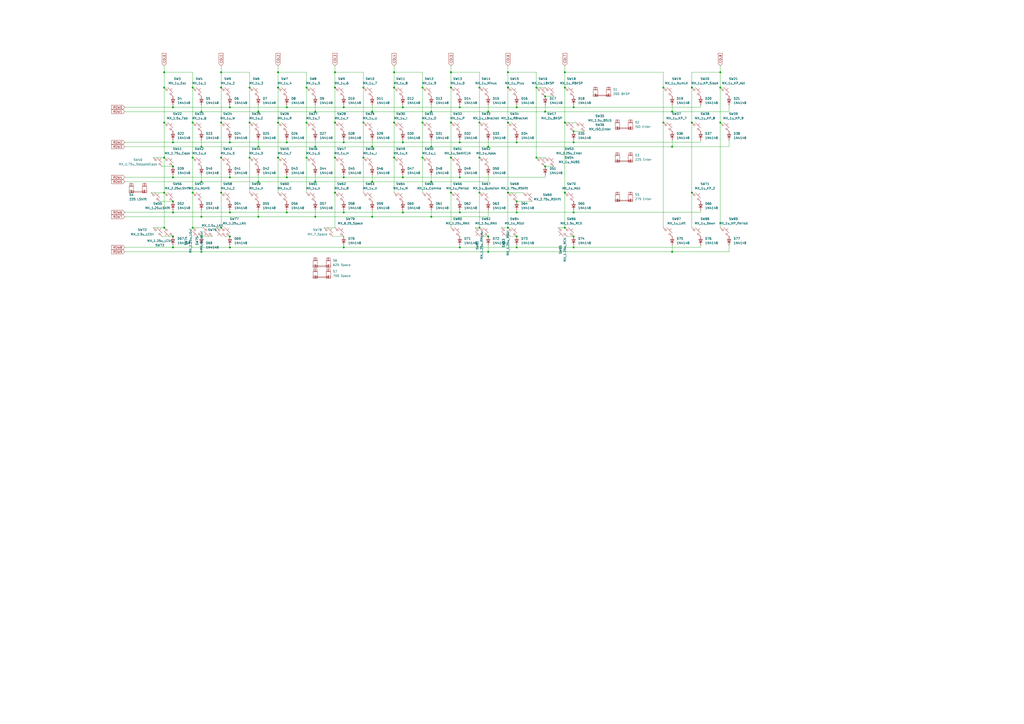
<source format=kicad_sch>
(kicad_sch (version 20211123) (generator eeschema)

  (uuid 37737395-8518-4075-8ac4-46a627834823)

  (paper "A2")

  (lib_symbols
    (symbol "Device:D_Small" (pin_numbers hide) (pin_names (offset 0.254) hide) (in_bom yes) (on_board yes)
      (property "Reference" "D" (id 0) (at -1.27 2.032 0)
        (effects (font (size 1.27 1.27)) (justify left))
      )
      (property "Value" "D_Small" (id 1) (at -3.81 -2.032 0)
        (effects (font (size 1.27 1.27)) (justify left))
      )
      (property "Footprint" "" (id 2) (at 0 0 90)
        (effects (font (size 1.27 1.27)) hide)
      )
      (property "Datasheet" "~" (id 3) (at 0 0 90)
        (effects (font (size 1.27 1.27)) hide)
      )
      (property "ki_keywords" "diode" (id 4) (at 0 0 0)
        (effects (font (size 1.27 1.27)) hide)
      )
      (property "ki_description" "Diode, small symbol" (id 5) (at 0 0 0)
        (effects (font (size 1.27 1.27)) hide)
      )
      (property "ki_fp_filters" "TO-???* *_Diode_* *SingleDiode* D_*" (id 6) (at 0 0 0)
        (effects (font (size 1.27 1.27)) hide)
      )
      (symbol "D_Small_0_1"
        (polyline
          (pts
            (xy -0.762 -1.016)
            (xy -0.762 1.016)
          )
          (stroke (width 0.254) (type default) (color 0 0 0 0))
          (fill (type none))
        )
        (polyline
          (pts
            (xy -0.762 0)
            (xy 0.762 0)
          )
          (stroke (width 0) (type default) (color 0 0 0 0))
          (fill (type none))
        )
        (polyline
          (pts
            (xy 0.762 -1.016)
            (xy -0.762 0)
            (xy 0.762 1.016)
            (xy 0.762 -1.016)
          )
          (stroke (width 0.254) (type default) (color 0 0 0 0))
          (fill (type none))
        )
      )
      (symbol "D_Small_1_1"
        (pin passive line (at -2.54 0 0) (length 1.778)
          (name "K" (effects (font (size 1.27 1.27))))
          (number "1" (effects (font (size 1.27 1.27))))
        )
        (pin passive line (at 2.54 0 180) (length 1.778)
          (name "A" (effects (font (size 1.27 1.27))))
          (number "2" (effects (font (size 1.27 1.27))))
        )
      )
    )
    (symbol "Switch:SW_Push_45deg" (pin_numbers hide) (pin_names (offset 1.016) hide) (in_bom yes) (on_board yes)
      (property "Reference" "SW" (id 0) (at 3.048 1.016 0)
        (effects (font (size 1.27 1.27)) (justify left))
      )
      (property "Value" "SW_Push_45deg" (id 1) (at 0 -3.81 0)
        (effects (font (size 1.27 1.27)))
      )
      (property "Footprint" "" (id 2) (at 0 0 0)
        (effects (font (size 1.27 1.27)) hide)
      )
      (property "Datasheet" "~" (id 3) (at 0 0 0)
        (effects (font (size 1.27 1.27)) hide)
      )
      (property "ki_keywords" "switch normally-open pushbutton push-button" (id 4) (at 0 0 0)
        (effects (font (size 1.27 1.27)) hide)
      )
      (property "ki_description" "Push button switch, normally open, two pins, 45° tilted" (id 5) (at 0 0 0)
        (effects (font (size 1.27 1.27)) hide)
      )
      (symbol "SW_Push_45deg_0_1"
        (circle (center -1.1684 1.1684) (radius 0.508)
          (stroke (width 0) (type default) (color 0 0 0 0))
          (fill (type none))
        )
        (polyline
          (pts
            (xy -0.508 2.54)
            (xy 2.54 -0.508)
          )
          (stroke (width 0) (type default) (color 0 0 0 0))
          (fill (type none))
        )
        (polyline
          (pts
            (xy 1.016 1.016)
            (xy 2.032 2.032)
          )
          (stroke (width 0) (type default) (color 0 0 0 0))
          (fill (type none))
        )
        (polyline
          (pts
            (xy -2.54 2.54)
            (xy -1.524 1.524)
            (xy -1.524 1.524)
          )
          (stroke (width 0) (type default) (color 0 0 0 0))
          (fill (type none))
        )
        (polyline
          (pts
            (xy 1.524 -1.524)
            (xy 2.54 -2.54)
            (xy 2.54 -2.54)
            (xy 2.54 -2.54)
          )
          (stroke (width 0) (type default) (color 0 0 0 0))
          (fill (type none))
        )
        (circle (center 1.143 -1.1938) (radius 0.508)
          (stroke (width 0) (type default) (color 0 0 0 0))
          (fill (type none))
        )
        (pin passive line (at -2.54 2.54 0) (length 0)
          (name "1" (effects (font (size 1.27 1.27))))
          (number "1" (effects (font (size 1.27 1.27))))
        )
        (pin passive line (at 2.54 -2.54 180) (length 0)
          (name "2" (effects (font (size 1.27 1.27))))
          (number "2" (effects (font (size 1.27 1.27))))
        )
      )
    )
    (symbol "kicad-mx:MX_stab" (pin_names (offset 1.016)) (in_bom yes) (on_board yes)
      (property "Reference" "S" (id 0) (at -5.08 6.35 0)
        (effects (font (size 1.27 1.27)) (justify left))
      )
      (property "Value" "MX_stab" (id 1) (at -5.08 3.81 0)
        (effects (font (size 1.27 1.27)) (justify left))
      )
      (property "Footprint" "marbastlib-mx:STAB_MX_P_6.25u" (id 2) (at 0 0 0)
        (effects (font (size 1.27 1.27)) hide)
      )
      (property "Datasheet" "" (id 3) (at 0 0 0)
        (effects (font (size 1.27 1.27)) hide)
      )
      (property "ki_keywords" "cherry mx stabilizer stab" (id 4) (at 0 0 0)
        (effects (font (size 1.27 1.27)) hide)
      )
      (property "ki_description" "Cherry MX-style stabilizer" (id 5) (at 0 0 0)
        (effects (font (size 1.27 1.27)) hide)
      )
      (symbol "MX_stab_0_1"
        (rectangle (start -5.08 -1.524) (end -2.54 -2.54)
          (stroke (width 0) (type default) (color 0 0 0 0))
          (fill (type none))
        )
        (rectangle (start -5.08 1.27) (end -2.54 -2.54)
          (stroke (width 0) (type default) (color 0 0 0 0))
          (fill (type none))
        )
        (rectangle (start -4.826 2.794) (end -2.794 1.27)
          (stroke (width 0) (type default) (color 0 0 0 0))
          (fill (type none))
        )
        (rectangle (start -4.064 -2.286) (end -3.556 -1.016)
          (stroke (width 0) (type default) (color 0 0 0 0))
          (fill (type none))
        )
        (rectangle (start -4.064 -1.778) (end 4.064 -2.286)
          (stroke (width 0) (type default) (color 0 0 0 0))
          (fill (type none))
        )
        (rectangle (start -4.064 1.27) (end -3.556 2.794)
          (stroke (width 0) (type default) (color 0 0 0 0))
          (fill (type none))
        )
        (rectangle (start 2.54 -1.524) (end 5.08 -2.54)
          (stroke (width 0) (type default) (color 0 0 0 0))
          (fill (type none))
        )
        (rectangle (start 2.54 1.27) (end 5.08 -2.54)
          (stroke (width 0) (type default) (color 0 0 0 0))
          (fill (type none))
        )
        (rectangle (start 2.794 2.794) (end 4.826 1.27)
          (stroke (width 0) (type default) (color 0 0 0 0))
          (fill (type none))
        )
        (rectangle (start 3.556 1.27) (end 4.064 2.794)
          (stroke (width 0) (type default) (color 0 0 0 0))
          (fill (type none))
        )
        (rectangle (start 4.064 -2.286) (end 3.556 -1.016)
          (stroke (width 0) (type default) (color 0 0 0 0))
          (fill (type none))
        )
      )
    )
  )

  (junction (at 250.19 85.09) (diameter 0) (color 0 0 0 0)
    (uuid 0364f77d-e2b3-4ae7-8f28-3eea5c6bb877)
  )
  (junction (at 233.68 123.19) (diameter 0) (color 0 0 0 0)
    (uuid 0438e6f3-044b-4ab5-8618-b9f1f2aaa0e0)
  )
  (junction (at 299.72 82.55) (diameter 0) (color 0 0 0 0)
    (uuid 093c0f32-487c-4f6f-9caa-edd0dcc4260d)
  )
  (junction (at 245.11 50.8) (diameter 0) (color 0 0 0 0)
    (uuid 09472109-be76-4cec-837b-6915ec0a55fd)
  )
  (junction (at 266.7 123.19) (diameter 0) (color 0 0 0 0)
    (uuid 0a4ed217-f079-4f16-a18b-bd3c771119fe)
  )
  (junction (at 199.39 102.87) (diameter 0) (color 0 0 0 0)
    (uuid 0adddd07-fde1-401b-9d82-8be39c5d8329)
  )
  (junction (at 116.84 64.77) (diameter 0) (color 0 0 0 0)
    (uuid 0bfa5922-e1fa-4bc8-ba47-6ad86ac4b1b5)
  )
  (junction (at 161.29 50.8) (diameter 0) (color 0 0 0 0)
    (uuid 121fb310-379d-4e8e-b902-fced94c83c2f)
  )
  (junction (at 278.13 50.8) (diameter 0) (color 0 0 0 0)
    (uuid 1465cb2d-21ff-40f1-9dac-47b70ab205c4)
  )
  (junction (at 299.72 62.23) (diameter 0) (color 0 0 0 0)
    (uuid 17904e9d-c0c7-4c49-ba07-ab6b0274ec86)
  )
  (junction (at 182.88 85.09) (diameter 0) (color 0 0 0 0)
    (uuid 18c2a510-357a-4404-ba1f-2e1b4f58c6e3)
  )
  (junction (at 228.6 71.12) (diameter 0) (color 0 0 0 0)
    (uuid 1a2a9692-f4d4-47b0-b526-32539bcdcfff)
  )
  (junction (at 194.31 71.12) (diameter 0) (color 0 0 0 0)
    (uuid 1a58a2eb-e51f-4fc1-a678-9633d206d359)
  )
  (junction (at 95.25 111.76) (diameter 0) (color 0 0 0 0)
    (uuid 1d1ba8ec-facc-4740-9f2f-542540d1ed81)
  )
  (junction (at 261.62 111.76) (diameter 0) (color 0 0 0 0)
    (uuid 1eecbbac-3b79-45fc-9c89-2a365236f332)
  )
  (junction (at 166.37 82.55) (diameter 0) (color 0 0 0 0)
    (uuid 1f97b243-4fd4-4b8a-ba72-033a0ffce0ee)
  )
  (junction (at 149.86 125.73) (diameter 0) (color 0 0 0 0)
    (uuid 1fe79aa4-f112-4c37-a47f-3084a973ac76)
  )
  (junction (at 299.72 116.84) (diameter 0) (color 0 0 0 0)
    (uuid 20995629-09b8-438a-b599-a9485122be7b)
  )
  (junction (at 116.84 85.09) (diameter 0) (color 0 0 0 0)
    (uuid 20ddbccc-1e48-4d2a-b133-f20c4241176d)
  )
  (junction (at 199.39 123.19) (diameter 0) (color 0 0 0 0)
    (uuid 22e8189e-68c5-43a1-a5b2-f7da29502b10)
  )
  (junction (at 100.33 116.84) (diameter 0) (color 0 0 0 0)
    (uuid 23f0215a-02c6-44fa-8f05-b36c8ca41487)
  )
  (junction (at 327.66 50.8) (diameter 0) (color 0 0 0 0)
    (uuid 276b795b-345a-44ea-8645-5bcddc27ea18)
  )
  (junction (at 116.84 105.41) (diameter 0) (color 0 0 0 0)
    (uuid 281f629d-f712-4a59-b43b-021f05b6f9d0)
  )
  (junction (at 149.86 85.09) (diameter 0) (color 0 0 0 0)
    (uuid 29af6612-f403-454d-a91b-bf7b066d282f)
  )
  (junction (at 327.66 111.76) (diameter 0) (color 0 0 0 0)
    (uuid 2a257bd7-0774-410e-8524-b64b17385421)
  )
  (junction (at 111.76 111.76) (diameter 0) (color 0 0 0 0)
    (uuid 2a2a62b3-285e-442c-ba47-94686827f976)
  )
  (junction (at 95.25 132.08) (diameter 0) (color 0 0 0 0)
    (uuid 2cf84876-bd6b-4c3e-9e1a-3866b4d04db1)
  )
  (junction (at 182.88 105.41) (diameter 0) (color 0 0 0 0)
    (uuid 3121386d-26cd-441a-9a3c-f2cb640387c8)
  )
  (junction (at 215.9 105.41) (diameter 0) (color 0 0 0 0)
    (uuid 3141b3fc-7d16-4cb7-8f3d-135ea35325b5)
  )
  (junction (at 144.78 50.8) (diameter 0) (color 0 0 0 0)
    (uuid 324910a0-6dfd-4617-939e-82f8e81dfcb4)
  )
  (junction (at 210.82 91.44) (diameter 0) (color 0 0 0 0)
    (uuid 32a3cf42-dc1c-43c2-90eb-1efc7b0d7d3e)
  )
  (junction (at 95.25 71.12) (diameter 0) (color 0 0 0 0)
    (uuid 34ab478f-dfb5-4e25-9263-5159ae3fcc27)
  )
  (junction (at 116.84 146.05) (diameter 0) (color 0 0 0 0)
    (uuid 3680d3f4-a511-4c42-999b-9fe68b787fe2)
  )
  (junction (at 311.15 91.44) (diameter 0) (color 0 0 0 0)
    (uuid 37c6b4fe-1992-4389-b992-0d10b1df20e0)
  )
  (junction (at 332.74 137.16) (diameter 0) (color 0 0 0 0)
    (uuid 38a99d2d-294c-4772-bcda-43f045751626)
  )
  (junction (at 278.13 91.44) (diameter 0) (color 0 0 0 0)
    (uuid 39d694ed-5c3e-49e8-b600-09d912cdf155)
  )
  (junction (at 100.33 123.19) (diameter 0) (color 0 0 0 0)
    (uuid 3caca22b-c2be-4933-93c7-aa9018c45534)
  )
  (junction (at 278.13 132.08) (diameter 0) (color 0 0 0 0)
    (uuid 3d431d42-e20e-451f-ad39-6659cfeb14f5)
  )
  (junction (at 144.78 71.12) (diameter 0) (color 0 0 0 0)
    (uuid 3db4975c-7f92-4cd6-8c09-a959b0ebfd21)
  )
  (junction (at 401.32 111.76) (diameter 0) (color 0 0 0 0)
    (uuid 3e61bfa6-4bb3-462f-86ed-1244c73509f4)
  )
  (junction (at 199.39 62.23) (diameter 0) (color 0 0 0 0)
    (uuid 3f10f7db-1d19-4e06-a0fd-8f340e949992)
  )
  (junction (at 194.31 41.91) (diameter 0) (color 0 0 0 0)
    (uuid 3f5dd872-f355-43f0-b859-af1e819fcc64)
  )
  (junction (at 95.25 50.8) (diameter 0) (color 0 0 0 0)
    (uuid 3fb3b667-59c8-44f4-8d17-285a58e9f1d8)
  )
  (junction (at 116.84 125.73) (diameter 0) (color 0 0 0 0)
    (uuid 4238bf3f-e3f5-4d62-91ff-e4dc5bb85314)
  )
  (junction (at 144.78 91.44) (diameter 0) (color 0 0 0 0)
    (uuid 432e330f-5226-4f7f-88f7-c3c9697b6848)
  )
  (junction (at 116.84 137.16) (diameter 0) (color 0 0 0 0)
    (uuid 466e4b08-4238-4844-bd99-398f7bffe07c)
  )
  (junction (at 327.66 71.12) (diameter 0) (color 0 0 0 0)
    (uuid 476f5a76-7d5f-478b-a29a-775184cc6575)
  )
  (junction (at 210.82 50.8) (diameter 0) (color 0 0 0 0)
    (uuid 4904e9cf-d17f-4325-ad12-3f2c64f7d44f)
  )
  (junction (at 384.81 71.12) (diameter 0) (color 0 0 0 0)
    (uuid 4a0dd62f-171e-42ac-aa96-1266166d254c)
  )
  (junction (at 128.27 71.12) (diameter 0) (color 0 0 0 0)
    (uuid 4af0cbd2-740f-4de3-ae53-cd3798e5a06c)
  )
  (junction (at 316.23 55.88) (diameter 0) (color 0 0 0 0)
    (uuid 4b875ddc-3e02-4181-b62b-735f37d5a3e3)
  )
  (junction (at 177.8 50.8) (diameter 0) (color 0 0 0 0)
    (uuid 4cdb3f8c-f9ce-4f36-a915-431981bda841)
  )
  (junction (at 299.72 143.51) (diameter 0) (color 0 0 0 0)
    (uuid 4e038642-880a-489a-b264-b0c9505aa208)
  )
  (junction (at 311.15 50.8) (diameter 0) (color 0 0 0 0)
    (uuid 4e271941-7e91-4e11-8e41-9b90df1545dc)
  )
  (junction (at 161.29 41.91) (diameter 0) (color 0 0 0 0)
    (uuid 4e35d9f8-d90e-4abc-a54f-7f5f377ea569)
  )
  (junction (at 332.74 143.51) (diameter 0) (color 0 0 0 0)
    (uuid 4e3fbc6d-3bd7-426c-9a64-d7bf7c5f47d3)
  )
  (junction (at 266.7 82.55) (diameter 0) (color 0 0 0 0)
    (uuid 536516bc-2958-47f5-ba8a-eb55e39c83fe)
  )
  (junction (at 283.21 146.05) (diameter 0) (color 0 0 0 0)
    (uuid 55c0e114-73af-43d7-ab8d-7691e641af6a)
  )
  (junction (at 128.27 50.8) (diameter 0) (color 0 0 0 0)
    (uuid 569a7aec-a4f2-4f90-a50e-873d253b9630)
  )
  (junction (at 245.11 71.12) (diameter 0) (color 0 0 0 0)
    (uuid 57324659-191e-4c0e-a7ee-beb54142b1c0)
  )
  (junction (at 128.27 111.76) (diameter 0) (color 0 0 0 0)
    (uuid 57f8b47f-7200-44bf-901b-6a1534ccd0bd)
  )
  (junction (at 111.76 132.08) (diameter 0) (color 0 0 0 0)
    (uuid 593def1d-3507-413f-b6cb-2b5f502622c6)
  )
  (junction (at 332.74 76.2) (diameter 0) (color 0 0 0 0)
    (uuid 59f39655-bdc4-4fdc-b64e-d5487198c4e8)
  )
  (junction (at 266.7 102.87) (diameter 0) (color 0 0 0 0)
    (uuid 5e1ca14a-aa10-4d2c-bff8-ffa0af4a8c2c)
  )
  (junction (at 166.37 123.19) (diameter 0) (color 0 0 0 0)
    (uuid 5ffd2eca-bbad-4e9a-a6e9-ad0883d16569)
  )
  (junction (at 401.32 50.8) (diameter 0) (color 0 0 0 0)
    (uuid 610c3fae-2bde-4cae-b1e7-01680189c6c3)
  )
  (junction (at 233.68 82.55) (diameter 0) (color 0 0 0 0)
    (uuid 614ae6d3-4538-4691-aaa5-b73cdcbc973e)
  )
  (junction (at 128.27 132.08) (diameter 0) (color 0 0 0 0)
    (uuid 619884e0-7aa7-4704-bbc5-9f07d7e3ad3b)
  )
  (junction (at 261.62 41.91) (diameter 0) (color 0 0 0 0)
    (uuid 663b25c9-491d-459e-ab47-eacc73c9bd77)
  )
  (junction (at 182.88 125.73) (diameter 0) (color 0 0 0 0)
    (uuid 6b051686-f60a-45f6-a53b-fa8717adec6e)
  )
  (junction (at 228.6 41.91) (diameter 0) (color 0 0 0 0)
    (uuid 6dc963ad-854b-48ce-aa80-77206cee6399)
  )
  (junction (at 245.11 91.44) (diameter 0) (color 0 0 0 0)
    (uuid 70252bb9-d921-422c-8371-a6bce79f939a)
  )
  (junction (at 278.13 71.12) (diameter 0) (color 0 0 0 0)
    (uuid 72de12dd-014d-49cc-acba-daf185950f31)
  )
  (junction (at 194.31 111.76) (diameter 0) (color 0 0 0 0)
    (uuid 78128d87-8a12-432c-8c42-455cd6a76e4f)
  )
  (junction (at 194.31 50.8) (diameter 0) (color 0 0 0 0)
    (uuid 79b7e863-4af2-4e68-acc1-ee5dbbfc9648)
  )
  (junction (at 100.33 137.16) (diameter 0) (color 0 0 0 0)
    (uuid 7c53814c-aac4-4574-8327-ac0cff844033)
  )
  (junction (at 294.64 41.91) (diameter 0) (color 0 0 0 0)
    (uuid 7deb3a41-fb4b-40aa-9110-6813e5f8d829)
  )
  (junction (at 199.39 143.51) (diameter 0) (color 0 0 0 0)
    (uuid 835f6b5a-8105-4adb-84df-cebde828afe2)
  )
  (junction (at 283.21 64.77) (diameter 0) (color 0 0 0 0)
    (uuid 8381d1c8-4d2b-4b2e-97f4-78da94e09ee6)
  )
  (junction (at 389.89 146.05) (diameter 0) (color 0 0 0 0)
    (uuid 86f97b23-f213-436a-8c21-82bfcfbc8e20)
  )
  (junction (at 95.25 91.44) (diameter 0) (color 0 0 0 0)
    (uuid 8b0a851e-1820-4212-9bc0-f660f014dc66)
  )
  (junction (at 133.35 143.51) (diameter 0) (color 0 0 0 0)
    (uuid 8b7338b2-1f2b-4d09-985f-de0159d88d1d)
  )
  (junction (at 133.35 62.23) (diameter 0) (color 0 0 0 0)
    (uuid 8bc5f783-218b-466a-949d-cc133dcd3252)
  )
  (junction (at 294.64 132.08) (diameter 0) (color 0 0 0 0)
    (uuid 8d87a461-8b9c-4ca4-822f-f44f58a8d49f)
  )
  (junction (at 384.81 50.8) (diameter 0) (color 0 0 0 0)
    (uuid 8dcd37bd-56de-4914-af21-0366d46b6314)
  )
  (junction (at 133.35 82.55) (diameter 0) (color 0 0 0 0)
    (uuid 911a313f-bd62-4e34-a4b2-831b8f1f76f7)
  )
  (junction (at 283.21 137.16) (diameter 0) (color 0 0 0 0)
    (uuid 91ecbaae-5777-4eea-976d-a9f773b3dc62)
  )
  (junction (at 111.76 71.12) (diameter 0) (color 0 0 0 0)
    (uuid 924275a0-19c2-493d-8fad-14c895c251b3)
  )
  (junction (at 177.8 71.12) (diameter 0) (color 0 0 0 0)
    (uuid 929b7221-0e85-4dc2-883f-42a6f177f43a)
  )
  (junction (at 266.7 143.51) (diameter 0) (color 0 0 0 0)
    (uuid 93d81eab-b664-4123-b26f-aaeb2c5a9bbb)
  )
  (junction (at 389.89 64.77) (diameter 0) (color 0 0 0 0)
    (uuid 95357e75-fec9-4296-ac0c-3873fae928c6)
  )
  (junction (at 316.23 64.77) (diameter 0) (color 0 0 0 0)
    (uuid 970df0b9-0a61-45f5-b533-23468895ddd7)
  )
  (junction (at 228.6 50.8) (diameter 0) (color 0 0 0 0)
    (uuid 9918ed79-7b77-4171-a857-c31284444b8c)
  )
  (junction (at 266.7 62.23) (diameter 0) (color 0 0 0 0)
    (uuid 9ab4a9b1-d181-4030-8d44-c198ae3c55f4)
  )
  (junction (at 215.9 64.77) (diameter 0) (color 0 0 0 0)
    (uuid 9b978d0a-7d5a-44bb-8687-f987bee1f682)
  )
  (junction (at 261.62 71.12) (diameter 0) (color 0 0 0 0)
    (uuid 9c25b51a-04fb-4c6b-bdd6-c043e3e5a951)
  )
  (junction (at 332.74 82.55) (diameter 0) (color 0 0 0 0)
    (uuid 9c65985b-4be7-494a-9f83-96c5d6b8755e)
  )
  (junction (at 111.76 91.44) (diameter 0) (color 0 0 0 0)
    (uuid 9d5bf722-7829-4ade-9e38-279b9d2e4ec7)
  )
  (junction (at 199.39 82.55) (diameter 0) (color 0 0 0 0)
    (uuid 9d9b5df1-e76a-48d6-a24d-429eff89d13c)
  )
  (junction (at 111.76 50.8) (diameter 0) (color 0 0 0 0)
    (uuid a0ac0394-edc3-414d-bd83-80e87700d41b)
  )
  (junction (at 294.64 50.8) (diameter 0) (color 0 0 0 0)
    (uuid a1058207-f8c9-4763-9413-8d25dcb804d0)
  )
  (junction (at 401.32 71.12) (diameter 0) (color 0 0 0 0)
    (uuid a1f9c8a8-2c4b-4e70-b785-9981a42648dc)
  )
  (junction (at 166.37 62.23) (diameter 0) (color 0 0 0 0)
    (uuid a22cdc6e-cd23-4fc4-afea-b73303afc6c4)
  )
  (junction (at 100.33 96.52) (diameter 0) (color 0 0 0 0)
    (uuid a343f3ee-4461-4c0d-bad0-5922ab4e35d0)
  )
  (junction (at 161.29 71.12) (diameter 0) (color 0 0 0 0)
    (uuid a3aeb358-cb22-45ff-aebb-796d51e1dfa7)
  )
  (junction (at 149.86 105.41) (diameter 0) (color 0 0 0 0)
    (uuid a3e613af-b221-4ba1-b04e-e079cb737e11)
  )
  (junction (at 166.37 102.87) (diameter 0) (color 0 0 0 0)
    (uuid a6602343-a4ae-4e1a-a26a-35ab37933be4)
  )
  (junction (at 283.21 85.09) (diameter 0) (color 0 0 0 0)
    (uuid a670952c-9be2-4909-b38c-5e20de81665a)
  )
  (junction (at 327.66 132.08) (diameter 0) (color 0 0 0 0)
    (uuid a71429f1-6531-484f-8af0-1bccca35257b)
  )
  (junction (at 299.72 137.16) (diameter 0) (color 0 0 0 0)
    (uuid a7cda9c8-4175-40be-aa36-bffa8b4bdc85)
  )
  (junction (at 261.62 91.44) (diameter 0) (color 0 0 0 0)
    (uuid a7cf909f-9369-4db7-b073-203550ca6a49)
  )
  (junction (at 182.88 64.77) (diameter 0) (color 0 0 0 0)
    (uuid a92739f6-cc77-4ba9-a71b-a7dc305db020)
  )
  (junction (at 250.19 125.73) (diameter 0) (color 0 0 0 0)
    (uuid ab4b11ab-19a5-46b7-9b9f-e19bdc65b862)
  )
  (junction (at 294.64 71.12) (diameter 0) (color 0 0 0 0)
    (uuid b3be63b1-8fa2-4571-94a4-bfa50eca4d4e)
  )
  (junction (at 149.86 64.77) (diameter 0) (color 0 0 0 0)
    (uuid b47397f0-69ce-4bab-8e86-74a5e27b53c6)
  )
  (junction (at 128.27 41.91) (diameter 0) (color 0 0 0 0)
    (uuid b5156adc-5f89-47ed-b5f0-902f4bbdde38)
  )
  (junction (at 215.9 125.73) (diameter 0) (color 0 0 0 0)
    (uuid b5d4da13-84c2-4ac8-a73e-84c44faf1147)
  )
  (junction (at 250.19 105.41) (diameter 0) (color 0 0 0 0)
    (uuid b7a49277-2f06-43bb-8785-759d05d77c13)
  )
  (junction (at 194.31 91.44) (diameter 0) (color 0 0 0 0)
    (uuid bea34258-c9ad-4bab-867d-e2f82f750b7b)
  )
  (junction (at 161.29 91.44) (diameter 0) (color 0 0 0 0)
    (uuid bfa20f0e-25cd-41b4-a133-9740e0a07ce3)
  )
  (junction (at 299.72 123.19) (diameter 0) (color 0 0 0 0)
    (uuid c0ce3641-0621-49ff-b62d-168b151b4bc6)
  )
  (junction (at 100.33 102.87) (diameter 0) (color 0 0 0 0)
    (uuid c3a1d728-0643-4764-96c8-a0e8aeee0091)
  )
  (junction (at 95.25 41.91) (diameter 0) (color 0 0 0 0)
    (uuid c3cdfc7a-0e2e-44a2-9d7a-105b232bc2d6)
  )
  (junction (at 177.8 91.44) (diameter 0) (color 0 0 0 0)
    (uuid c4959df8-cc4c-4ba1-a26c-7d7662cd6725)
  )
  (junction (at 100.33 62.23) (diameter 0) (color 0 0 0 0)
    (uuid c6368db5-bad0-4531-82b3-056840f92821)
  )
  (junction (at 100.33 143.51) (diameter 0) (color 0 0 0 0)
    (uuid c8d5798d-da65-46e9-893f-ae80be88be55)
  )
  (junction (at 327.66 41.91) (diameter 0) (color 0 0 0 0)
    (uuid d012ae6f-c668-4379-bfc3-ee1aab19ca28)
  )
  (junction (at 233.68 102.87) (diameter 0) (color 0 0 0 0)
    (uuid d0c394cc-f526-4e98-87f5-eb09fa191ca0)
  )
  (junction (at 332.74 123.19) (diameter 0) (color 0 0 0 0)
    (uuid d100165d-78e7-410f-87f8-c250c12ef7b9)
  )
  (junction (at 128.27 91.44) (diameter 0) (color 0 0 0 0)
    (uuid d3c2b32a-1a5b-4b37-b55a-9810e78b5eb5)
  )
  (junction (at 228.6 91.44) (diameter 0) (color 0 0 0 0)
    (uuid d6de8332-30e7-4e6e-82a2-5ba023477c74)
  )
  (junction (at 389.89 85.09) (diameter 0) (color 0 0 0 0)
    (uuid d88b8767-0659-469f-860b-1082a448b769)
  )
  (junction (at 133.35 102.87) (diameter 0) (color 0 0 0 0)
    (uuid e14d604c-69c0-4f46-ab4d-cc062671e68d)
  )
  (junction (at 133.35 123.19) (diameter 0) (color 0 0 0 0)
    (uuid e370648c-2e98-449a-a077-687cda0efa68)
  )
  (junction (at 215.9 85.09) (diameter 0) (color 0 0 0 0)
    (uuid e3d407e4-9f1d-4e1e-9b70-acd6d3431ac9)
  )
  (junction (at 294.64 111.76) (diameter 0) (color 0 0 0 0)
    (uuid e70089d3-0665-431b-8cd8-3ac2c29761d7)
  )
  (junction (at 210.82 71.12) (diameter 0) (color 0 0 0 0)
    (uuid e76e0cb3-2751-480d-acca-35907c5ff74e)
  )
  (junction (at 133.35 137.16) (diameter 0) (color 0 0 0 0)
    (uuid e7ad6904-8543-4186-9826-f5e40f98a4d0)
  )
  (junction (at 417.83 50.8) (diameter 0) (color 0 0 0 0)
    (uuid e8683fc0-9c66-4758-b9da-49176e6ba6f8)
  )
  (junction (at 261.62 50.8) (diameter 0) (color 0 0 0 0)
    (uuid ef3cbb36-e456-471b-86d3-42fb753a3b9e)
  )
  (junction (at 316.23 96.52) (diameter 0) (color 0 0 0 0)
    (uuid f3551179-55ec-4f10-b1a9-3f601e1f46b6)
  )
  (junction (at 233.68 62.23) (diameter 0) (color 0 0 0 0)
    (uuid f5a5249a-44f8-45a2-a16c-93b73b8c0661)
  )
  (junction (at 332.74 62.23) (diameter 0) (color 0 0 0 0)
    (uuid f83e5110-24da-4d0b-a57f-56a054a89aaf)
  )
  (junction (at 417.83 41.91) (diameter 0) (color 0 0 0 0)
    (uuid f9eee0a7-4835-4421-ad02-bcd1308fa40c)
  )
  (junction (at 250.19 64.77) (diameter 0) (color 0 0 0 0)
    (uuid fb36e7ef-5bb4-4f60-ad05-9c4a951c4306)
  )
  (junction (at 417.83 71.12) (diameter 0) (color 0 0 0 0)
    (uuid fcc60425-7937-46bc-b796-840cf3d689dc)
  )
  (junction (at 278.13 111.76) (diameter 0) (color 0 0 0 0)
    (uuid fdc4204e-1d9e-43f0-81ac-822f2ff6f588)
  )
  (junction (at 100.33 82.55) (diameter 0) (color 0 0 0 0)
    (uuid ff6f5cd2-eae5-466a-bf15-243b9a587aea)
  )

  (wire (pts (xy 299.72 121.92) (xy 299.72 123.19))
    (stroke (width 0) (type default) (color 0 0 0 0))
    (uuid 009efa18-679e-45a1-9edf-6df42b09a816)
  )
  (wire (pts (xy 95.25 111.76) (xy 95.25 132.08))
    (stroke (width 0) (type default) (color 0 0 0 0))
    (uuid 0114744d-83ff-4572-a200-4dfb2e24cadc)
  )
  (wire (pts (xy 199.39 101.6) (xy 199.39 102.87))
    (stroke (width 0) (type default) (color 0 0 0 0))
    (uuid 0282cd15-5b6c-4a55-a5c0-0f7b0299e013)
  )
  (wire (pts (xy 95.25 38.1) (xy 95.25 41.91))
    (stroke (width 0) (type default) (color 0 0 0 0))
    (uuid 029b28da-7929-418c-8f2f-eae726b8880a)
  )
  (wire (pts (xy 128.27 50.8) (xy 128.27 71.12))
    (stroke (width 0) (type default) (color 0 0 0 0))
    (uuid 02ba65ed-dbde-4ba2-bee5-c8388201b851)
  )
  (wire (pts (xy 283.21 142.24) (xy 283.21 146.05))
    (stroke (width 0) (type default) (color 0 0 0 0))
    (uuid 04fd827d-c417-475f-b157-6fc8fee1ac2c)
  )
  (wire (pts (xy 182.88 64.77) (xy 215.9 64.77))
    (stroke (width 0) (type default) (color 0 0 0 0))
    (uuid 05a14eb5-8917-4238-b9b0-b244e1fa5e47)
  )
  (wire (pts (xy 327.66 71.12) (xy 327.66 111.76))
    (stroke (width 0) (type default) (color 0 0 0 0))
    (uuid 05be1aad-d86e-438f-a942-e4d7fd964efd)
  )
  (wire (pts (xy 389.89 64.77) (xy 422.91 64.77))
    (stroke (width 0) (type default) (color 0 0 0 0))
    (uuid 068923be-5566-471d-a188-9c7a88b67448)
  )
  (wire (pts (xy 311.15 50.8) (xy 316.23 50.8))
    (stroke (width 0) (type default) (color 0 0 0 0))
    (uuid 08b21a61-b90b-48ef-a3ab-4d507c2e6b01)
  )
  (wire (pts (xy 125.73 132.08) (xy 128.27 132.08))
    (stroke (width 0) (type default) (color 0 0 0 0))
    (uuid 0a37dd7c-4e4a-475e-bf84-44c33e7c9f46)
  )
  (wire (pts (xy 100.33 142.24) (xy 100.33 143.51))
    (stroke (width 0) (type default) (color 0 0 0 0))
    (uuid 0ad743b5-354e-4f24-a09f-c3c38fe1c744)
  )
  (wire (pts (xy 194.31 38.1) (xy 194.31 41.91))
    (stroke (width 0) (type default) (color 0 0 0 0))
    (uuid 0b24132a-94dc-40b6-96ca-711c797e99b2)
  )
  (wire (pts (xy 299.72 62.23) (xy 332.74 62.23))
    (stroke (width 0) (type default) (color 0 0 0 0))
    (uuid 0b255a98-51fc-4598-8ef7-7b2bcdfd9064)
  )
  (wire (pts (xy 95.25 50.8) (xy 95.25 71.12))
    (stroke (width 0) (type default) (color 0 0 0 0))
    (uuid 0b535e50-0287-43d9-922b-a6e052c9d1b3)
  )
  (wire (pts (xy 116.84 60.96) (xy 116.84 64.77))
    (stroke (width 0) (type default) (color 0 0 0 0))
    (uuid 0b89ece0-2fe8-4e7e-b899-58136d5abeb5)
  )
  (wire (pts (xy 215.9 125.73) (xy 250.19 125.73))
    (stroke (width 0) (type default) (color 0 0 0 0))
    (uuid 0bbc4fc1-3b5d-4914-902f-0c4ca85bf0f3)
  )
  (wire (pts (xy 417.83 50.8) (xy 417.83 71.12))
    (stroke (width 0) (type default) (color 0 0 0 0))
    (uuid 0c5d8a29-22ec-48e7-b4ff-b9098bd781c5)
  )
  (wire (pts (xy 278.13 91.44) (xy 278.13 111.76))
    (stroke (width 0) (type default) (color 0 0 0 0))
    (uuid 0d90964a-3a00-4ede-a959-6297def2cb36)
  )
  (wire (pts (xy 199.39 81.28) (xy 199.39 82.55))
    (stroke (width 0) (type default) (color 0 0 0 0))
    (uuid 0ea137d6-8d35-41e0-bc8b-35f189e29f44)
  )
  (wire (pts (xy 299.72 82.55) (xy 332.74 82.55))
    (stroke (width 0) (type default) (color 0 0 0 0))
    (uuid 0eb14037-f4df-45a2-a8ad-5e06a2b77f15)
  )
  (wire (pts (xy 250.19 60.96) (xy 250.19 64.77))
    (stroke (width 0) (type default) (color 0 0 0 0))
    (uuid 0f0d83fd-b842-4c9e-aaa1-e9a5b00a41e8)
  )
  (wire (pts (xy 199.39 123.19) (xy 233.68 123.19))
    (stroke (width 0) (type default) (color 0 0 0 0))
    (uuid 0f348946-2f6a-48cb-95ef-24f5604d0a58)
  )
  (wire (pts (xy 193.04 137.16) (xy 199.39 137.16))
    (stroke (width 0) (type default) (color 0 0 0 0))
    (uuid 1268d371-80c3-4bd9-a29b-383376c58db7)
  )
  (wire (pts (xy 233.68 121.92) (xy 233.68 123.19))
    (stroke (width 0) (type default) (color 0 0 0 0))
    (uuid 14124e71-2942-4844-932c-c7ca1b19ba10)
  )
  (wire (pts (xy 266.7 142.24) (xy 266.7 143.51))
    (stroke (width 0) (type default) (color 0 0 0 0))
    (uuid 14515efc-fa3b-40b8-8165-452660d229dc)
  )
  (wire (pts (xy 422.91 142.24) (xy 422.91 146.05))
    (stroke (width 0) (type default) (color 0 0 0 0))
    (uuid 14554bbb-a8c1-441e-bb62-3744fe223e41)
  )
  (wire (pts (xy 130.81 137.16) (xy 133.35 137.16))
    (stroke (width 0) (type default) (color 0 0 0 0))
    (uuid 151bb00c-eff1-4b22-8031-583d90add2ae)
  )
  (wire (pts (xy 93.98 96.52) (xy 100.33 96.52))
    (stroke (width 0) (type default) (color 0 0 0 0))
    (uuid 1759d0d7-9324-475e-93cb-2eeed534a0cc)
  )
  (wire (pts (xy 250.19 125.73) (xy 283.21 125.73))
    (stroke (width 0) (type default) (color 0 0 0 0))
    (uuid 18235ae6-6c86-4b16-adaa-2e8cdf325c26)
  )
  (wire (pts (xy 149.86 64.77) (xy 182.88 64.77))
    (stroke (width 0) (type default) (color 0 0 0 0))
    (uuid 18c561fd-2aeb-4724-89e7-0679e02af01a)
  )
  (wire (pts (xy 182.88 60.96) (xy 182.88 64.77))
    (stroke (width 0) (type default) (color 0 0 0 0))
    (uuid 199bfd79-6933-40eb-a9ec-1bcc25f07b57)
  )
  (wire (pts (xy 294.64 41.91) (xy 294.64 50.8))
    (stroke (width 0) (type default) (color 0 0 0 0))
    (uuid 1b3bdca9-1b13-4510-8c41-a3cf21b90c2e)
  )
  (wire (pts (xy 111.76 91.44) (xy 111.76 111.76))
    (stroke (width 0) (type default) (color 0 0 0 0))
    (uuid 1c73eb96-5451-4f2e-a48f-6dc2a80f3795)
  )
  (wire (pts (xy 116.84 146.05) (xy 283.21 146.05))
    (stroke (width 0) (type default) (color 0 0 0 0))
    (uuid 1cf6c2d6-6ca2-4c93-b53f-a415b97e1e03)
  )
  (wire (pts (xy 133.35 142.24) (xy 133.35 143.51))
    (stroke (width 0) (type default) (color 0 0 0 0))
    (uuid 1cfca553-e335-4b8d-b6ee-a32f1739ae3a)
  )
  (wire (pts (xy 278.13 111.76) (xy 278.13 132.08))
    (stroke (width 0) (type default) (color 0 0 0 0))
    (uuid 1dad22d4-e011-4844-878b-0550d0e83d76)
  )
  (wire (pts (xy 316.23 64.77) (xy 389.89 64.77))
    (stroke (width 0) (type default) (color 0 0 0 0))
    (uuid 1e032379-c0dc-482f-930c-f6539d1ffce9)
  )
  (wire (pts (xy 215.9 60.96) (xy 215.9 64.77))
    (stroke (width 0) (type default) (color 0 0 0 0))
    (uuid 1f25c59d-9a0c-4ec2-ae30-77f48f67089e)
  )
  (wire (pts (xy 261.62 41.91) (xy 278.13 41.91))
    (stroke (width 0) (type default) (color 0 0 0 0))
    (uuid 20259322-d41e-485d-b7fc-7095e14ca585)
  )
  (wire (pts (xy 389.89 146.05) (xy 422.91 146.05))
    (stroke (width 0) (type default) (color 0 0 0 0))
    (uuid 2217e9a1-9679-468c-9a27-6a59e92f852c)
  )
  (wire (pts (xy 133.35 62.23) (xy 166.37 62.23))
    (stroke (width 0) (type default) (color 0 0 0 0))
    (uuid 250ab4b1-b4eb-4164-b3ff-94bc5adf7d82)
  )
  (wire (pts (xy 128.27 71.12) (xy 128.27 91.44))
    (stroke (width 0) (type default) (color 0 0 0 0))
    (uuid 275b3ad3-c109-443a-8464-a8e7e8310866)
  )
  (wire (pts (xy 194.31 71.12) (xy 194.31 91.44))
    (stroke (width 0) (type default) (color 0 0 0 0))
    (uuid 283efa43-85b4-4088-85f8-420f65359d9b)
  )
  (wire (pts (xy 294.64 38.1) (xy 294.64 41.91))
    (stroke (width 0) (type default) (color 0 0 0 0))
    (uuid 2901a828-f7ed-47ca-985d-7bdfe97a90a7)
  )
  (wire (pts (xy 266.7 121.92) (xy 266.7 123.19))
    (stroke (width 0) (type default) (color 0 0 0 0))
    (uuid 29761148-28dc-472c-8894-f2b6a647e40e)
  )
  (wire (pts (xy 144.78 91.44) (xy 144.78 111.76))
    (stroke (width 0) (type default) (color 0 0 0 0))
    (uuid 2acaffd6-27e0-4aaa-a07c-ad6038aa5c20)
  )
  (wire (pts (xy 149.86 85.09) (xy 182.88 85.09))
    (stroke (width 0) (type default) (color 0 0 0 0))
    (uuid 2c25035d-e982-47ea-8064-bc0c4bfb3531)
  )
  (wire (pts (xy 278.13 50.8) (xy 278.13 71.12))
    (stroke (width 0) (type default) (color 0 0 0 0))
    (uuid 2d3a0f61-43a6-4360-9b44-c36ddda5c547)
  )
  (wire (pts (xy 177.8 50.8) (xy 177.8 71.12))
    (stroke (width 0) (type default) (color 0 0 0 0))
    (uuid 2dd62baf-91ef-4df2-a208-24bea8efcb0c)
  )
  (wire (pts (xy 266.7 101.6) (xy 266.7 102.87))
    (stroke (width 0) (type default) (color 0 0 0 0))
    (uuid 2ea5c2df-b2d3-4769-816e-b7e10f137ec0)
  )
  (wire (pts (xy 194.31 111.76) (xy 194.31 132.08))
    (stroke (width 0) (type default) (color 0 0 0 0))
    (uuid 2f45496c-fd51-412e-b41b-adf5ee3f4c87)
  )
  (wire (pts (xy 133.35 101.6) (xy 133.35 102.87))
    (stroke (width 0) (type default) (color 0 0 0 0))
    (uuid 30f56104-c70b-4f17-ada0-2dabcbb3e3ac)
  )
  (wire (pts (xy 283.21 121.92) (xy 283.21 125.73))
    (stroke (width 0) (type default) (color 0 0 0 0))
    (uuid 32aa03bb-6e7b-4904-9cb0-24b17f05c4a1)
  )
  (wire (pts (xy 332.74 62.23) (xy 406.4 62.23))
    (stroke (width 0) (type default) (color 0 0 0 0))
    (uuid 33663136-c8b6-4178-abcf-fe0f8383f6cf)
  )
  (wire (pts (xy 187.96 132.08) (xy 194.31 132.08))
    (stroke (width 0) (type default) (color 0 0 0 0))
    (uuid 33ae79d0-555e-47e7-8bdd-86347812ad4b)
  )
  (wire (pts (xy 283.21 64.77) (xy 316.23 64.77))
    (stroke (width 0) (type default) (color 0 0 0 0))
    (uuid 34d8eeee-a5a6-43c1-be18-b490053f0d06)
  )
  (wire (pts (xy 133.35 143.51) (xy 100.33 143.51))
    (stroke (width 0) (type default) (color 0 0 0 0))
    (uuid 350e3ad7-2ab5-42ba-a048-e8f0bc204775)
  )
  (wire (pts (xy 261.62 71.12) (xy 261.62 91.44))
    (stroke (width 0) (type default) (color 0 0 0 0))
    (uuid 3619f201-108b-4062-aed9-a4d0cb51b6fb)
  )
  (wire (pts (xy 327.66 50.8) (xy 327.66 71.12))
    (stroke (width 0) (type default) (color 0 0 0 0))
    (uuid 36576122-694c-4e45-8927-a214739dd6a9)
  )
  (wire (pts (xy 250.19 101.6) (xy 250.19 105.41))
    (stroke (width 0) (type default) (color 0 0 0 0))
    (uuid 37c6aafc-bca7-4871-af0d-15bbac67cd4a)
  )
  (wire (pts (xy 290.83 132.08) (xy 294.64 132.08))
    (stroke (width 0) (type default) (color 0 0 0 0))
    (uuid 380976c5-9a8d-4c5a-b635-b99b9600e8eb)
  )
  (wire (pts (xy 161.29 71.12) (xy 161.29 91.44))
    (stroke (width 0) (type default) (color 0 0 0 0))
    (uuid 387f7e44-00ce-4ce9-9f02-bc2878f23163)
  )
  (wire (pts (xy 215.9 64.77) (xy 250.19 64.77))
    (stroke (width 0) (type default) (color 0 0 0 0))
    (uuid 3a0e2993-2f2e-4b7f-a957-edc530a70270)
  )
  (wire (pts (xy 199.39 121.92) (xy 199.39 123.19))
    (stroke (width 0) (type default) (color 0 0 0 0))
    (uuid 3a3f3fe1-c2c2-433e-a410-aa7fdb17b7c3)
  )
  (wire (pts (xy 384.81 50.8) (xy 384.81 71.12))
    (stroke (width 0) (type default) (color 0 0 0 0))
    (uuid 3c77e1b3-5672-4a6e-85fa-785905abe07c)
  )
  (wire (pts (xy 299.72 60.96) (xy 299.72 62.23))
    (stroke (width 0) (type default) (color 0 0 0 0))
    (uuid 3c7be443-b327-4a46-9ba5-1fe8cd2df6b8)
  )
  (wire (pts (xy 116.84 125.73) (xy 149.86 125.73))
    (stroke (width 0) (type default) (color 0 0 0 0))
    (uuid 3cd809c4-b1e0-4f3a-ab04-158e680f1df3)
  )
  (wire (pts (xy 283.21 85.09) (xy 389.89 85.09))
    (stroke (width 0) (type default) (color 0 0 0 0))
    (uuid 3d2b93d0-6f36-4593-9b45-43b2303b664f)
  )
  (wire (pts (xy 283.21 60.96) (xy 283.21 64.77))
    (stroke (width 0) (type default) (color 0 0 0 0))
    (uuid 3f00f2f3-af89-497a-b6c1-7fb6828a3219)
  )
  (wire (pts (xy 100.33 62.23) (xy 133.35 62.23))
    (stroke (width 0) (type default) (color 0 0 0 0))
    (uuid 42425592-3c88-45f9-bad5-95d97cce10fc)
  )
  (wire (pts (xy 116.84 142.24) (xy 116.84 146.05))
    (stroke (width 0) (type default) (color 0 0 0 0))
    (uuid 4470700e-7086-45ca-9d98-328e31203eec)
  )
  (wire (pts (xy 133.35 102.87) (xy 166.37 102.87))
    (stroke (width 0) (type default) (color 0 0 0 0))
    (uuid 4478b3fa-203c-45f6-8fad-b5310b91fff6)
  )
  (wire (pts (xy 111.76 50.8) (xy 111.76 71.12))
    (stroke (width 0) (type default) (color 0 0 0 0))
    (uuid 44a66e97-dbf9-4bf1-9216-882896c9e1d2)
  )
  (wire (pts (xy 233.68 62.23) (xy 266.7 62.23))
    (stroke (width 0) (type default) (color 0 0 0 0))
    (uuid 44c87ac1-3180-4268-8c19-c8e934a89bde)
  )
  (wire (pts (xy 327.66 38.1) (xy 327.66 41.91))
    (stroke (width 0) (type default) (color 0 0 0 0))
    (uuid 44e6353b-652a-4abb-a0c2-79bb483f1285)
  )
  (wire (pts (xy 215.9 85.09) (xy 250.19 85.09))
    (stroke (width 0) (type default) (color 0 0 0 0))
    (uuid 4830234d-85e9-41f9-9ba6-b0a35ee27a54)
  )
  (wire (pts (xy 215.9 81.28) (xy 215.9 85.09))
    (stroke (width 0) (type default) (color 0 0 0 0))
    (uuid 493aff55-c1f9-44c0-846b-5d85d2a128b6)
  )
  (wire (pts (xy 95.25 91.44) (xy 95.25 111.76))
    (stroke (width 0) (type default) (color 0 0 0 0))
    (uuid 497dceb4-5c0d-4846-9b8e-9a35c35a2155)
  )
  (wire (pts (xy 406.4 82.55) (xy 406.4 81.28))
    (stroke (width 0) (type default) (color 0 0 0 0))
    (uuid 4997f701-b396-4239-95e4-a41335f5cea1)
  )
  (wire (pts (xy 389.89 142.24) (xy 389.89 146.05))
    (stroke (width 0) (type default) (color 0 0 0 0))
    (uuid 4af25a36-21b0-4f17-9164-b097148e4f30)
  )
  (wire (pts (xy 422.91 60.96) (xy 422.91 64.77))
    (stroke (width 0) (type default) (color 0 0 0 0))
    (uuid 4b0a50fc-d15d-4d94-abb6-ded657561b46)
  )
  (wire (pts (xy 417.83 41.91) (xy 417.83 50.8))
    (stroke (width 0) (type default) (color 0 0 0 0))
    (uuid 4b1c6de1-bfe7-414c-b076-a1efbdf83314)
  )
  (wire (pts (xy 100.33 121.92) (xy 100.33 123.19))
    (stroke (width 0) (type default) (color 0 0 0 0))
    (uuid 4ba1860a-c57c-4640-aea7-a9ca697d3fd1)
  )
  (wire (pts (xy 92.71 116.84) (xy 100.33 116.84))
    (stroke (width 0) (type default) (color 0 0 0 0))
    (uuid 4c4c6e9f-bd60-47be-a06b-063b804734f6)
  )
  (wire (pts (xy 149.86 105.41) (xy 182.88 105.41))
    (stroke (width 0) (type default) (color 0 0 0 0))
    (uuid 4cfb95e4-59cb-42a2-9ff1-012d3888f5bd)
  )
  (wire (pts (xy 133.35 81.28) (xy 133.35 82.55))
    (stroke (width 0) (type default) (color 0 0 0 0))
    (uuid 4d5fd378-fb75-4d9e-87bb-629f59c90c68)
  )
  (wire (pts (xy 311.15 50.8) (xy 311.15 91.44))
    (stroke (width 0) (type default) (color 0 0 0 0))
    (uuid 4df5d748-fb4b-429d-aefe-d38da485cdfc)
  )
  (wire (pts (xy 299.72 116.84) (xy 308.61 116.84))
    (stroke (width 0) (type default) (color 0 0 0 0))
    (uuid 4e2e8dcc-09b4-4b8f-bf9f-ce91d0b9633c)
  )
  (wire (pts (xy 182.88 105.41) (xy 215.9 105.41))
    (stroke (width 0) (type default) (color 0 0 0 0))
    (uuid 51026e33-7f6c-4bb1-8aa4-3f9209a4516e)
  )
  (wire (pts (xy 72.39 105.41) (xy 116.84 105.41))
    (stroke (width 0) (type default) (color 0 0 0 0))
    (uuid 51688029-a445-44d4-9407-759ea24dd04d)
  )
  (wire (pts (xy 250.19 85.09) (xy 283.21 85.09))
    (stroke (width 0) (type default) (color 0 0 0 0))
    (uuid 51e0a054-01db-4869-8f5f-a3869bcf1a7d)
  )
  (wire (pts (xy 210.82 71.12) (xy 210.82 91.44))
    (stroke (width 0) (type default) (color 0 0 0 0))
    (uuid 5435ad47-19e3-45b1-8fc8-867011b4cdce)
  )
  (wire (pts (xy 327.66 41.91) (xy 384.81 41.91))
    (stroke (width 0) (type default) (color 0 0 0 0))
    (uuid 54f56c09-86f0-43f7-a622-ba91ff9b7917)
  )
  (wire (pts (xy 250.19 64.77) (xy 283.21 64.77))
    (stroke (width 0) (type default) (color 0 0 0 0))
    (uuid 5519aad0-fb29-46ba-a840-538f77cb2bf5)
  )
  (wire (pts (xy 210.82 91.44) (xy 210.82 111.76))
    (stroke (width 0) (type default) (color 0 0 0 0))
    (uuid 552ecc51-3929-419d-855b-1dd57dbc682a)
  )
  (wire (pts (xy 199.39 82.55) (xy 233.68 82.55))
    (stroke (width 0) (type default) (color 0 0 0 0))
    (uuid 55b7cf3b-b791-4afe-90f6-72744f3921f4)
  )
  (wire (pts (xy 401.32 111.76) (xy 401.32 132.08))
    (stroke (width 0) (type default) (color 0 0 0 0))
    (uuid 55c94acc-8b5e-4369-bb2b-71eeae8f3ccf)
  )
  (wire (pts (xy 194.31 41.91) (xy 194.31 50.8))
    (stroke (width 0) (type default) (color 0 0 0 0))
    (uuid 5627a946-d5e1-4795-a221-51782c6e465e)
  )
  (wire (pts (xy 199.39 143.51) (xy 266.7 143.51))
    (stroke (width 0) (type default) (color 0 0 0 0))
    (uuid 56eab2ba-f661-4224-8218-adddfb290ac9)
  )
  (wire (pts (xy 166.37 62.23) (xy 199.39 62.23))
    (stroke (width 0) (type default) (color 0 0 0 0))
    (uuid 5946cf36-4b0e-4053-b20b-44f2368f4d3a)
  )
  (wire (pts (xy 72.39 146.05) (xy 116.84 146.05))
    (stroke (width 0) (type default) (color 0 0 0 0))
    (uuid 5a123844-b986-4ea5-b087-f0ece2111909)
  )
  (wire (pts (xy 406.4 121.92) (xy 406.4 123.19))
    (stroke (width 0) (type default) (color 0 0 0 0))
    (uuid 5a2b4cef-07d5-4d1e-acfa-2d7a272643ab)
  )
  (wire (pts (xy 250.19 105.41) (xy 283.21 105.41))
    (stroke (width 0) (type default) (color 0 0 0 0))
    (uuid 5a588e01-0f2e-4c8d-9143-e9e8f1c72e19)
  )
  (wire (pts (xy 161.29 41.91) (xy 177.8 41.91))
    (stroke (width 0) (type default) (color 0 0 0 0))
    (uuid 5a99c4a1-b0da-4d25-8023-fcf6e6f40bc5)
  )
  (wire (pts (xy 111.76 132.08) (xy 118.11 132.08))
    (stroke (width 0) (type default) (color 0 0 0 0))
    (uuid 5aa3508b-9073-4d44-a1c6-3885a9d4b329)
  )
  (wire (pts (xy 194.31 91.44) (xy 194.31 111.76))
    (stroke (width 0) (type default) (color 0 0 0 0))
    (uuid 5b1d55f0-6899-4bdc-9864-b6547633b3a3)
  )
  (wire (pts (xy 294.64 50.8) (xy 294.64 71.12))
    (stroke (width 0) (type default) (color 0 0 0 0))
    (uuid 5b1f73b4-227f-4a9a-877d-0fcfebbf6581)
  )
  (wire (pts (xy 294.64 111.76) (xy 294.64 132.08))
    (stroke (width 0) (type default) (color 0 0 0 0))
    (uuid 5b903d5e-95e6-4363-a074-0bdae1b89db2)
  )
  (wire (pts (xy 133.35 82.55) (xy 166.37 82.55))
    (stroke (width 0) (type default) (color 0 0 0 0))
    (uuid 5c619441-c3d3-4258-b61b-8df6fdca0be1)
  )
  (wire (pts (xy 87.63 111.76) (xy 95.25 111.76))
    (stroke (width 0) (type default) (color 0 0 0 0))
    (uuid 5cf6b719-476c-4f7c-a470-0427f365d37e)
  )
  (wire (pts (xy 278.13 41.91) (xy 278.13 50.8))
    (stroke (width 0) (type default) (color 0 0 0 0))
    (uuid 5d0bc298-88bf-452d-9b80-46f09edec345)
  )
  (wire (pts (xy 332.74 82.55) (xy 406.4 82.55))
    (stroke (width 0) (type default) (color 0 0 0 0))
    (uuid 5d4443dc-c52c-49a9-9189-2040d7553a83)
  )
  (wire (pts (xy 316.23 96.52) (xy 321.31 96.52))
    (stroke (width 0) (type default) (color 0 0 0 0))
    (uuid 5d7970c7-1081-4225-814b-906660b1a00d)
  )
  (wire (pts (xy 149.86 121.92) (xy 149.86 125.73))
    (stroke (width 0) (type default) (color 0 0 0 0))
    (uuid 5e3d8438-a2d6-45ae-99af-7e1aa11e8c0d)
  )
  (wire (pts (xy 406.4 143.51) (xy 406.4 142.24))
    (stroke (width 0) (type default) (color 0 0 0 0))
    (uuid 5fec96d1-33ce-4ee7-94f2-e87b7cf8a91b)
  )
  (wire (pts (xy 72.39 82.55) (xy 100.33 82.55))
    (stroke (width 0) (type default) (color 0 0 0 0))
    (uuid 62cf4305-5d3f-47b4-a404-ba3ba1a3a76c)
  )
  (wire (pts (xy 294.64 111.76) (xy 303.53 111.76))
    (stroke (width 0) (type default) (color 0 0 0 0))
    (uuid 6441ed62-e05a-4b19-86d3-bc0af6525335)
  )
  (wire (pts (xy 215.9 105.41) (xy 250.19 105.41))
    (stroke (width 0) (type default) (color 0 0 0 0))
    (uuid 650fdd63-eba7-4a91-ab62-b781964054f9)
  )
  (wire (pts (xy 161.29 38.1) (xy 161.29 41.91))
    (stroke (width 0) (type default) (color 0 0 0 0))
    (uuid 658cbb8c-01e3-4de4-81b3-3d3ba27127b4)
  )
  (wire (pts (xy 133.35 121.92) (xy 133.35 123.19))
    (stroke (width 0) (type default) (color 0 0 0 0))
    (uuid 675ad452-21af-4839-9d4c-219e0f767c6a)
  )
  (wire (pts (xy 182.88 85.09) (xy 215.9 85.09))
    (stroke (width 0) (type default) (color 0 0 0 0))
    (uuid 686f9acf-a73e-49f8-8fe2-0eba8309c717)
  )
  (wire (pts (xy 95.25 41.91) (xy 111.76 41.91))
    (stroke (width 0) (type default) (color 0 0 0 0))
    (uuid 697bd8fd-f5da-42f4-9a6d-0cadc1a530f0)
  )
  (wire (pts (xy 199.39 60.96) (xy 199.39 62.23))
    (stroke (width 0) (type default) (color 0 0 0 0))
    (uuid 6aa6beef-7129-4c07-a60d-8aadbefbb410)
  )
  (wire (pts (xy 210.82 50.8) (xy 210.82 71.12))
    (stroke (width 0) (type default) (color 0 0 0 0))
    (uuid 6ab908b7-6cf5-422c-85ca-d6f2168f3bc5)
  )
  (wire (pts (xy 389.89 85.09) (xy 422.91 85.09))
    (stroke (width 0) (type default) (color 0 0 0 0))
    (uuid 6d157f5d-e131-4742-8fda-14b09c58f29b)
  )
  (wire (pts (xy 128.27 41.91) (xy 128.27 50.8))
    (stroke (width 0) (type default) (color 0 0 0 0))
    (uuid 6e0262aa-5a10-4381-bd3b-5475195c440e)
  )
  (wire (pts (xy 299.72 143.51) (xy 332.74 143.51))
    (stroke (width 0) (type default) (color 0 0 0 0))
    (uuid 6ea40109-dda5-45d4-ba29-7d7d08f6ce02)
  )
  (wire (pts (xy 295.91 137.16) (xy 299.72 137.16))
    (stroke (width 0) (type default) (color 0 0 0 0))
    (uuid 6f771af3-40b0-4055-a635-faacc2f83a55)
  )
  (wire (pts (xy 182.88 81.28) (xy 182.88 85.09))
    (stroke (width 0) (type default) (color 0 0 0 0))
    (uuid 6faa9520-1e24-4c9d-855a-530b107c4929)
  )
  (wire (pts (xy 182.88 101.6) (xy 182.88 105.41))
    (stroke (width 0) (type default) (color 0 0 0 0))
    (uuid 6fae2d19-4ff5-4acd-b076-eed778008bde)
  )
  (wire (pts (xy 332.74 81.28) (xy 332.74 82.55))
    (stroke (width 0) (type default) (color 0 0 0 0))
    (uuid 702a1271-a039-40f5-baf2-1c953e53b5b4)
  )
  (wire (pts (xy 261.62 50.8) (xy 261.62 71.12))
    (stroke (width 0) (type default) (color 0 0 0 0))
    (uuid 705d009e-f9fc-4975-b0a4-b8852a9cf85c)
  )
  (wire (pts (xy 422.91 81.28) (xy 422.91 85.09))
    (stroke (width 0) (type default) (color 0 0 0 0))
    (uuid 743cc788-09b6-40dd-af4f-3d464cd4d9d5)
  )
  (wire (pts (xy 250.19 81.28) (xy 250.19 85.09))
    (stroke (width 0) (type default) (color 0 0 0 0))
    (uuid 74f9ba60-f0c8-46b0-b4cb-2f2e1a68c25d)
  )
  (wire (pts (xy 166.37 123.19) (xy 199.39 123.19))
    (stroke (width 0) (type default) (color 0 0 0 0))
    (uuid 766ce6e2-500c-4001-b7ce-7eb5d4bdc2e5)
  )
  (wire (pts (xy 233.68 102.87) (xy 266.7 102.87))
    (stroke (width 0) (type default) (color 0 0 0 0))
    (uuid 76b90c63-5de4-4b0f-a4d3-9694d57cd784)
  )
  (wire (pts (xy 116.84 137.16) (xy 123.19 137.16))
    (stroke (width 0) (type default) (color 0 0 0 0))
    (uuid 779ee1d1-0659-497d-98f0-c781b2881b19)
  )
  (wire (pts (xy 294.64 41.91) (xy 311.15 41.91))
    (stroke (width 0) (type default) (color 0 0 0 0))
    (uuid 78baf98f-169f-49b2-8eb5-4376f00bb545)
  )
  (wire (pts (xy 149.86 125.73) (xy 182.88 125.73))
    (stroke (width 0) (type default) (color 0 0 0 0))
    (uuid 79a28d97-d918-4d3e-8e25-f3606d8f4d64)
  )
  (wire (pts (xy 128.27 38.1) (xy 128.27 41.91))
    (stroke (width 0) (type default) (color 0 0 0 0))
    (uuid 79a612d7-e3b6-4fc5-87ac-efcadf3893c7)
  )
  (wire (pts (xy 233.68 101.6) (xy 233.68 102.87))
    (stroke (width 0) (type default) (color 0 0 0 0))
    (uuid 7c833e42-bf34-4cf8-9fe6-c5adcb8623e1)
  )
  (wire (pts (xy 228.6 91.44) (xy 228.6 111.76))
    (stroke (width 0) (type default) (color 0 0 0 0))
    (uuid 7f76d844-d174-49bc-9fae-2d93c9c888aa)
  )
  (wire (pts (xy 261.62 91.44) (xy 261.62 111.76))
    (stroke (width 0) (type default) (color 0 0 0 0))
    (uuid 81f85198-41d9-44c6-bedb-247b4cf72b51)
  )
  (wire (pts (xy 261.62 38.1) (xy 261.62 41.91))
    (stroke (width 0) (type default) (color 0 0 0 0))
    (uuid 8214d6a3-8a0f-4b8e-a791-abb479309e63)
  )
  (wire (pts (xy 275.59 132.08) (xy 278.13 132.08))
    (stroke (width 0) (type default) (color 0 0 0 0))
    (uuid 83e566b8-f3f6-418c-a5b1-244c906e0c3c)
  )
  (wire (pts (xy 233.68 81.28) (xy 233.68 82.55))
    (stroke (width 0) (type default) (color 0 0 0 0))
    (uuid 83f55933-e4dd-4abc-9a1e-d0442380d44b)
  )
  (wire (pts (xy 332.74 76.2) (xy 339.09 76.2))
    (stroke (width 0) (type default) (color 0 0 0 0))
    (uuid 845f0a48-20f0-414d-81af-5a6463f75aa3)
  )
  (wire (pts (xy 161.29 50.8) (xy 161.29 71.12))
    (stroke (width 0) (type default) (color 0 0 0 0))
    (uuid 8538eb59-1ba1-42b4-8244-f91d2d484bd8)
  )
  (wire (pts (xy 327.66 71.12) (xy 334.01 71.12))
    (stroke (width 0) (type default) (color 0 0 0 0))
    (uuid 8645c1fc-bffd-41cc-94c4-18d62aa1a5f8)
  )
  (wire (pts (xy 199.39 142.24) (xy 199.39 143.51))
    (stroke (width 0) (type default) (color 0 0 0 0))
    (uuid 8691ed6e-46f2-4929-b447-2fd670667ed3)
  )
  (wire (pts (xy 100.33 82.55) (xy 133.35 82.55))
    (stroke (width 0) (type default) (color 0 0 0 0))
    (uuid 86bdb440-5e6e-4429-8402-abcd30025615)
  )
  (wire (pts (xy 72.39 62.23) (xy 100.33 62.23))
    (stroke (width 0) (type default) (color 0 0 0 0))
    (uuid 87f7b334-d08f-48ab-998f-0467ef5c0ee4)
  )
  (wire (pts (xy 72.39 64.77) (xy 116.84 64.77))
    (stroke (width 0) (type default) (color 0 0 0 0))
    (uuid 8a42c8cc-8d30-4c3c-87a3-507d0b965f56)
  )
  (wire (pts (xy 384.81 41.91) (xy 384.81 50.8))
    (stroke (width 0) (type default) (color 0 0 0 0))
    (uuid 8a8d3452-ce57-48f1-a246-0d9e210fe1c1)
  )
  (wire (pts (xy 323.85 132.08) (xy 327.66 132.08))
    (stroke (width 0) (type default) (color 0 0 0 0))
    (uuid 8ad8b604-d914-408e-8b9b-3395a52156c3)
  )
  (wire (pts (xy 316.23 60.96) (xy 316.23 64.77))
    (stroke (width 0) (type default) (color 0 0 0 0))
    (uuid 8b5952e7-c506-49c6-b224-e366a0fd0ccf)
  )
  (wire (pts (xy 384.81 71.12) (xy 384.81 132.08))
    (stroke (width 0) (type default) (color 0 0 0 0))
    (uuid 8bb7a20d-5760-45bc-bc3c-97c61b9a51b9)
  )
  (wire (pts (xy 233.68 60.96) (xy 233.68 62.23))
    (stroke (width 0) (type default) (color 0 0 0 0))
    (uuid 8ce640f6-cb9f-46a1-a024-9203e43271a6)
  )
  (wire (pts (xy 93.98 137.16) (xy 100.33 137.16))
    (stroke (width 0) (type default) (color 0 0 0 0))
    (uuid 8f283edb-57f8-46ab-af41-b7790d06a720)
  )
  (wire (pts (xy 144.78 50.8) (xy 144.78 71.12))
    (stroke (width 0) (type default) (color 0 0 0 0))
    (uuid 8fa1600a-0157-4b32-9bab-2223f7bbb732)
  )
  (wire (pts (xy 111.76 111.76) (xy 111.76 132.08))
    (stroke (width 0) (type default) (color 0 0 0 0))
    (uuid 8fd0163b-15e0-44de-86e8-8ea5223a3c6f)
  )
  (wire (pts (xy 311.15 41.91) (xy 311.15 50.8))
    (stroke (width 0) (type default) (color 0 0 0 0))
    (uuid 927d0d27-d663-40fb-828c-937b0a16ee8c)
  )
  (wire (pts (xy 266.7 81.28) (xy 266.7 82.55))
    (stroke (width 0) (type default) (color 0 0 0 0))
    (uuid 939d73af-f060-483f-9556-d6dc25279c50)
  )
  (wire (pts (xy 245.11 50.8) (xy 245.11 71.12))
    (stroke (width 0) (type default) (color 0 0 0 0))
    (uuid 94032806-2064-48f2-996a-7f92e1202872)
  )
  (wire (pts (xy 144.78 41.91) (xy 144.78 50.8))
    (stroke (width 0) (type default) (color 0 0 0 0))
    (uuid 950ab8f8-d69f-402f-9e7f-f26f99e0682b)
  )
  (wire (pts (xy 328.93 137.16) (xy 332.74 137.16))
    (stroke (width 0) (type default) (color 0 0 0 0))
    (uuid 962b20d2-14b0-46de-a00a-3446570a5140)
  )
  (wire (pts (xy 182.88 121.92) (xy 182.88 125.73))
    (stroke (width 0) (type default) (color 0 0 0 0))
    (uuid 97e6b699-fe16-497a-9ea0-08e579c032e4)
  )
  (wire (pts (xy 266.7 82.55) (xy 299.72 82.55))
    (stroke (width 0) (type default) (color 0 0 0 0))
    (uuid 9a57dbfe-2d4a-472a-aea6-8f5b7fe090d9)
  )
  (wire (pts (xy 182.88 125.73) (xy 215.9 125.73))
    (stroke (width 0) (type default) (color 0 0 0 0))
    (uuid 9b716d98-b200-4ffe-b84d-a8738a97e95f)
  )
  (wire (pts (xy 316.23 101.6) (xy 316.23 102.87))
    (stroke (width 0) (type default) (color 0 0 0 0))
    (uuid 9e3406bd-9fed-40d2-8679-875a8531cbe7)
  )
  (wire (pts (xy 100.33 101.6) (xy 100.33 102.87))
    (stroke (width 0) (type default) (color 0 0 0 0))
    (uuid 9ff2608e-dde2-48c3-91e8-e1d82122a124)
  )
  (wire (pts (xy 177.8 71.12) (xy 177.8 91.44))
    (stroke (width 0) (type default) (color 0 0 0 0))
    (uuid a03bbfa0-f04d-41b5-81dc-d05e37e1f071)
  )
  (wire (pts (xy 245.11 71.12) (xy 245.11 91.44))
    (stroke (width 0) (type default) (color 0 0 0 0))
    (uuid a252b2b0-9233-4ef9-bf71-ec73231a9908)
  )
  (wire (pts (xy 72.39 85.09) (xy 116.84 85.09))
    (stroke (width 0) (type default) (color 0 0 0 0))
    (uuid a298d1f4-dfcd-4cc2-8492-0858037a192c)
  )
  (wire (pts (xy 95.25 41.91) (xy 95.25 50.8))
    (stroke (width 0) (type default) (color 0 0 0 0))
    (uuid a39679f8-430e-4974-8286-150f89b9bf24)
  )
  (wire (pts (xy 283.21 101.6) (xy 283.21 105.41))
    (stroke (width 0) (type default) (color 0 0 0 0))
    (uuid a8898643-ccaf-44e9-89fd-de1c7f123b9d)
  )
  (wire (pts (xy 166.37 60.96) (xy 166.37 62.23))
    (stroke (width 0) (type default) (color 0 0 0 0))
    (uuid a91f2953-f1c3-4f99-8a0c-a531d186da78)
  )
  (wire (pts (xy 299.72 142.24) (xy 299.72 143.51))
    (stroke (width 0) (type default) (color 0 0 0 0))
    (uuid aa520f9c-d4ed-4f73-83e9-07c4a6a76e22)
  )
  (wire (pts (xy 332.74 123.19) (xy 406.4 123.19))
    (stroke (width 0) (type default) (color 0 0 0 0))
    (uuid ae5e49f5-fc30-4091-8b06-21e96b47d6b2)
  )
  (wire (pts (xy 233.68 82.55) (xy 266.7 82.55))
    (stroke (width 0) (type default) (color 0 0 0 0))
    (uuid af4aa21a-38fc-4e49-9ae1-142f4c4c3e11)
  )
  (wire (pts (xy 401.32 71.12) (xy 401.32 111.76))
    (stroke (width 0) (type default) (color 0 0 0 0))
    (uuid af8fd66d-52bb-4522-b564-37e1c370a706)
  )
  (wire (pts (xy 283.21 81.28) (xy 283.21 85.09))
    (stroke (width 0) (type default) (color 0 0 0 0))
    (uuid b295d3be-2c2d-429c-ba58-1d182fafee82)
  )
  (wire (pts (xy 149.86 60.96) (xy 149.86 64.77))
    (stroke (width 0) (type default) (color 0 0 0 0))
    (uuid b2e778ae-4ee0-4a23-ba39-15933931247c)
  )
  (wire (pts (xy 228.6 50.8) (xy 228.6 71.12))
    (stroke (width 0) (type default) (color 0 0 0 0))
    (uuid b49e0406-92d7-40c6-a428-ad648037ef74)
  )
  (wire (pts (xy 100.33 123.19) (xy 133.35 123.19))
    (stroke (width 0) (type default) (color 0 0 0 0))
    (uuid b66a8fb6-7130-4394-a97b-7820ec137423)
  )
  (wire (pts (xy 177.8 91.44) (xy 177.8 111.76))
    (stroke (width 0) (type default) (color 0 0 0 0))
    (uuid b7403545-a70a-454e-9c25-f6bde01283ce)
  )
  (wire (pts (xy 311.15 91.44) (xy 316.23 91.44))
    (stroke (width 0) (type default) (color 0 0 0 0))
    (uuid b7b5b729-4b52-4924-bcf4-54717bfee990)
  )
  (wire (pts (xy 166.37 81.28) (xy 166.37 82.55))
    (stroke (width 0) (type default) (color 0 0 0 0))
    (uuid b8bc1340-7f07-43b3-ab03-057c78546cbf)
  )
  (wire (pts (xy 128.27 111.76) (xy 128.27 132.08))
    (stroke (width 0) (type default) (color 0 0 0 0))
    (uuid b8f99bed-f8d8-4f8c-836b-a3f9f78bfde8)
  )
  (wire (pts (xy 194.31 41.91) (xy 210.82 41.91))
    (stroke (width 0) (type default) (color 0 0 0 0))
    (uuid ba18d2a2-0382-40f9-8609-20db488f646a)
  )
  (wire (pts (xy 233.68 123.19) (xy 266.7 123.19))
    (stroke (width 0) (type default) (color 0 0 0 0))
    (uuid ba7112d2-cb34-4257-838c-eeb72e4cbf18)
  )
  (wire (pts (xy 149.86 101.6) (xy 149.86 105.41))
    (stroke (width 0) (type default) (color 0 0 0 0))
    (uuid badafe05-9b7f-4c47-9a7c-47defaa114fc)
  )
  (wire (pts (xy 166.37 121.92) (xy 166.37 123.19))
    (stroke (width 0) (type default) (color 0 0 0 0))
    (uuid bd04cd8f-4124-4732-808b-786f4dfd2c25)
  )
  (wire (pts (xy 194.31 50.8) (xy 194.31 71.12))
    (stroke (width 0) (type default) (color 0 0 0 0))
    (uuid bd2b1c98-3578-492d-b8e8-906252fe08f5)
  )
  (wire (pts (xy 228.6 41.91) (xy 228.6 50.8))
    (stroke (width 0) (type default) (color 0 0 0 0))
    (uuid bf3650b6-2ffc-4f8e-a9a7-565e04e1586c)
  )
  (wire (pts (xy 133.35 60.96) (xy 133.35 62.23))
    (stroke (width 0) (type default) (color 0 0 0 0))
    (uuid bfc43694-bd1a-434a-b97e-73b224c05ea0)
  )
  (wire (pts (xy 294.64 71.12) (xy 294.64 111.76))
    (stroke (width 0) (type default) (color 0 0 0 0))
    (uuid c00a96b8-c29f-4781-babd-657fabe657c3)
  )
  (wire (pts (xy 250.19 121.92) (xy 250.19 125.73))
    (stroke (width 0) (type default) (color 0 0 0 0))
    (uuid c2034c3a-2ffd-45ff-af87-d5ece2d7ca88)
  )
  (wire (pts (xy 299.72 123.19) (xy 332.74 123.19))
    (stroke (width 0) (type default) (color 0 0 0 0))
    (uuid c2243246-c75f-4cda-aaf7-970efc5d4fc0)
  )
  (wire (pts (xy 228.6 41.91) (xy 245.11 41.91))
    (stroke (width 0) (type default) (color 0 0 0 0))
    (uuid c229cbc1-aeb8-4509-ae4a-53ecc89612d4)
  )
  (wire (pts (xy 417.83 38.1) (xy 417.83 41.91))
    (stroke (width 0) (type default) (color 0 0 0 0))
    (uuid c34dc929-bdbb-46ab-8e95-1facf01814bf)
  )
  (wire (pts (xy 116.84 81.28) (xy 116.84 85.09))
    (stroke (width 0) (type default) (color 0 0 0 0))
    (uuid c3797b11-656f-4bfa-bc73-8f1f8b0913ed)
  )
  (wire (pts (xy 111.76 71.12) (xy 111.76 91.44))
    (stroke (width 0) (type default) (color 0 0 0 0))
    (uuid c3b8adae-741b-4e4e-aa38-85ec98092bac)
  )
  (wire (pts (xy 401.32 41.91) (xy 401.32 50.8))
    (stroke (width 0) (type default) (color 0 0 0 0))
    (uuid c43c9e27-615e-4abf-b83e-700151bd8f38)
  )
  (wire (pts (xy 177.8 41.91) (xy 177.8 50.8))
    (stroke (width 0) (type default) (color 0 0 0 0))
    (uuid c489bc28-282c-479e-aa18-9140e3edbcf5)
  )
  (wire (pts (xy 266.7 60.96) (xy 266.7 62.23))
    (stroke (width 0) (type default) (color 0 0 0 0))
    (uuid c5f52d73-73b6-4619-bf56-0d2a50f5fa9a)
  )
  (wire (pts (xy 266.7 102.87) (xy 316.23 102.87))
    (stroke (width 0) (type default) (color 0 0 0 0))
    (uuid c73843ee-1d2b-4d85-bc45-0fe60f414982)
  )
  (wire (pts (xy 389.89 81.28) (xy 389.89 85.09))
    (stroke (width 0) (type default) (color 0 0 0 0))
    (uuid c7d285bd-3d03-4e74-ade0-352be08d53ce)
  )
  (wire (pts (xy 327.66 111.76) (xy 327.66 132.08))
    (stroke (width 0) (type default) (color 0 0 0 0))
    (uuid ca9f8c3f-fde8-4335-b258-bc4a286d2e76)
  )
  (wire (pts (xy 417.83 71.12) (xy 417.83 132.08))
    (stroke (width 0) (type default) (color 0 0 0 0))
    (uuid caaf653c-7e12-4ce2-aa7b-09823f983c57)
  )
  (wire (pts (xy 95.25 71.12) (xy 95.25 91.44))
    (stroke (width 0) (type default) (color 0 0 0 0))
    (uuid cb012424-2fc7-49db-9c20-57fb0534f090)
  )
  (wire (pts (xy 161.29 91.44) (xy 161.29 111.76))
    (stroke (width 0) (type default) (color 0 0 0 0))
    (uuid cbd3c204-09fc-4221-8011-cd0376ab923b)
  )
  (wire (pts (xy 401.32 41.91) (xy 417.83 41.91))
    (stroke (width 0) (type default) (color 0 0 0 0))
    (uuid cbe7220a-c8a8-4d6b-9c4d-d165a969fac7)
  )
  (wire (pts (xy 261.62 41.91) (xy 261.62 50.8))
    (stroke (width 0) (type default) (color 0 0 0 0))
    (uuid ccedcd9c-dc40-48f2-b648-83edc3269262)
  )
  (wire (pts (xy 199.39 102.87) (xy 233.68 102.87))
    (stroke (width 0) (type default) (color 0 0 0 0))
    (uuid ce92407b-db06-43f9-9b04-7405b00887ae)
  )
  (wire (pts (xy 261.62 111.76) (xy 261.62 132.08))
    (stroke (width 0) (type default) (color 0 0 0 0))
    (uuid cf247335-6919-4423-b12c-984cd18722d5)
  )
  (wire (pts (xy 100.33 102.87) (xy 133.35 102.87))
    (stroke (width 0) (type default) (color 0 0 0 0))
    (uuid cf75e6e4-3d98-40e2-849d-c0af74d7ff92)
  )
  (wire (pts (xy 283.21 146.05) (xy 389.89 146.05))
    (stroke (width 0) (type default) (color 0 0 0 0))
    (uuid d0d655ae-ebea-4a44-b177-052fb3bd70e9)
  )
  (wire (pts (xy 299.72 81.28) (xy 299.72 82.55))
    (stroke (width 0) (type default) (color 0 0 0 0))
    (uuid d14a5fc3-efc1-46b7-9f65-d9b921877df2)
  )
  (wire (pts (xy 116.84 64.77) (xy 149.86 64.77))
    (stroke (width 0) (type default) (color 0 0 0 0))
    (uuid d1972f27-6195-416d-be28-d0ef52103ab8)
  )
  (wire (pts (xy 116.84 121.92) (xy 116.84 125.73))
    (stroke (width 0) (type default) (color 0 0 0 0))
    (uuid d19c52a6-d049-486e-a64d-4ae44a7776a5)
  )
  (wire (pts (xy 327.66 41.91) (xy 327.66 50.8))
    (stroke (width 0) (type default) (color 0 0 0 0))
    (uuid d1c3dd45-bd26-4b5c-8e14-0e4e95a02e6c)
  )
  (wire (pts (xy 266.7 123.19) (xy 299.72 123.19))
    (stroke (width 0) (type default) (color 0 0 0 0))
    (uuid d427cb54-561d-4099-87b8-8e6a31a9e8dd)
  )
  (wire (pts (xy 72.39 125.73) (xy 116.84 125.73))
    (stroke (width 0) (type default) (color 0 0 0 0))
    (uuid d4838c76-5db7-4dd7-8973-f1fee0cbcf59)
  )
  (wire (pts (xy 88.9 91.44) (xy 95.25 91.44))
    (stroke (width 0) (type default) (color 0 0 0 0))
    (uuid d60d71e0-cc32-493c-9606-2da65c2c15cf)
  )
  (wire (pts (xy 72.39 102.87) (xy 100.33 102.87))
    (stroke (width 0) (type default) (color 0 0 0 0))
    (uuid d81706bb-08c5-47c9-b588-26a8b98db401)
  )
  (wire (pts (xy 133.35 143.51) (xy 199.39 143.51))
    (stroke (width 0) (type default) (color 0 0 0 0))
    (uuid d83c42a1-1007-479c-94d9-76d476aa397e)
  )
  (wire (pts (xy 72.39 143.51) (xy 100.33 143.51))
    (stroke (width 0) (type default) (color 0 0 0 0))
    (uuid d840dbbc-7ce3-4cb4-aacf-5ec500d5f6dd)
  )
  (wire (pts (xy 245.11 91.44) (xy 245.11 111.76))
    (stroke (width 0) (type default) (color 0 0 0 0))
    (uuid d97afc22-6d79-4ed1-92d6-e95d9a9ab01c)
  )
  (wire (pts (xy 228.6 71.12) (xy 228.6 91.44))
    (stroke (width 0) (type default) (color 0 0 0 0))
    (uuid d9c1536d-b28f-4f34-a78a-801e064dd245)
  )
  (wire (pts (xy 280.67 137.16) (xy 283.21 137.16))
    (stroke (width 0) (type default) (color 0 0 0 0))
    (uuid da356e8a-87f4-4fda-8dd4-b051891b671b)
  )
  (wire (pts (xy 72.39 123.19) (xy 100.33 123.19))
    (stroke (width 0) (type default) (color 0 0 0 0))
    (uuid db17fa30-2e2a-42e1-b450-30718f88df29)
  )
  (wire (pts (xy 215.9 121.92) (xy 215.9 125.73))
    (stroke (width 0) (type default) (color 0 0 0 0))
    (uuid dc3be693-6bbb-4fbc-9092-a6b2e27cdecf)
  )
  (wire (pts (xy 128.27 41.91) (xy 144.78 41.91))
    (stroke (width 0) (type default) (color 0 0 0 0))
    (uuid dead1ae5-79f4-4204-ba3e-59b8e2aeb08e)
  )
  (wire (pts (xy 266.7 62.23) (xy 299.72 62.23))
    (stroke (width 0) (type default) (color 0 0 0 0))
    (uuid e0ce5698-8f91-43fa-b687-03f0d923467a)
  )
  (wire (pts (xy 245.11 41.91) (xy 245.11 50.8))
    (stroke (width 0) (type default) (color 0 0 0 0))
    (uuid e1756097-db19-4d99-bef0-ce409b4c9273)
  )
  (wire (pts (xy 149.86 85.09) (xy 116.84 85.09))
    (stroke (width 0) (type default) (color 0 0 0 0))
    (uuid e1cf66cd-3a1b-4c5b-b940-ef3c9eb84a42)
  )
  (wire (pts (xy 210.82 41.91) (xy 210.82 50.8))
    (stroke (width 0) (type default) (color 0 0 0 0))
    (uuid e39b3286-4147-4dd4-96bc-bb14c218cd59)
  )
  (wire (pts (xy 144.78 71.12) (xy 144.78 91.44))
    (stroke (width 0) (type default) (color 0 0 0 0))
    (uuid e39b7208-ed62-44b9-9aa2-b4ed6c890269)
  )
  (wire (pts (xy 316.23 55.88) (xy 321.31 55.88))
    (stroke (width 0) (type default) (color 0 0 0 0))
    (uuid e39efd8a-9ce9-48c6-895b-99eb41bef2df)
  )
  (wire (pts (xy 88.9 132.08) (xy 95.25 132.08))
    (stroke (width 0) (type default) (color 0 0 0 0))
    (uuid e5638afc-0844-4d86-9d66-0f5ed005ccb2)
  )
  (wire (pts (xy 332.74 60.96) (xy 332.74 62.23))
    (stroke (width 0) (type default) (color 0 0 0 0))
    (uuid e6219994-ef0d-4022-9249-dd14a12b1a6b)
  )
  (wire (pts (xy 199.39 62.23) (xy 233.68 62.23))
    (stroke (width 0) (type default) (color 0 0 0 0))
    (uuid e63fc0ef-f5fd-4d82-b732-3327dfd9d32b)
  )
  (wire (pts (xy 116.84 105.41) (xy 149.86 105.41))
    (stroke (width 0) (type default) (color 0 0 0 0))
    (uuid e6aec007-f3f4-4f7a-a404-00de176d0071)
  )
  (wire (pts (xy 100.33 81.28) (xy 100.33 82.55))
    (stroke (width 0) (type default) (color 0 0 0 0))
    (uuid e9180db8-3739-4933-b2f5-c335aa9e32c1)
  )
  (wire (pts (xy 166.37 102.87) (xy 199.39 102.87))
    (stroke (width 0) (type default) (color 0 0 0 0))
    (uuid e9f9d66a-ceaf-4669-854d-fc2601d36c67)
  )
  (wire (pts (xy 116.84 101.6) (xy 116.84 105.41))
    (stroke (width 0) (type default) (color 0 0 0 0))
    (uuid ea6a95fa-2f3c-46ef-a427-83f6edb8d351)
  )
  (wire (pts (xy 332.74 142.24) (xy 332.74 143.51))
    (stroke (width 0) (type default) (color 0 0 0 0))
    (uuid eb4f8a85-f478-4174-845a-ae4c5237c664)
  )
  (wire (pts (xy 166.37 101.6) (xy 166.37 102.87))
    (stroke (width 0) (type default) (color 0 0 0 0))
    (uuid ec19b354-058c-4c87-99ee-eb782c78fdff)
  )
  (wire (pts (xy 111.76 41.91) (xy 111.76 50.8))
    (stroke (width 0) (type default) (color 0 0 0 0))
    (uuid edefa5f1-aae7-437d-9e05-4003dcebe07e)
  )
  (wire (pts (xy 332.74 143.51) (xy 406.4 143.51))
    (stroke (width 0) (type default) (color 0 0 0 0))
    (uuid eeb5d917-2477-4dc2-9237-0b74b2d2c344)
  )
  (wire (pts (xy 406.4 62.23) (xy 406.4 60.96))
    (stroke (width 0) (type default) (color 0 0 0 0))
    (uuid eec2ba11-7755-48eb-bfc4-08bd4b3ec360)
  )
  (wire (pts (xy 133.35 123.19) (xy 166.37 123.19))
    (stroke (width 0) (type default) (color 0 0 0 0))
    (uuid f01f259a-698b-48dc-bbd4-7d4caf25d5ad)
  )
  (wire (pts (xy 215.9 101.6) (xy 215.9 105.41))
    (stroke (width 0) (type default) (color 0 0 0 0))
    (uuid f1748402-53d7-4011-b127-92212d7b0fc6)
  )
  (wire (pts (xy 161.29 41.91) (xy 161.29 50.8))
    (stroke (width 0) (type default) (color 0 0 0 0))
    (uuid f219c17c-9156-4eac-8f43-a1fb416baf3c)
  )
  (wire (pts (xy 278.13 71.12) (xy 278.13 91.44))
    (stroke (width 0) (type default) (color 0 0 0 0))
    (uuid f373d914-0af5-4a42-8a99-ea83a867f972)
  )
  (wire (pts (xy 166.37 82.55) (xy 199.39 82.55))
    (stroke (width 0) (type default) (color 0 0 0 0))
    (uuid f847587e-ef96-4c5e-ac07-6dd5d5f1066c)
  )
  (wire (pts (xy 128.27 91.44) (xy 128.27 111.76))
    (stroke (width 0) (type default) (color 0 0 0 0))
    (uuid f8ec1511-cadf-4955-9726-32257f42fb81)
  )
  (wire (pts (xy 332.74 121.92) (xy 332.74 123.19))
    (stroke (width 0) (type default) (color 0 0 0 0))
    (uuid f90cc729-e1fa-4712-9731-2877bbd9cb1a)
  )
  (wire (pts (xy 389.89 60.96) (xy 389.89 64.77))
    (stroke (width 0) (type default) (color 0 0 0 0))
    (uuid fa43cafa-5979-47d4-9e01-3dd948ea6bc8)
  )
  (wire (pts (xy 100.33 60.96) (xy 100.33 62.23))
    (stroke (width 0) (type default) (color 0 0 0 0))
    (uuid fd58709d-0469-4e56-baae-3e40e4870c9a)
  )
  (wire (pts (xy 149.86 81.28) (xy 149.86 85.09))
    (stroke (width 0) (type default) (color 0 0 0 0))
    (uuid fd88450e-9de2-42d4-a3e4-c3b23e6086c9)
  )
  (wire (pts (xy 228.6 38.1) (xy 228.6 41.91))
    (stroke (width 0) (type default) (color 0 0 0 0))
    (uuid feadb5b3-329f-4d61-9478-c3ebde6979a1)
  )
  (wire (pts (xy 401.32 50.8) (xy 401.32 71.12))
    (stroke (width 0) (type default) (color 0 0 0 0))
    (uuid feda58c5-08d4-43d4-93f2-346315105048)
  )
  (wire (pts (xy 266.7 143.51) (xy 299.72 143.51))
    (stroke (width 0) (type default) (color 0 0 0 0))
    (uuid ffafd1d7-a60f-4fdf-a044-f2a40b4019d9)
  )

  (global_label "COL8" (shape input) (at 417.83 38.1 90) (fields_autoplaced)
    (effects (font (size 1.27 1.27)) (justify left))
    (uuid 00771456-1a00-43f0-8903-80c38c8e6943)
    (property "Intersheet References" "${INTERSHEET_REFS}" (id 0) (at 417.7506 30.8488 90)
      (effects (font (size 1.27 1.27)) (justify left) hide)
    )
  )
  (global_label "ROW8" (shape input) (at 72.39 143.51 180) (fields_autoplaced)
    (effects (font (size 1.27 1.27)) (justify right))
    (uuid 1b697035-f6c5-433d-a400-0900500388f3)
    (property "Intersheet References" "${INTERSHEET_REFS}" (id 0) (at 64.7155 143.4306 0)
      (effects (font (size 1.27 1.27)) (justify right) hide)
    )
  )
  (global_label "COL5" (shape input) (at 261.62 38.1 90) (fields_autoplaced)
    (effects (font (size 1.27 1.27)) (justify left))
    (uuid 280823e1-6a53-4d09-bee8-e003d3a8c0c7)
    (property "Intersheet References" "${INTERSHEET_REFS}" (id 0) (at 261.5406 30.8488 90)
      (effects (font (size 1.27 1.27)) (justify left) hide)
    )
  )
  (global_label "ROW5" (shape input) (at 72.39 105.41 180) (fields_autoplaced)
    (effects (font (size 1.27 1.27)) (justify right))
    (uuid 399b29f1-196c-4fc5-91d4-26166e95a99c)
    (property "Intersheet References" "${INTERSHEET_REFS}" (id 0) (at 64.7155 105.3306 0)
      (effects (font (size 1.27 1.27)) (justify right) hide)
    )
  )
  (global_label "COL0" (shape input) (at 95.25 38.1 90) (fields_autoplaced)
    (effects (font (size 1.27 1.27)) (justify left))
    (uuid 56f5fbc1-63cb-47e2-a26a-7bf2a27add24)
    (property "Intersheet References" "${INTERSHEET_REFS}" (id 0) (at 95.1706 30.8488 90)
      (effects (font (size 1.27 1.27)) (justify left) hide)
    )
  )
  (global_label "ROW2" (shape input) (at 72.39 82.55 180) (fields_autoplaced)
    (effects (font (size 1.27 1.27)) (justify right))
    (uuid 5af0897f-22b4-4e05-b8cf-b33ee9188d5b)
    (property "Intersheet References" "${INTERSHEET_REFS}" (id 0) (at 64.7155 82.4706 0)
      (effects (font (size 1.27 1.27)) (justify right) hide)
    )
  )
  (global_label "COL1" (shape input) (at 128.27 38.1 90) (fields_autoplaced)
    (effects (font (size 1.27 1.27)) (justify left))
    (uuid 5ff32513-75ec-4c89-90d1-75369cafed70)
    (property "Intersheet References" "${INTERSHEET_REFS}" (id 0) (at 128.1906 30.8488 90)
      (effects (font (size 1.27 1.27)) (justify left) hide)
    )
  )
  (global_label "COL2" (shape input) (at 161.29 38.1 90) (fields_autoplaced)
    (effects (font (size 1.27 1.27)) (justify left))
    (uuid 60c7a218-629b-423b-be1f-d4e75be30a88)
    (property "Intersheet References" "${INTERSHEET_REFS}" (id 0) (at 161.2106 30.8488 90)
      (effects (font (size 1.27 1.27)) (justify left) hide)
    )
  )
  (global_label "ROW0" (shape input) (at 72.39 62.23 180) (fields_autoplaced)
    (effects (font (size 1.27 1.27)) (justify right))
    (uuid 6894e784-ca10-4d79-87a8-4aec6d8ec55f)
    (property "Intersheet References" "${INTERSHEET_REFS}" (id 0) (at 64.7155 62.1506 0)
      (effects (font (size 1.27 1.27)) (justify right) hide)
    )
  )
  (global_label "COL4" (shape input) (at 228.6 38.1 90) (fields_autoplaced)
    (effects (font (size 1.27 1.27)) (justify left))
    (uuid 6cbae278-44eb-41c2-80ce-7c23faf2501c)
    (property "Intersheet References" "${INTERSHEET_REFS}" (id 0) (at 228.5206 30.8488 90)
      (effects (font (size 1.27 1.27)) (justify left) hide)
    )
  )
  (global_label "ROW3" (shape input) (at 72.39 85.09 180) (fields_autoplaced)
    (effects (font (size 1.27 1.27)) (justify right))
    (uuid 766ca954-6827-4ecc-8d45-25d45775c029)
    (property "Intersheet References" "${INTERSHEET_REFS}" (id 0) (at 64.7155 85.0106 0)
      (effects (font (size 1.27 1.27)) (justify right) hide)
    )
  )
  (global_label "ROW6" (shape input) (at 72.39 123.19 180) (fields_autoplaced)
    (effects (font (size 1.27 1.27)) (justify right))
    (uuid 9157678f-8813-45c9-b5fe-1134e0b8bb99)
    (property "Intersheet References" "${INTERSHEET_REFS}" (id 0) (at 64.7155 123.1106 0)
      (effects (font (size 1.27 1.27)) (justify right) hide)
    )
  )
  (global_label "ROW1" (shape input) (at 72.39 64.77 180) (fields_autoplaced)
    (effects (font (size 1.27 1.27)) (justify right))
    (uuid a0ff8b38-bdfd-4bd1-95fe-0e93fde01bc0)
    (property "Intersheet References" "${INTERSHEET_REFS}" (id 0) (at 64.7155 64.6906 0)
      (effects (font (size 1.27 1.27)) (justify right) hide)
    )
  )
  (global_label "COL7" (shape input) (at 327.66 38.1 90) (fields_autoplaced)
    (effects (font (size 1.27 1.27)) (justify left))
    (uuid a411b12a-725d-4e26-837c-12e82f24a4e9)
    (property "Intersheet References" "${INTERSHEET_REFS}" (id 0) (at 327.5806 30.8488 90)
      (effects (font (size 1.27 1.27)) (justify left) hide)
    )
  )
  (global_label "COL3" (shape input) (at 194.31 38.1 90) (fields_autoplaced)
    (effects (font (size 1.27 1.27)) (justify left))
    (uuid a890d032-95fe-4baf-849f-9d8a898f0f6a)
    (property "Intersheet References" "${INTERSHEET_REFS}" (id 0) (at 194.2306 30.8488 90)
      (effects (font (size 1.27 1.27)) (justify left) hide)
    )
  )
  (global_label "COL6" (shape input) (at 294.64 38.1 90) (fields_autoplaced)
    (effects (font (size 1.27 1.27)) (justify left))
    (uuid ca3be146-9ac1-4ddd-8bea-ca8968df6d37)
    (property "Intersheet References" "${INTERSHEET_REFS}" (id 0) (at 294.5606 30.8488 90)
      (effects (font (size 1.27 1.27)) (justify left) hide)
    )
  )
  (global_label "ROW7" (shape input) (at 72.39 125.73 180) (fields_autoplaced)
    (effects (font (size 1.27 1.27)) (justify right))
    (uuid ceebc54c-f41d-4e15-8652-15f4399f0747)
    (property "Intersheet References" "${INTERSHEET_REFS}" (id 0) (at 64.7155 125.6506 0)
      (effects (font (size 1.27 1.27)) (justify right) hide)
    )
  )
  (global_label "ROW9" (shape input) (at 72.39 146.05 180) (fields_autoplaced)
    (effects (font (size 1.27 1.27)) (justify right))
    (uuid f03ef758-201f-4f45-a04f-45912ec1384b)
    (property "Intersheet References" "${INTERSHEET_REFS}" (id 0) (at 64.7155 145.9706 0)
      (effects (font (size 1.27 1.27)) (justify right) hide)
    )
  )
  (global_label "ROW4" (shape input) (at 72.39 102.87 180) (fields_autoplaced)
    (effects (font (size 1.27 1.27)) (justify right))
    (uuid fa4fcac5-89a5-4d11-8a1f-e59f119138f6)
    (property "Intersheet References" "${INTERSHEET_REFS}" (id 0) (at 64.7155 102.7906 0)
      (effects (font (size 1.27 1.27)) (justify right) hide)
    )
  )

  (symbol (lib_id "Switch:SW_Push_45deg") (at 231.14 73.66 0) (unit 1)
    (in_bom yes) (on_board yes)
    (uuid 01006883-6a84-4933-8db6-99d32bc22ac1)
    (property "Reference" "SW30" (id 0) (at 232.41 66.04 0))
    (property "Value" "MX_1u_I" (id 1) (at 232.41 68.58 0))
    (property "Footprint" "kicad-mx:SW_MX_1u" (id 2) (at 231.14 73.66 0)
      (effects (font (size 1.27 1.27)) hide)
    )
    (property "Datasheet" "~" (id 3) (at 231.14 73.66 0)
      (effects (font (size 1.27 1.27)) hide)
    )
    (pin "1" (uuid 1b76ecb6-c55c-4624-8a96-877226942025))
    (pin "2" (uuid b88222ac-c160-46ab-9c34-a290828316a9))
  )

  (symbol (lib_id "Device:D_Small") (at 389.89 78.74 90) (unit 1)
    (in_bom yes) (on_board yes) (fields_autoplaced)
    (uuid 0238dedc-1108-46cf-bb65-bfc44d37fb05)
    (property "Reference" "D36" (id 0) (at 392.43 77.4699 90)
      (effects (font (size 1.27 1.27)) (justify right))
    )
    (property "Value" "1N4148" (id 1) (at 392.43 80.0099 90)
      (effects (font (size 1.27 1.27)) (justify right))
    )
    (property "Footprint" "Sleep-Lib:D_SOD-123-EditSkilk" (id 2) (at 389.89 78.74 90)
      (effects (font (size 1.27 1.27)) hide)
    )
    (property "Datasheet" "~" (id 3) (at 389.89 78.74 90)
      (effects (font (size 1.27 1.27)) hide)
    )
    (pin "1" (uuid babd2b22-78fe-4a88-aef1-c940471462db))
    (pin "2" (uuid c195c20a-3d0c-4b12-95ee-809a9dfd42ba))
  )

  (symbol (lib_id "Device:D_Small") (at 266.7 119.38 90) (unit 1)
    (in_bom yes) (on_board yes) (fields_autoplaced)
    (uuid 03eb58fe-288f-4112-b104-f16ebe70af90)
    (property "Reference" "D62" (id 0) (at 269.24 118.1099 90)
      (effects (font (size 1.27 1.27)) (justify right))
    )
    (property "Value" "1N4148" (id 1) (at 269.24 120.6499 90)
      (effects (font (size 1.27 1.27)) (justify right))
    )
    (property "Footprint" "Sleep-Lib:D_SOD-123-EditSkilk" (id 2) (at 266.7 119.38 90)
      (effects (font (size 1.27 1.27)) hide)
    )
    (property "Datasheet" "~" (id 3) (at 266.7 119.38 90)
      (effects (font (size 1.27 1.27)) hide)
    )
    (pin "1" (uuid 57f5022b-7b7a-4cff-9312-7bee32a5389f))
    (pin "2" (uuid f3094e68-b786-4423-b85e-0575aaa084e0))
  )

  (symbol (lib_id "Switch:SW_Push_45deg") (at 280.67 53.34 0) (unit 1)
    (in_bom yes) (on_board yes)
    (uuid 05d0306d-0f6f-4cd3-8e0c-5e3b746e8ffe)
    (property "Reference" "SW14" (id 0) (at 281.94 45.72 0))
    (property "Value" "MX_1u_Minus" (id 1) (at 281.94 48.26 0))
    (property "Footprint" "kicad-mx:SW_MX_1u" (id 2) (at 280.67 53.34 0)
      (effects (font (size 1.27 1.27)) hide)
    )
    (property "Datasheet" "~" (id 3) (at 280.67 53.34 0)
      (effects (font (size 1.27 1.27)) hide)
    )
    (pin "1" (uuid e3641f2b-5233-49e4-83cf-ae66f262c884))
    (pin "2" (uuid fef8ca6a-4682-4745-9407-47ba4417f28d))
  )

  (symbol (lib_id "Switch:SW_Push_45deg") (at 280.67 73.66 0) (unit 1)
    (in_bom yes) (on_board yes)
    (uuid 05ff5e39-b42f-49cf-8f73-e03598f709c4)
    (property "Reference" "SW33" (id 0) (at 281.94 66.04 0))
    (property "Value" "MX_1u_LBracket" (id 1) (at 281.94 68.58 0))
    (property "Footprint" "kicad-mx:SW_MX_1u" (id 2) (at 280.67 73.66 0)
      (effects (font (size 1.27 1.27)) hide)
    )
    (property "Datasheet" "~" (id 3) (at 280.67 73.66 0)
      (effects (font (size 1.27 1.27)) hide)
    )
    (pin "1" (uuid 970602ec-9a32-429d-ac96-deff8dcd715b))
    (pin "2" (uuid c88e1648-8d9d-4cc8-9538-c3bd0a906824))
  )

  (symbol (lib_id "Switch:SW_Push_45deg") (at 90.17 114.3 0) (unit 1)
    (in_bom yes) (on_board yes)
    (uuid 07eb5132-ad24-4635-925d-a7a8dcca3a91)
    (property "Reference" "SW55" (id 0) (at 91.44 118.11 0))
    (property "Value" "MX_1.25uLShift" (id 1) (at 91.44 120.65 0))
    (property "Footprint" "kicad-mx:SW_MX_1.25u" (id 2) (at 90.17 114.3 0)
      (effects (font (size 1.27 1.27)) hide)
    )
    (property "Datasheet" "~" (id 3) (at 90.17 114.3 0)
      (effects (font (size 1.27 1.27)) hide)
    )
    (pin "1" (uuid 2de7d69a-9804-403b-804f-aa79423e3f85))
    (pin "2" (uuid a20c91d3-7516-4d11-b1db-d905b11ce875))
  )

  (symbol (lib_id "Device:D_Small") (at 215.9 99.06 90) (unit 1)
    (in_bom yes) (on_board yes) (fields_autoplaced)
    (uuid 080e9e2f-435f-4b09-a5f2-354a59d32ed2)
    (property "Reference" "D46" (id 0) (at 218.44 97.7899 90)
      (effects (font (size 1.27 1.27)) (justify right))
    )
    (property "Value" "1N4148" (id 1) (at 218.44 100.3299 90)
      (effects (font (size 1.27 1.27)) (justify right))
    )
    (property "Footprint" "Sleep-Lib:D_SOD-123-EditSkilk" (id 2) (at 215.9 99.06 90)
      (effects (font (size 1.27 1.27)) hide)
    )
    (property "Datasheet" "~" (id 3) (at 215.9 99.06 90)
      (effects (font (size 1.27 1.27)) hide)
    )
    (pin "1" (uuid 4dc65d35-94d7-4551-a6f6-20fc746ca247))
    (pin "2" (uuid eb45f532-7d67-444c-afb3-595843b3f628))
  )

  (symbol (lib_id "Switch:SW_Push_45deg") (at 196.85 93.98 0) (unit 1)
    (in_bom yes) (on_board yes)
    (uuid 0829b3f5-038c-4b66-be47-ebb90c0e334d)
    (property "Reference" "SW47" (id 0) (at 198.12 86.36 0))
    (property "Value" "MX_1u_H" (id 1) (at 198.12 88.9 0))
    (property "Footprint" "kicad-mx:SW_MX_1u" (id 2) (at 196.85 93.98 0)
      (effects (font (size 1.27 1.27)) hide)
    )
    (property "Datasheet" "~" (id 3) (at 196.85 93.98 0)
      (effects (font (size 1.27 1.27)) hide)
    )
    (pin "1" (uuid f27a411c-6878-4226-bf29-04406d837c1e))
    (pin "2" (uuid e5ab92bf-a05e-4f71-84c2-4e4f0cf9d554))
  )

  (symbol (lib_id "Device:D_Small") (at 406.4 139.7 90) (unit 1)
    (in_bom yes) (on_board yes) (fields_autoplaced)
    (uuid 0a700ea0-aa00-4ce4-91c8-ee5b9fdbbeee)
    (property "Reference" "D76" (id 0) (at 408.94 138.4299 90)
      (effects (font (size 1.27 1.27)) (justify right))
    )
    (property "Value" "1N4148" (id 1) (at 408.94 140.9699 90)
      (effects (font (size 1.27 1.27)) (justify right))
    )
    (property "Footprint" "Sleep-Lib:D_SOD-123-EditSkilk" (id 2) (at 406.4 139.7 90)
      (effects (font (size 1.27 1.27)) hide)
    )
    (property "Datasheet" "~" (id 3) (at 406.4 139.7 90)
      (effects (font (size 1.27 1.27)) hide)
    )
    (pin "1" (uuid b5c5547d-d963-461c-a8c6-3efe640fdbd0))
    (pin "2" (uuid f9f82539-7398-45e1-9ff8-201ea676edd6))
  )

  (symbol (lib_id "Switch:SW_Push_45deg") (at 297.18 73.66 0) (unit 1)
    (in_bom yes) (on_board yes)
    (uuid 0a9ec099-856d-4d08-9991-243b256c9bea)
    (property "Reference" "SW34" (id 0) (at 298.45 66.04 0))
    (property "Value" "MX_1u_RBracket" (id 1) (at 298.45 68.58 0))
    (property "Footprint" "kicad-mx:SW_MX_1u" (id 2) (at 297.18 73.66 0)
      (effects (font (size 1.27 1.27)) hide)
    )
    (property "Datasheet" "~" (id 3) (at 297.18 73.66 0)
      (effects (font (size 1.27 1.27)) hide)
    )
    (pin "1" (uuid 3f1058ca-704a-484e-82cb-10221ad816a3))
    (pin "2" (uuid 19e020e2-29b4-4166-a778-a5e5a773477c))
  )

  (symbol (lib_id "Device:D_Small") (at 133.35 58.42 90) (unit 1)
    (in_bom yes) (on_board yes) (fields_autoplaced)
    (uuid 0d30ef2c-a8db-4039-b6fe-897e014bd604)
    (property "Reference" "D6" (id 0) (at 135.89 57.1499 90)
      (effects (font (size 1.27 1.27)) (justify right))
    )
    (property "Value" "1N4148" (id 1) (at 135.89 59.6899 90)
      (effects (font (size 1.27 1.27)) (justify right))
    )
    (property "Footprint" "Sleep-Lib:D_SOD-123-EditSkilk" (id 2) (at 133.35 58.42 90)
      (effects (font (size 1.27 1.27)) hide)
    )
    (property "Datasheet" "~" (id 3) (at 133.35 58.42 90)
      (effects (font (size 1.27 1.27)) hide)
    )
    (pin "1" (uuid dacb44a0-44db-4ee0-8989-e278e0429192))
    (pin "2" (uuid 4541140b-0efb-44ae-9f72-902c326e2f22))
  )

  (symbol (lib_id "Switch:SW_Push_45deg") (at 97.79 73.66 0) (unit 1)
    (in_bom yes) (on_board yes)
    (uuid 0e701442-3e8b-46f7-b7d0-4d9dbb43b151)
    (property "Reference" "SW22" (id 0) (at 102.87 66.04 0))
    (property "Value" "MX_1.5u_Tab" (id 1) (at 102.87 68.58 0))
    (property "Footprint" "kicad-mx:SW_MX_1.5u" (id 2) (at 97.79 73.66 0)
      (effects (font (size 1.27 1.27)) hide)
    )
    (property "Datasheet" "~" (id 3) (at 97.79 73.66 0)
      (effects (font (size 1.27 1.27)) hide)
    )
    (pin "1" (uuid 14d535b4-88a4-4f17-bdc4-11937a55a082))
    (pin "2" (uuid 2d571fca-6058-469f-8b0c-c68b4e6ac6ae))
  )

  (symbol (lib_id "Switch:SW_Push_45deg") (at 336.55 73.66 0) (unit 1)
    (in_bom yes) (on_board yes)
    (uuid 0ebc3937-1786-4bd5-a484-e0d86985d6e2)
    (property "Reference" "SW36" (id 0) (at 347.98 72.39 0))
    (property "Value" "MX_ISO_Enter" (id 1) (at 347.98 74.93 0))
    (property "Footprint" "kicad-mx:SW_MX_1u" (id 2) (at 336.55 73.66 0)
      (effects (font (size 1.27 1.27)) hide)
    )
    (property "Datasheet" "~" (id 3) (at 336.55 73.66 0)
      (effects (font (size 1.27 1.27)) hide)
    )
    (pin "1" (uuid dd922eae-e63f-44cc-81dd-674e1f36200a))
    (pin "2" (uuid 585e3f12-e06a-4640-9b16-7d4e255fe433))
  )

  (symbol (lib_id "Switch:SW_Push_45deg") (at 297.18 53.34 0) (unit 1)
    (in_bom yes) (on_board yes)
    (uuid 0f181ff8-1259-4829-92a1-b5841deddea5)
    (property "Reference" "SW15" (id 0) (at 298.45 45.72 0))
    (property "Value" "MX_1u_Plus" (id 1) (at 298.45 48.26 0))
    (property "Footprint" "kicad-mx:SW_MX_1u" (id 2) (at 297.18 53.34 0)
      (effects (font (size 1.27 1.27)) hide)
    )
    (property "Datasheet" "~" (id 3) (at 297.18 53.34 0)
      (effects (font (size 1.27 1.27)) hide)
    )
    (pin "1" (uuid f17962d6-2558-451d-9e45-f738f3a9da20))
    (pin "2" (uuid c5c508e0-65b1-4601-bded-debf9dbb8cce))
  )

  (symbol (lib_id "Device:D_Small") (at 316.23 99.06 90) (unit 1)
    (in_bom yes) (on_board yes) (fields_autoplaced)
    (uuid 0f79143b-46c2-4a26-9cf2-6cf199edb85b)
    (property "Reference" "D51" (id 0) (at 318.77 97.7899 90)
      (effects (font (size 1.27 1.27)) (justify right))
    )
    (property "Value" "1N4148" (id 1) (at 318.77 100.3299 90)
      (effects (font (size 1.27 1.27)) (justify right))
    )
    (property "Footprint" "Sleep-Lib:D_SOD-123-EditSkilk" (id 2) (at 316.23 99.06 90)
      (effects (font (size 1.27 1.27)) hide)
    )
    (property "Datasheet" "~" (id 3) (at 316.23 99.06 90)
      (effects (font (size 1.27 1.27)) hide)
    )
    (pin "1" (uuid 4b8f353f-b5bf-4577-8f52-d648afe51584))
    (pin "2" (uuid 23d53a87-6641-4e61-aeaf-ee188b75e5cd))
  )

  (symbol (lib_id "Switch:SW_Push_45deg") (at 91.44 134.62 0) (unit 1)
    (in_bom yes) (on_board yes)
    (uuid 0ff28245-19b0-420e-a296-6b1d16d3aad1)
    (property "Reference" "SW72" (id 0) (at 82.55 133.35 0))
    (property "Value" "MX_1.5u_LCtrl" (id 1) (at 82.55 135.89 0))
    (property "Footprint" "kicad-mx:SW_MX_1.5u" (id 2) (at 91.44 134.62 0)
      (effects (font (size 1.27 1.27)) hide)
    )
    (property "Datasheet" "~" (id 3) (at 91.44 134.62 0)
      (effects (font (size 1.27 1.27)) hide)
    )
    (pin "1" (uuid 8e3c93a5-4ed4-41ec-9bda-745f78977b88))
    (pin "2" (uuid 225c97ad-e0aa-4e36-8e3f-12d1a4d1a309))
  )

  (symbol (lib_id "Device:D_Small") (at 199.39 139.7 90) (unit 1)
    (in_bom yes) (on_board yes) (fields_autoplaced)
    (uuid 10858909-934b-4e93-8ace-3b04b4ff7de8)
    (property "Reference" "D70" (id 0) (at 201.93 138.4299 90)
      (effects (font (size 1.27 1.27)) (justify right))
    )
    (property "Value" "1N4148" (id 1) (at 201.93 140.9699 90)
      (effects (font (size 1.27 1.27)) (justify right))
    )
    (property "Footprint" "Sleep-Lib:D_SOD-123-EditSkilk" (id 2) (at 199.39 139.7 90)
      (effects (font (size 1.27 1.27)) hide)
    )
    (property "Datasheet" "~" (id 3) (at 199.39 139.7 90)
      (effects (font (size 1.27 1.27)) hide)
    )
    (pin "1" (uuid 16deef29-2acb-4205-9798-066be0b9d229))
    (pin "2" (uuid a3ca1413-4693-49d4-b247-32e4b66c53c7))
  )

  (symbol (lib_id "Device:D_Small") (at 116.84 139.7 90) (unit 1)
    (in_bom yes) (on_board yes)
    (uuid 11c19c56-76dc-4457-845e-794b13d7c9f3)
    (property "Reference" "D68" (id 0) (at 119.38 140.97 90)
      (effects (font (size 1.27 1.27)) (justify right))
    )
    (property "Value" "1N4148" (id 1) (at 119.38 143.51 90)
      (effects (font (size 1.27 1.27)) (justify right))
    )
    (property "Footprint" "Sleep-Lib:D_SOD-123-EditSkilk" (id 2) (at 116.84 139.7 90)
      (effects (font (size 1.27 1.27)) hide)
    )
    (property "Datasheet" "~" (id 3) (at 116.84 139.7 90)
      (effects (font (size 1.27 1.27)) hide)
    )
    (pin "1" (uuid c4634539-7def-4c71-8b8f-73484956149b))
    (pin "2" (uuid 4a642663-a17b-4f6f-a227-7830bb9af51b))
  )

  (symbol (lib_id "Switch:SW_Push_45deg") (at 97.79 134.62 90) (mirror x) (unit 1)
    (in_bom yes) (on_board yes)
    (uuid 15413a68-7839-4d4d-8824-37b7be226bd3)
    (property "Reference" "SW73" (id 0) (at 92.71 142.24 90))
    (property "Value" "MX_1.25u_LCtrl" (id 1) (at 92.71 139.7 90))
    (property "Footprint" "kicad-mx:SW_MX_1.25u" (id 2) (at 97.79 134.62 0)
      (effects (font (size 1.27 1.27)) hide)
    )
    (property "Datasheet" "~" (id 3) (at 97.79 134.62 0)
      (effects (font (size 1.27 1.27)) hide)
    )
    (pin "1" (uuid 8c92aad2-cc3f-469f-944a-6f1e6d39975a))
    (pin "2" (uuid 2e0439b4-2dbe-4411-a24c-15cb160b5f68))
  )

  (symbol (lib_id "Device:D_Small") (at 149.86 119.38 90) (unit 1)
    (in_bom yes) (on_board yes) (fields_autoplaced)
    (uuid 166618d0-128f-4961-aa1d-03c20578f06c)
    (property "Reference" "D55" (id 0) (at 152.4 118.1099 90)
      (effects (font (size 1.27 1.27)) (justify right))
    )
    (property "Value" "1N4148" (id 1) (at 152.4 120.6499 90)
      (effects (font (size 1.27 1.27)) (justify right))
    )
    (property "Footprint" "Sleep-Lib:D_SOD-123-EditSkilk" (id 2) (at 149.86 119.38 90)
      (effects (font (size 1.27 1.27)) hide)
    )
    (property "Datasheet" "~" (id 3) (at 149.86 119.38 90)
      (effects (font (size 1.27 1.27)) hide)
    )
    (pin "1" (uuid ad207ca1-ae24-4488-a53f-e451ba4159ac))
    (pin "2" (uuid ab0063dd-fec8-4a95-bb2d-d1e42887b019))
  )

  (symbol (lib_id "Switch:SW_Push_45deg") (at 403.86 134.62 0) (unit 1)
    (in_bom yes) (on_board yes)
    (uuid 1c4a1fe8-cf32-493c-90f4-9424d6502098)
    (property "Reference" "SW88" (id 0) (at 408.94 127 0))
    (property "Value" "MX_1u_Down" (id 1) (at 408.94 129.54 0))
    (property "Footprint" "kicad-mx:SW_MX_1u" (id 2) (at 403.86 134.62 0)
      (effects (font (size 1.27 1.27)) hide)
    )
    (property "Datasheet" "~" (id 3) (at 403.86 134.62 0)
      (effects (font (size 1.27 1.27)) hide)
    )
    (pin "1" (uuid 9af749d2-696e-4116-bdfe-860bdaa46df1))
    (pin "2" (uuid 84a3f516-a294-4b58-9612-1d5b76e6f327))
  )

  (symbol (lib_id "Switch:SW_Push_45deg") (at 213.36 114.3 0) (unit 1)
    (in_bom yes) (on_board yes)
    (uuid 1c62c863-6b81-4280-a56b-4d2f1fa3063f)
    (property "Reference" "SW63" (id 0) (at 214.63 106.68 0))
    (property "Value" "MX_1u_V" (id 1) (at 214.63 109.22 0))
    (property "Footprint" "kicad-mx:SW_MX_1u" (id 2) (at 213.36 114.3 0)
      (effects (font (size 1.27 1.27)) hide)
    )
    (property "Datasheet" "~" (id 3) (at 213.36 114.3 0)
      (effects (font (size 1.27 1.27)) hide)
    )
    (pin "1" (uuid 49295df8-e1a0-4946-bbad-65e09d2b9342))
    (pin "2" (uuid fd8e5617-6b53-47cf-bedb-fe7c2738b00a))
  )

  (symbol (lib_id "Switch:SW_Push_45deg") (at 231.14 93.98 0) (unit 1)
    (in_bom yes) (on_board yes)
    (uuid 1c8492b4-476b-4963-a1db-c3fbda985fb6)
    (property "Reference" "SW49" (id 0) (at 232.41 86.36 0))
    (property "Value" "MX_1u_K" (id 1) (at 232.41 88.9 0))
    (property "Footprint" "kicad-mx:SW_MX_1u" (id 2) (at 231.14 93.98 0)
      (effects (font (size 1.27 1.27)) hide)
    )
    (property "Datasheet" "~" (id 3) (at 231.14 93.98 0)
      (effects (font (size 1.27 1.27)) hide)
    )
    (pin "1" (uuid f696bb89-9846-4772-b8d9-0aa05b6556b4))
    (pin "2" (uuid cc17b6bb-2ef7-4ea1-8d39-9d38bf73130c))
  )

  (symbol (lib_id "Device:D_Small") (at 283.21 58.42 90) (unit 1)
    (in_bom yes) (on_board yes) (fields_autoplaced)
    (uuid 1d235583-6e5a-49ff-a529-9af01bc197df)
    (property "Reference" "D15" (id 0) (at 285.75 57.1499 90)
      (effects (font (size 1.27 1.27)) (justify right))
    )
    (property "Value" "1N4148" (id 1) (at 285.75 59.6899 90)
      (effects (font (size 1.27 1.27)) (justify right))
    )
    (property "Footprint" "Sleep-Lib:D_SOD-123-EditSkilk" (id 2) (at 283.21 58.42 90)
      (effects (font (size 1.27 1.27)) hide)
    )
    (property "Datasheet" "~" (id 3) (at 283.21 58.42 90)
      (effects (font (size 1.27 1.27)) hide)
    )
    (pin "1" (uuid e5a76da3-68dd-4f46-93fa-14c9e8bcdf58))
    (pin "2" (uuid 30036312-2231-4753-85f8-f231d71bab83))
  )

  (symbol (lib_id "Device:D_Small") (at 166.37 58.42 90) (unit 1)
    (in_bom yes) (on_board yes) (fields_autoplaced)
    (uuid 1f5673ca-7e9f-4dc9-b37f-4d761f6373d3)
    (property "Reference" "D8" (id 0) (at 168.91 57.1499 90)
      (effects (font (size 1.27 1.27)) (justify right))
    )
    (property "Value" "1N4148" (id 1) (at 168.91 59.6899 90)
      (effects (font (size 1.27 1.27)) (justify right))
    )
    (property "Footprint" "Sleep-Lib:D_SOD-123-EditSkilk" (id 2) (at 166.37 58.42 90)
      (effects (font (size 1.27 1.27)) hide)
    )
    (property "Datasheet" "~" (id 3) (at 166.37 58.42 90)
      (effects (font (size 1.27 1.27)) hide)
    )
    (pin "1" (uuid 61a71495-a138-4f80-82b4-c31747bf185b))
    (pin "2" (uuid 4dba0062-46b5-4b9d-8faf-1af6e13417d8))
  )

  (symbol (lib_id "Switch:SW_Push_45deg") (at 318.77 53.34 0) (unit 1)
    (in_bom yes) (on_board yes)
    (uuid 204d26cd-c734-4adb-945f-e3bf799818bb)
    (property "Reference" "SW17" (id 0) (at 320.04 66.04 0))
    (property "Value" "MX_2u_BKSP" (id 1) (at 320.04 68.58 0))
    (property "Footprint" "kicad-mx:SW_MX_1u" (id 2) (at 318.77 53.34 0)
      (effects (font (size 1.27 1.27)) hide)
    )
    (property "Datasheet" "~" (id 3) (at 318.77 53.34 0)
      (effects (font (size 1.27 1.27)) hide)
    )
    (pin "1" (uuid 30b1b36f-8787-4580-a53a-a1d97219e955))
    (pin "2" (uuid 8a1d6c5e-512a-48fc-92eb-10c529250c51))
  )

  (symbol (lib_id "Device:D_Small") (at 233.68 99.06 90) (unit 1)
    (in_bom yes) (on_board yes) (fields_autoplaced)
    (uuid 21b9fe1c-99ee-486c-9573-eedca552248a)
    (property "Reference" "D47" (id 0) (at 236.22 97.7899 90)
      (effects (font (size 1.27 1.27)) (justify right))
    )
    (property "Value" "1N4148" (id 1) (at 236.22 100.3299 90)
      (effects (font (size 1.27 1.27)) (justify right))
    )
    (property "Footprint" "Sleep-Lib:D_SOD-123-EditSkilk" (id 2) (at 233.68 99.06 90)
      (effects (font (size 1.27 1.27)) hide)
    )
    (property "Datasheet" "~" (id 3) (at 233.68 99.06 90)
      (effects (font (size 1.27 1.27)) hide)
    )
    (pin "1" (uuid 78dd8947-6e73-4dd9-996a-ba609bdecb05))
    (pin "2" (uuid 6f6e9205-edae-4d2a-a49a-581cafca231e))
  )

  (symbol (lib_id "Device:D_Small") (at 266.7 139.7 90) (unit 1)
    (in_bom yes) (on_board yes) (fields_autoplaced)
    (uuid 22bceb4e-c4aa-4550-ae60-060c859b7157)
    (property "Reference" "D71" (id 0) (at 269.24 138.4299 90)
      (effects (font (size 1.27 1.27)) (justify right))
    )
    (property "Value" "1N4148" (id 1) (at 269.24 140.9699 90)
      (effects (font (size 1.27 1.27)) (justify right))
    )
    (property "Footprint" "Sleep-Lib:D_SOD-123-EditSkilk" (id 2) (at 266.7 139.7 90)
      (effects (font (size 1.27 1.27)) hide)
    )
    (property "Datasheet" "~" (id 3) (at 266.7 139.7 90)
      (effects (font (size 1.27 1.27)) hide)
    )
    (pin "1" (uuid e3b10319-ab44-4ced-ad61-aaf4b251f169))
    (pin "2" (uuid e46282d5-5f7b-4315-b1e9-5e786ac030c4))
  )

  (symbol (lib_id "Device:D_Small") (at 332.74 78.74 90) (unit 1)
    (in_bom yes) (on_board yes) (fields_autoplaced)
    (uuid 23307f7b-af36-434e-a7d7-e9a7888fc89b)
    (property "Reference" "D35" (id 0) (at 335.28 77.4699 90)
      (effects (font (size 1.27 1.27)) (justify right))
    )
    (property "Value" "1N4148" (id 1) (at 335.28 80.0099 90)
      (effects (font (size 1.27 1.27)) (justify right))
    )
    (property "Footprint" "Sleep-Lib:D_SOD-123-EditSkilk" (id 2) (at 332.74 78.74 90)
      (effects (font (size 1.27 1.27)) hide)
    )
    (property "Datasheet" "~" (id 3) (at 332.74 78.74 90)
      (effects (font (size 1.27 1.27)) hide)
    )
    (pin "1" (uuid 136142f1-66de-4d8c-ba2d-8e8dbefab567))
    (pin "2" (uuid df81a806-17a5-4b2e-a00c-a13c26589533))
  )

  (symbol (lib_id "Device:D_Small") (at 332.74 139.7 90) (unit 1)
    (in_bom yes) (on_board yes) (fields_autoplaced)
    (uuid 242ee880-b386-482c-a801-3e0e5f893e1c)
    (property "Reference" "D74" (id 0) (at 335.28 138.4299 90)
      (effects (font (size 1.27 1.27)) (justify right))
    )
    (property "Value" "1N4148" (id 1) (at 335.28 140.9699 90)
      (effects (font (size 1.27 1.27)) (justify right))
    )
    (property "Footprint" "Sleep-Lib:D_SOD-123-EditSkilk" (id 2) (at 332.74 139.7 90)
      (effects (font (size 1.27 1.27)) hide)
    )
    (property "Datasheet" "~" (id 3) (at 332.74 139.7 90)
      (effects (font (size 1.27 1.27)) hide)
    )
    (pin "1" (uuid 79dd0183-06f4-4970-b7ac-23145472ef9b))
    (pin "2" (uuid a9a10b69-008a-463b-be29-0bcc6c0d0243))
  )

  (symbol (lib_id "Switch:SW_Push_45deg") (at 147.32 114.3 0) (unit 1)
    (in_bom yes) (on_board yes)
    (uuid 276c9568-1420-480c-81b5-9d6fe56272e7)
    (property "Reference" "SW59" (id 0) (at 148.59 106.68 0))
    (property "Value" "MX_1u_X" (id 1) (at 148.59 109.22 0))
    (property "Footprint" "kicad-mx:SW_MX_1u" (id 2) (at 147.32 114.3 0)
      (effects (font (size 1.27 1.27)) hide)
    )
    (property "Datasheet" "~" (id 3) (at 147.32 114.3 0)
      (effects (font (size 1.27 1.27)) hide)
    )
    (pin "1" (uuid 9e44272f-4c5d-44a9-9899-f98ebc6041c6))
    (pin "2" (uuid 82df735a-8a3d-481d-91e6-9dd6ab7da5fc))
  )

  (symbol (lib_id "kicad-mx:MX_stab") (at 361.95 72.39 0) (unit 1)
    (in_bom yes) (on_board yes) (fields_autoplaced)
    (uuid 280dc13b-d646-43ea-9ea6-482925ed36da)
    (property "Reference" "S2" (id 0) (at 368.3 70.9929 0)
      (effects (font (size 1.27 1.27)) (justify left))
    )
    (property "Value" "ISO Enter" (id 1) (at 368.3 73.5329 0)
      (effects (font (size 1.27 1.27)) (justify left))
    )
    (property "Footprint" "kicad-mx:STAB_MX_P_ISO_FLIPPED" (id 2) (at 361.95 72.39 0)
      (effects (font (size 1.27 1.27)) hide)
    )
    (property "Datasheet" "" (id 3) (at 361.95 72.39 0)
      (effects (font (size 1.27 1.27)) hide)
    )
  )

  (symbol (lib_id "Device:D_Small") (at 283.21 78.74 90) (unit 1)
    (in_bom yes) (on_board yes) (fields_autoplaced)
    (uuid 2955df95-b9bb-4180-bfa4-2b9aefe60943)
    (property "Reference" "D33" (id 0) (at 285.75 77.4699 90)
      (effects (font (size 1.27 1.27)) (justify right))
    )
    (property "Value" "1N4148" (id 1) (at 285.75 80.0099 90)
      (effects (font (size 1.27 1.27)) (justify right))
    )
    (property "Footprint" "Sleep-Lib:D_SOD-123-EditSkilk" (id 2) (at 283.21 78.74 90)
      (effects (font (size 1.27 1.27)) hide)
    )
    (property "Datasheet" "~" (id 3) (at 283.21 78.74 90)
      (effects (font (size 1.27 1.27)) hide)
    )
    (pin "1" (uuid fc9f1255-f44e-4617-8b63-8f818f83f345))
    (pin "2" (uuid 444b9fe9-a9d1-43a2-a27e-17e65f68ab19))
  )

  (symbol (lib_id "Device:D_Small") (at 149.86 58.42 90) (unit 1)
    (in_bom yes) (on_board yes) (fields_autoplaced)
    (uuid 29a276cf-9606-41b5-aabd-9294f9efd0ba)
    (property "Reference" "D7" (id 0) (at 152.4 57.1499 90)
      (effects (font (size 1.27 1.27)) (justify right))
    )
    (property "Value" "1N4148" (id 1) (at 152.4 59.6899 90)
      (effects (font (size 1.27 1.27)) (justify right))
    )
    (property "Footprint" "Sleep-Lib:D_SOD-123-EditSkilk" (id 2) (at 149.86 58.42 90)
      (effects (font (size 1.27 1.27)) hide)
    )
    (property "Datasheet" "~" (id 3) (at 149.86 58.42 90)
      (effects (font (size 1.27 1.27)) hide)
    )
    (pin "1" (uuid e3480826-0dbc-4edd-88f5-753afc20fd9e))
    (pin "2" (uuid b9d9fa44-4ab6-4c62-96a0-a7e5591161b3))
  )

  (symbol (lib_id "Switch:SW_Push_45deg") (at 190.5 134.62 0) (unit 1)
    (in_bom yes) (on_board yes)
    (uuid 2a7a3d86-3d23-4db8-a8ff-2930cd3481e1)
    (property "Reference" "SW78" (id 0) (at 184.15 133.35 0))
    (property "Value" "MX_7_Space" (id 1) (at 184.15 135.89 0))
    (property "Footprint" "kicad-mx:SW_MX_1u" (id 2) (at 190.5 134.62 0)
      (effects (font (size 1.27 1.27)) hide)
    )
    (property "Datasheet" "~" (id 3) (at 190.5 134.62 0)
      (effects (font (size 1.27 1.27)) hide)
    )
    (pin "1" (uuid 11e72568-7c19-4020-9919-23a806359d5a))
    (pin "2" (uuid ff2c0240-dffd-42e3-be7d-bdc7f8f62206))
  )

  (symbol (lib_id "Device:D_Small") (at 250.19 99.06 90) (unit 1)
    (in_bom yes) (on_board yes) (fields_autoplaced)
    (uuid 2ba28655-66fa-4381-a24a-a1aef4e26938)
    (property "Reference" "D48" (id 0) (at 252.73 97.7899 90)
      (effects (font (size 1.27 1.27)) (justify right))
    )
    (property "Value" "1N4148" (id 1) (at 252.73 100.3299 90)
      (effects (font (size 1.27 1.27)) (justify right))
    )
    (property "Footprint" "Sleep-Lib:D_SOD-123-EditSkilk" (id 2) (at 250.19 99.06 90)
      (effects (font (size 1.27 1.27)) hide)
    )
    (property "Datasheet" "~" (id 3) (at 250.19 99.06 90)
      (effects (font (size 1.27 1.27)) hide)
    )
    (pin "1" (uuid 547f6132-921d-4610-8bf7-275af7cefceb))
    (pin "2" (uuid 48ec8490-d96b-4ffe-94fd-cc57863a1dab))
  )

  (symbol (lib_id "Switch:SW_Push_45deg") (at 247.65 114.3 0) (unit 1)
    (in_bom yes) (on_board yes)
    (uuid 2bc63181-fe20-4948-bdc2-e1a637ff57cf)
    (property "Reference" "SW65" (id 0) (at 248.92 106.68 0))
    (property "Value" "MX_1u_Comma" (id 1) (at 248.92 109.22 0))
    (property "Footprint" "kicad-mx:SW_MX_1u" (id 2) (at 247.65 114.3 0)
      (effects (font (size 1.27 1.27)) hide)
    )
    (property "Datasheet" "~" (id 3) (at 247.65 114.3 0)
      (effects (font (size 1.27 1.27)) hide)
    )
    (pin "1" (uuid 2bc31944-95e5-42d3-9734-51da0405abd2))
    (pin "2" (uuid 54833659-074e-42a5-b82e-f543d387f720))
  )

  (symbol (lib_id "Switch:SW_Push_45deg") (at 280.67 93.98 0) (unit 1)
    (in_bom yes) (on_board yes)
    (uuid 2c2b7da0-c7d0-4e32-ae7f-4ebfa53c0c6d)
    (property "Reference" "SW52" (id 0) (at 281.94 86.36 0))
    (property "Value" "MX_1u_Apos" (id 1) (at 281.94 88.9 0))
    (property "Footprint" "kicad-mx:SW_MX_1u" (id 2) (at 280.67 93.98 0)
      (effects (font (size 1.27 1.27)) hide)
    )
    (property "Datasheet" "~" (id 3) (at 280.67 93.98 0)
      (effects (font (size 1.27 1.27)) hide)
    )
    (pin "1" (uuid cf8c2230-9478-40a3-aaef-4cc96e4ab38f))
    (pin "2" (uuid e066d6f7-a8e7-4f75-a2b9-1760ae821332))
  )

  (symbol (lib_id "Switch:SW_Push_45deg") (at 130.81 73.66 0) (unit 1)
    (in_bom yes) (on_board yes)
    (uuid 2dd44d6e-e65f-438e-8f52-348786040063)
    (property "Reference" "SW24" (id 0) (at 132.08 66.04 0))
    (property "Value" "MX_1u_W" (id 1) (at 132.08 68.58 0))
    (property "Footprint" "kicad-mx:SW_MX_1u" (id 2) (at 130.81 73.66 0)
      (effects (font (size 1.27 1.27)) hide)
    )
    (property "Datasheet" "~" (id 3) (at 130.81 73.66 0)
      (effects (font (size 1.27 1.27)) hide)
    )
    (pin "1" (uuid ce2efefb-1c1f-4b9c-8636-fcb6cd91feaf))
    (pin "2" (uuid a80be21e-bf01-4fc3-bed4-2101ebfc8358))
  )

  (symbol (lib_id "Switch:SW_Push_45deg") (at 313.69 53.34 0) (unit 1)
    (in_bom yes) (on_board yes)
    (uuid 2f559202-69a1-414f-b800-736a979bbc37)
    (property "Reference" "SW16" (id 0) (at 314.96 45.72 0))
    (property "Value" "MX_1u_LBKSP" (id 1) (at 314.96 48.26 0))
    (property "Footprint" "kicad-mx:SW_MX_1u" (id 2) (at 313.69 53.34 0)
      (effects (font (size 1.27 1.27)) hide)
    )
    (property "Datasheet" "~" (id 3) (at 313.69 53.34 0)
      (effects (font (size 1.27 1.27)) hide)
    )
    (pin "1" (uuid 7c24d9fe-c895-477f-8f95-3592a1a75c3c))
    (pin "2" (uuid 5c82d92b-647f-4bb0-9c7e-69a74e48c369))
  )

  (symbol (lib_id "Switch:SW_Push_45deg") (at 114.3 73.66 0) (unit 1)
    (in_bom yes) (on_board yes)
    (uuid 2f84c798-0d2c-4783-9e5e-1bb315ac8020)
    (property "Reference" "SW23" (id 0) (at 115.57 66.04 0))
    (property "Value" "MX_1u_Q" (id 1) (at 115.57 68.58 0))
    (property "Footprint" "kicad-mx:SW_MX_1u" (id 2) (at 114.3 73.66 0)
      (effects (font (size 1.27 1.27)) hide)
    )
    (property "Datasheet" "~" (id 3) (at 114.3 73.66 0)
      (effects (font (size 1.27 1.27)) hide)
    )
    (pin "1" (uuid 10b5709d-e00f-4d9f-b22a-2edbd0755b29))
    (pin "2" (uuid 019d9f78-3ce7-4ab1-82ce-92b75b6ee5a1))
  )

  (symbol (lib_id "Device:D_Small") (at 100.33 139.7 90) (unit 1)
    (in_bom yes) (on_board yes) (fields_autoplaced)
    (uuid 2ffc834a-e069-4eb0-996e-9c7ee7abc4e1)
    (property "Reference" "D67" (id 0) (at 102.87 138.4299 90)
      (effects (font (size 1.27 1.27)) (justify right))
    )
    (property "Value" "1N4148" (id 1) (at 102.87 140.9699 90)
      (effects (font (size 1.27 1.27)) (justify right))
    )
    (property "Footprint" "Sleep-Lib:D_SOD-123-EditSkilk" (id 2) (at 100.33 139.7 90)
      (effects (font (size 1.27 1.27)) hide)
    )
    (property "Datasheet" "~" (id 3) (at 100.33 139.7 90)
      (effects (font (size 1.27 1.27)) hide)
    )
    (pin "1" (uuid b17fd492-99df-416e-83a0-ba09c329a01f))
    (pin "2" (uuid 4dca6c93-45c2-4bb8-a8d3-aabf26972062))
  )

  (symbol (lib_id "Device:D_Small") (at 166.37 99.06 90) (unit 1)
    (in_bom yes) (on_board yes) (fields_autoplaced)
    (uuid 306916d8-aaad-4f27-b33a-4b00a34a8bff)
    (property "Reference" "D43" (id 0) (at 168.91 97.7899 90)
      (effects (font (size 1.27 1.27)) (justify right))
    )
    (property "Value" "1N4148" (id 1) (at 168.91 100.3299 90)
      (effects (font (size 1.27 1.27)) (justify right))
    )
    (property "Footprint" "Sleep-Lib:D_SOD-123-EditSkilk" (id 2) (at 166.37 99.06 90)
      (effects (font (size 1.27 1.27)) hide)
    )
    (property "Datasheet" "~" (id 3) (at 166.37 99.06 90)
      (effects (font (size 1.27 1.27)) hide)
    )
    (pin "1" (uuid 7c3a7d0f-fe3e-435b-a135-1f173cb34854))
    (pin "2" (uuid 1d044cf7-dcad-4c5b-b2b0-43ce9bb0b802))
  )

  (symbol (lib_id "Device:D_Small") (at 166.37 78.74 90) (unit 1)
    (in_bom yes) (on_board yes) (fields_autoplaced)
    (uuid 30fef629-43ba-41f0-bdbd-61c8b6265fc9)
    (property "Reference" "D26" (id 0) (at 168.91 77.4699 90)
      (effects (font (size 1.27 1.27)) (justify right))
    )
    (property "Value" "1N4148" (id 1) (at 168.91 80.0099 90)
      (effects (font (size 1.27 1.27)) (justify right))
    )
    (property "Footprint" "Sleep-Lib:D_SOD-123-EditSkilk" (id 2) (at 166.37 78.74 90)
      (effects (font (size 1.27 1.27)) hide)
    )
    (property "Datasheet" "~" (id 3) (at 166.37 78.74 90)
      (effects (font (size 1.27 1.27)) hide)
    )
    (pin "1" (uuid 2c0a961f-6193-40c5-a5a5-0cedcb3eec35))
    (pin "2" (uuid 418545fa-4e63-4337-81b8-86ba0c8faecb))
  )

  (symbol (lib_id "Switch:SW_Push_45deg") (at 196.85 114.3 0) (unit 1)
    (in_bom yes) (on_board yes)
    (uuid 322605cb-984b-4c39-9e4a-5f84302e7a6e)
    (property "Reference" "SW62" (id 0) (at 198.12 106.68 0))
    (property "Value" "MX_1u_B" (id 1) (at 198.12 109.22 0))
    (property "Footprint" "kicad-mx:SW_MX_1u" (id 2) (at 196.85 114.3 0)
      (effects (font (size 1.27 1.27)) hide)
    )
    (property "Datasheet" "~" (id 3) (at 196.85 114.3 0)
      (effects (font (size 1.27 1.27)) hide)
    )
    (pin "1" (uuid 6e6c4374-4ddb-4e7b-9f53-c099abeecbb9))
    (pin "2" (uuid 48e20a2f-4344-4399-988c-f00f50e1107c))
  )

  (symbol (lib_id "Device:D_Small") (at 100.33 119.38 90) (unit 1)
    (in_bom yes) (on_board yes) (fields_autoplaced)
    (uuid 334e865d-c557-4470-b5ee-12587c7da89f)
    (property "Reference" "D52" (id 0) (at 102.87 118.1099 90)
      (effects (font (size 1.27 1.27)) (justify right))
    )
    (property "Value" "1N4148" (id 1) (at 102.87 120.6499 90)
      (effects (font (size 1.27 1.27)) (justify right))
    )
    (property "Footprint" "Sleep-Lib:D_SOD-123-EditSkilk" (id 2) (at 100.33 119.38 90)
      (effects (font (size 1.27 1.27)) hide)
    )
    (property "Datasheet" "~" (id 3) (at 100.33 119.38 90)
      (effects (font (size 1.27 1.27)) hide)
    )
    (pin "1" (uuid 98044acb-f606-4ca3-88d4-62b043af4846))
    (pin "2" (uuid 994d437f-ffcf-4f73-bd11-11f916169236))
  )

  (symbol (lib_id "Switch:SW_Push_45deg") (at 293.37 134.62 90) (mirror x) (unit 1)
    (in_bom yes) (on_board yes)
    (uuid 36d4999e-283a-4f8b-a00b-dc8e207f6117)
    (property "Reference" "SW83" (id 0) (at 292.1 140.97 0))
    (property "Value" "MX_1.25u_RGUI" (id 1) (at 294.64 140.97 0))
    (property "Footprint" "kicad-mx:SW_MX_1.25u" (id 2) (at 293.37 134.62 0)
      (effects (font (size 1.27 1.27)) hide)
    )
    (property "Datasheet" "~" (id 3) (at 293.37 134.62 0)
      (effects (font (size 1.27 1.27)) hide)
    )
    (pin "1" (uuid 7f9e788a-7af4-44c2-86c0-faaae4d5f6a8))
    (pin "2" (uuid 3f3c3227-4971-4815-8101-2d9685604138))
  )

  (symbol (lib_id "kicad-mx:MX_stab") (at 186.69 152.4 0) (unit 1)
    (in_bom yes) (on_board yes)
    (uuid 37ecb0e3-5fe9-4c8b-8ffa-f9eeb0c0a956)
    (property "Reference" "S6" (id 0) (at 193.04 151.13 0)
      (effects (font (size 1.27 1.27)) (justify left))
    )
    (property "Value" "625 Space" (id 1) (at 193.04 153.67 0)
      (effects (font (size 1.27 1.27)) (justify left))
    )
    (property "Footprint" "kicad-mx:STAB_MX_P_6.25u" (id 2) (at 186.69 152.4 0)
      (effects (font (size 1.27 1.27)) hide)
    )
    (property "Datasheet" "" (id 3) (at 186.69 152.4 0)
      (effects (font (size 1.27 1.27)) hide)
    )
  )

  (symbol (lib_id "Switch:SW_Push_45deg") (at 114.3 134.62 90) (mirror x) (unit 1)
    (in_bom yes) (on_board yes)
    (uuid 381840fe-74ca-40a7-bc13-85b09bd90f21)
    (property "Reference" "SW74" (id 0) (at 107.95 139.7 0))
    (property "Value" "MX_1.25u_LGui" (id 1) (at 110.49 139.7 0))
    (property "Footprint" "kicad-mx:SW_MX_1.25u" (id 2) (at 114.3 134.62 0)
      (effects (font (size 1.27 1.27)) hide)
    )
    (property "Datasheet" "~" (id 3) (at 114.3 134.62 0)
      (effects (font (size 1.27 1.27)) hide)
    )
    (pin "1" (uuid 6dc85d69-2ba8-4dbd-b5a4-e0715937d9a6))
    (pin "2" (uuid e52aa433-b2d4-4ac0-9e02-dd0728ca777a))
  )

  (symbol (lib_id "Device:D_Small") (at 233.68 119.38 90) (unit 1)
    (in_bom yes) (on_board yes) (fields_autoplaced)
    (uuid 4108f902-2928-491c-9ec6-8fb5029f655b)
    (property "Reference" "D60" (id 0) (at 236.22 118.1099 90)
      (effects (font (size 1.27 1.27)) (justify right))
    )
    (property "Value" "1N4148" (id 1) (at 236.22 120.6499 90)
      (effects (font (size 1.27 1.27)) (justify right))
    )
    (property "Footprint" "Sleep-Lib:D_SOD-123-EditSkilk" (id 2) (at 233.68 119.38 90)
      (effects (font (size 1.27 1.27)) hide)
    )
    (property "Datasheet" "~" (id 3) (at 233.68 119.38 90)
      (effects (font (size 1.27 1.27)) hide)
    )
    (pin "1" (uuid c24f9702-0a4c-4bbf-bc5f-5feb35f8db80))
    (pin "2" (uuid 83f237b6-e975-4eec-9e2d-a9610d78c423))
  )

  (symbol (lib_id "Device:D_Small") (at 266.7 99.06 90) (unit 1)
    (in_bom yes) (on_board yes) (fields_autoplaced)
    (uuid 4286665f-0499-45b0-828d-79cc85ae5f43)
    (property "Reference" "D49" (id 0) (at 269.24 97.7899 90)
      (effects (font (size 1.27 1.27)) (justify right))
    )
    (property "Value" "1N4148" (id 1) (at 269.24 100.3299 90)
      (effects (font (size 1.27 1.27)) (justify right))
    )
    (property "Footprint" "Sleep-Lib:D_SOD-123-EditSkilk" (id 2) (at 266.7 99.06 90)
      (effects (font (size 1.27 1.27)) hide)
    )
    (property "Datasheet" "~" (id 3) (at 266.7 99.06 90)
      (effects (font (size 1.27 1.27)) hide)
    )
    (pin "1" (uuid c969d9da-34b2-47a2-a96c-ff3e452c412d))
    (pin "2" (uuid 11e0c3b2-050a-4688-b107-f9ca4b9fb487))
  )

  (symbol (lib_id "Switch:SW_Push_45deg") (at 130.81 134.62 0) (unit 1)
    (in_bom yes) (on_board yes)
    (uuid 43113019-0e44-42d9-a1a8-8d63d62199ad)
    (property "Reference" "SW77" (id 0) (at 135.89 127 0))
    (property "Value" "MX_1.25u_LAlt" (id 1) (at 135.89 129.54 0))
    (property "Footprint" "kicad-mx:SW_MX_1.25u" (id 2) (at 130.81 134.62 0)
      (effects (font (size 1.27 1.27)) hide)
    )
    (property "Datasheet" "~" (id 3) (at 130.81 134.62 0)
      (effects (font (size 1.27 1.27)) hide)
    )
    (pin "1" (uuid 6170110f-ced1-4875-8f43-1e480fd3a362))
    (pin "2" (uuid cb81c0a1-6d74-41fb-92f1-f48bca173543))
  )

  (symbol (lib_id "Switch:SW_Push_45deg") (at 97.79 53.34 0) (unit 1)
    (in_bom yes) (on_board yes)
    (uuid 4519af27-96c2-4486-b764-2b471fcc73f8)
    (property "Reference" "SW3" (id 0) (at 102.87 45.72 0))
    (property "Value" "MX_1u_Esc" (id 1) (at 102.87 48.26 0))
    (property "Footprint" "kicad-mx:SW_MX_1u" (id 2) (at 97.79 53.34 0)
      (effects (font (size 1.27 1.27)) hide)
    )
    (property "Datasheet" "~" (id 3) (at 97.79 53.34 0)
      (effects (font (size 1.27 1.27)) hide)
    )
    (pin "1" (uuid 1fd1cb4a-ca3a-4dd3-bf12-41b5414363d8))
    (pin "2" (uuid 756782f4-cb25-472b-a8eb-89b1af3fa48d))
  )

  (symbol (lib_id "Device:D_Small") (at 100.33 78.74 90) (unit 1)
    (in_bom yes) (on_board yes) (fields_autoplaced)
    (uuid 46249bdb-f1e7-4439-b5a5-b44ded613084)
    (property "Reference" "D22" (id 0) (at 102.87 77.4699 90)
      (effects (font (size 1.27 1.27)) (justify right))
    )
    (property "Value" "1N4148" (id 1) (at 102.87 80.0099 90)
      (effects (font (size 1.27 1.27)) (justify right))
    )
    (property "Footprint" "Sleep-Lib:D_SOD-123-EditSkilk" (id 2) (at 100.33 78.74 90)
      (effects (font (size 1.27 1.27)) hide)
    )
    (property "Datasheet" "~" (id 3) (at 100.33 78.74 90)
      (effects (font (size 1.27 1.27)) hide)
    )
    (pin "1" (uuid ce20a535-172b-41f6-98a5-86cabf42413a))
    (pin "2" (uuid bcac49d0-5edf-4a72-b32b-2ef9be86e260))
  )

  (symbol (lib_id "Device:D_Small") (at 406.4 119.38 90) (unit 1)
    (in_bom yes) (on_board yes) (fields_autoplaced)
    (uuid 4b6fb1aa-cfbf-4ad2-9d80-d49690f33b17)
    (property "Reference" "D66" (id 0) (at 408.94 118.1099 90)
      (effects (font (size 1.27 1.27)) (justify right))
    )
    (property "Value" "1N4148" (id 1) (at 408.94 120.6499 90)
      (effects (font (size 1.27 1.27)) (justify right))
    )
    (property "Footprint" "Sleep-Lib:D_SOD-123-EditSkilk" (id 2) (at 406.4 119.38 90)
      (effects (font (size 1.27 1.27)) hide)
    )
    (property "Datasheet" "~" (id 3) (at 406.4 119.38 90)
      (effects (font (size 1.27 1.27)) hide)
    )
    (pin "1" (uuid 000b3c7c-3399-487e-92dd-851fce034d0b))
    (pin "2" (uuid c41895b9-a3e3-4cba-b42e-c20e34130d18))
  )

  (symbol (lib_id "Switch:SW_Push_45deg") (at 280.67 134.62 0) (unit 1)
    (in_bom yes) (on_board yes)
    (uuid 4c136a24-3c0c-43ea-87cb-a1a0ac6d03d1)
    (property "Reference" "SW82" (id 0) (at 281.94 127 0))
    (property "Value" "MX_1.5u_RAlt" (id 1) (at 281.94 129.54 0))
    (property "Footprint" "kicad-mx:SW_MX_1.5u" (id 2) (at 280.67 134.62 0)
      (effects (font (size 1.27 1.27)) hide)
    )
    (property "Datasheet" "~" (id 3) (at 280.67 134.62 0)
      (effects (font (size 1.27 1.27)) hide)
    )
    (pin "1" (uuid 8c205e35-d2cc-4a50-9841-b1d1d66757d3))
    (pin "2" (uuid 78435189-e78f-45fb-a74e-b8f650d8f97a))
  )

  (symbol (lib_id "Device:D_Small") (at 149.86 78.74 90) (unit 1)
    (in_bom yes) (on_board yes) (fields_autoplaced)
    (uuid 4c3ac253-391b-4230-9879-b292c7f8d65d)
    (property "Reference" "D25" (id 0) (at 152.4 77.4699 90)
      (effects (font (size 1.27 1.27)) (justify right))
    )
    (property "Value" "1N4148" (id 1) (at 152.4 80.0099 90)
      (effects (font (size 1.27 1.27)) (justify right))
    )
    (property "Footprint" "Sleep-Lib:D_SOD-123-EditSkilk" (id 2) (at 149.86 78.74 90)
      (effects (font (size 1.27 1.27)) hide)
    )
    (property "Datasheet" "~" (id 3) (at 149.86 78.74 90)
      (effects (font (size 1.27 1.27)) hide)
    )
    (pin "1" (uuid 10d36ad2-f416-4c8d-be1d-1baee151ca4b))
    (pin "2" (uuid c397cf26-e342-45d3-bbe7-f1613cd91432))
  )

  (symbol (lib_id "Device:D_Small") (at 406.4 78.74 90) (unit 1)
    (in_bom yes) (on_board yes) (fields_autoplaced)
    (uuid 4f0ca861-45ec-4c3c-9030-5ef91fb81846)
    (property "Reference" "D37" (id 0) (at 408.94 77.4699 90)
      (effects (font (size 1.27 1.27)) (justify right))
    )
    (property "Value" "1N4148" (id 1) (at 408.94 80.0099 90)
      (effects (font (size 1.27 1.27)) (justify right))
    )
    (property "Footprint" "Sleep-Lib:D_SOD-123-EditSkilk" (id 2) (at 406.4 78.74 90)
      (effects (font (size 1.27 1.27)) hide)
    )
    (property "Datasheet" "~" (id 3) (at 406.4 78.74 90)
      (effects (font (size 1.27 1.27)) hide)
    )
    (pin "1" (uuid d510c9eb-f6ce-4a4f-97ec-090b2b97e301))
    (pin "2" (uuid c4ba7ce8-189f-4ca8-a909-9b5dfd7e18f1))
  )

  (symbol (lib_id "Device:D_Small") (at 266.7 58.42 90) (unit 1)
    (in_bom yes) (on_board yes) (fields_autoplaced)
    (uuid 4f1f60d2-b07c-46e8-b1b8-dcad65f50ead)
    (property "Reference" "D14" (id 0) (at 269.24 57.1499 90)
      (effects (font (size 1.27 1.27)) (justify right))
    )
    (property "Value" "1N4148" (id 1) (at 269.24 59.6899 90)
      (effects (font (size 1.27 1.27)) (justify right))
    )
    (property "Footprint" "Sleep-Lib:D_SOD-123-EditSkilk" (id 2) (at 266.7 58.42 90)
      (effects (font (size 1.27 1.27)) hide)
    )
    (property "Datasheet" "~" (id 3) (at 266.7 58.42 90)
      (effects (font (size 1.27 1.27)) hide)
    )
    (pin "1" (uuid 1573042b-8703-4fdd-9dbd-cb9fa52f4721))
    (pin "2" (uuid c550bc29-bf50-4d8e-931f-58a3efe88179))
  )

  (symbol (lib_id "Switch:SW_Push_45deg") (at 403.86 114.3 0) (unit 1)
    (in_bom yes) (on_board yes)
    (uuid 5058caef-ac5d-4720-82f8-b7eb5776a8a7)
    (property "Reference" "SW71" (id 0) (at 408.94 106.68 0))
    (property "Value" "MX_1u_KP_2" (id 1) (at 408.94 109.22 0))
    (property "Footprint" "kicad-mx:SW_MX_1u" (id 2) (at 403.86 114.3 0)
      (effects (font (size 1.27 1.27)) hide)
    )
    (property "Datasheet" "~" (id 3) (at 403.86 114.3 0)
      (effects (font (size 1.27 1.27)) hide)
    )
    (pin "1" (uuid fa52c8b7-d660-46e3-968a-6892839400c2))
    (pin "2" (uuid cd04a0e1-b5e2-49df-aa85-6178b2032cda))
  )

  (symbol (lib_id "Switch:SW_Push_45deg") (at 163.83 114.3 0) (unit 1)
    (in_bom yes) (on_board yes)
    (uuid 51653a3c-2727-416a-82da-a95978159a82)
    (property "Reference" "SW60" (id 0) (at 165.1 106.68 0))
    (property "Value" "MX_1u_C" (id 1) (at 165.1 109.22 0))
    (property "Footprint" "kicad-mx:SW_MX_1u" (id 2) (at 163.83 114.3 0)
      (effects (font (size 1.27 1.27)) hide)
    )
    (property "Datasheet" "~" (id 3) (at 163.83 114.3 0)
      (effects (font (size 1.27 1.27)) hide)
    )
    (pin "1" (uuid 64bece32-34c8-4dd3-8ec6-8a9e1d86c793))
    (pin "2" (uuid 2b9b2ca2-2351-4520-bca5-d9b364daee68))
  )

  (symbol (lib_id "Switch:SW_Push_45deg") (at 213.36 53.34 0) (unit 1)
    (in_bom yes) (on_board yes)
    (uuid 5655cb21-8ec0-4626-94cd-883a46d45c7f)
    (property "Reference" "SW10" (id 0) (at 214.63 45.72 0))
    (property "Value" "MX_1u_7" (id 1) (at 214.63 48.26 0))
    (property "Footprint" "kicad-mx:SW_MX_1u" (id 2) (at 213.36 53.34 0)
      (effects (font (size 1.27 1.27)) hide)
    )
    (property "Datasheet" "~" (id 3) (at 213.36 53.34 0)
      (effects (font (size 1.27 1.27)) hide)
    )
    (pin "1" (uuid 8af70ed9-ba4a-4e5c-ba41-78aa8b5777b9))
    (pin "2" (uuid 8f8dd321-4865-4d26-87c7-e79f57d7d332))
  )

  (symbol (lib_id "Switch:SW_Push_45deg") (at 213.36 73.66 0) (unit 1)
    (in_bom yes) (on_board yes)
    (uuid 56e23b54-1fe1-48f2-be5b-e08a391ec888)
    (property "Reference" "SW29" (id 0) (at 214.63 66.04 0))
    (property "Value" "MX_1u_U" (id 1) (at 214.63 68.58 0))
    (property "Footprint" "kicad-mx:SW_MX_1u" (id 2) (at 213.36 73.66 0)
      (effects (font (size 1.27 1.27)) hide)
    )
    (property "Datasheet" "~" (id 3) (at 213.36 73.66 0)
      (effects (font (size 1.27 1.27)) hide)
    )
    (pin "1" (uuid f0403e31-e3dc-4677-bfc6-d69120d99334))
    (pin "2" (uuid de771325-4b2f-4518-b573-501dfcb3662f))
  )

  (symbol (lib_id "Device:D_Small") (at 332.74 119.38 90) (unit 1)
    (in_bom yes) (on_board yes) (fields_autoplaced)
    (uuid 5775b0ea-1a5e-41df-8c86-d772bf0a631a)
    (property "Reference" "D65" (id 0) (at 335.28 118.1099 90)
      (effects (font (size 1.27 1.27)) (justify right))
    )
    (property "Value" "1N4148" (id 1) (at 335.28 120.6499 90)
      (effects (font (size 1.27 1.27)) (justify right))
    )
    (property "Footprint" "Sleep-Lib:D_SOD-123-EditSkilk" (id 2) (at 332.74 119.38 90)
      (effects (font (size 1.27 1.27)) hide)
    )
    (property "Datasheet" "~" (id 3) (at 332.74 119.38 90)
      (effects (font (size 1.27 1.27)) hide)
    )
    (pin "1" (uuid 1c470083-66c0-4b2e-bf24-6bed48e7a7c2))
    (pin "2" (uuid 02e07025-9115-42b4-8618-e4284414983d))
  )

  (symbol (lib_id "Device:D_Small") (at 215.9 119.38 90) (unit 1)
    (in_bom yes) (on_board yes) (fields_autoplaced)
    (uuid 578dfe1a-1ebe-40fb-bfee-29523181b2af)
    (property "Reference" "D59" (id 0) (at 218.44 118.1099 90)
      (effects (font (size 1.27 1.27)) (justify right))
    )
    (property "Value" "1N4148" (id 1) (at 218.44 120.6499 90)
      (effects (font (size 1.27 1.27)) (justify right))
    )
    (property "Footprint" "Sleep-Lib:D_SOD-123-EditSkilk" (id 2) (at 215.9 119.38 90)
      (effects (font (size 1.27 1.27)) hide)
    )
    (property "Datasheet" "~" (id 3) (at 215.9 119.38 90)
      (effects (font (size 1.27 1.27)) hide)
    )
    (pin "1" (uuid 1ac0e624-4d51-4eb0-be2b-6bb0a7541330))
    (pin "2" (uuid 86e44f79-527a-4f03-b923-f750a61ada27))
  )

  (symbol (lib_id "Switch:SW_Push_45deg") (at 264.16 53.34 0) (unit 1)
    (in_bom yes) (on_board yes)
    (uuid 5d2f50b2-3a22-4c8c-a8e4-543511cf94c3)
    (property "Reference" "SW13" (id 0) (at 265.43 45.72 0))
    (property "Value" "MX_1u_0" (id 1) (at 265.43 48.26 0))
    (property "Footprint" "kicad-mx:SW_MX_1u" (id 2) (at 264.16 53.34 0)
      (effects (font (size 1.27 1.27)) hide)
    )
    (property "Datasheet" "~" (id 3) (at 264.16 53.34 0)
      (effects (font (size 1.27 1.27)) hide)
    )
    (pin "1" (uuid ba21d276-34cc-48c1-aea1-33d8c7036a18))
    (pin "2" (uuid f884b58e-3f32-411f-8863-8558d586681e))
  )

  (symbol (lib_id "Switch:SW_Push_45deg") (at 420.37 134.62 0) (unit 1)
    (in_bom yes) (on_board yes)
    (uuid 5dda74c2-6242-48d7-8d9c-a8e55dfc1bbf)
    (property "Reference" "SW89" (id 0) (at 425.45 127 0))
    (property "Value" "MX_1u_KP_Period" (id 1) (at 425.45 129.54 0))
    (property "Footprint" "kicad-mx:SW_MX_1u" (id 2) (at 420.37 134.62 0)
      (effects (font (size 1.27 1.27)) hide)
    )
    (property "Datasheet" "~" (id 3) (at 420.37 134.62 0)
      (effects (font (size 1.27 1.27)) hide)
    )
    (pin "1" (uuid 3b358596-d721-437e-b001-633d6f146977))
    (pin "2" (uuid a95d7faa-7697-403a-bd1b-4e4b69cdb48d))
  )

  (symbol (lib_id "Switch:SW_Push_45deg") (at 147.32 93.98 0) (unit 1)
    (in_bom yes) (on_board yes)
    (uuid 5e8beaf0-0dd1-4320-8867-5ed591fcce9b)
    (property "Reference" "SW44" (id 0) (at 148.59 86.36 0))
    (property "Value" "MX_1u_D" (id 1) (at 148.59 88.9 0))
    (property "Footprint" "kicad-mx:SW_MX_1u" (id 2) (at 147.32 93.98 0)
      (effects (font (size 1.27 1.27)) hide)
    )
    (property "Datasheet" "~" (id 3) (at 147.32 93.98 0)
      (effects (font (size 1.27 1.27)) hide)
    )
    (pin "1" (uuid b2a21644-b15b-4f5d-8311-59183107cb23))
    (pin "2" (uuid b7e35402-efcb-40a5-ae61-ec584dd3e7cb))
  )

  (symbol (lib_id "Switch:SW_Push_45deg") (at 313.69 93.98 0) (unit 1)
    (in_bom yes) (on_board yes)
    (uuid 60189f69-2e3d-497f-9013-8e2d13f41ba3)
    (property "Reference" "SW53" (id 0) (at 330.2 86.36 0))
    (property "Value" "MX_2.25u_Enter" (id 1) (at 330.2 88.9 0))
    (property "Footprint" "kicad-mx:SW_MX_1u" (id 2) (at 313.69 93.98 0)
      (effects (font (size 1.27 1.27)) hide)
    )
    (property "Datasheet" "~" (id 3) (at 313.69 93.98 0)
      (effects (font (size 1.27 1.27)) hide)
    )
    (pin "1" (uuid 7bf801d7-3226-463a-99cf-d5966d508532))
    (pin "2" (uuid 6505eb3f-1ed2-41d0-9c4c-c58c7d97c32b))
  )

  (symbol (lib_id "Device:D_Small") (at 133.35 78.74 90) (unit 1)
    (in_bom yes) (on_board yes) (fields_autoplaced)
    (uuid 6597bfc2-ce7b-4cc2-9e23-f2d4d86b6c58)
    (property "Reference" "D24" (id 0) (at 135.89 77.4699 90)
      (effects (font (size 1.27 1.27)) (justify right))
    )
    (property "Value" "1N4148" (id 1) (at 135.89 80.0099 90)
      (effects (font (size 1.27 1.27)) (justify right))
    )
    (property "Footprint" "Sleep-Lib:D_SOD-123-EditSkilk" (id 2) (at 133.35 78.74 90)
      (effects (font (size 1.27 1.27)) hide)
    )
    (property "Datasheet" "~" (id 3) (at 133.35 78.74 90)
      (effects (font (size 1.27 1.27)) hide)
    )
    (pin "1" (uuid 44b32378-7b16-4c20-be91-2f458cea1781))
    (pin "2" (uuid a4bd4b5e-d33a-42b4-92b3-8c4e35a8d734))
  )

  (symbol (lib_id "Device:D_Small") (at 389.89 58.42 90) (unit 1)
    (in_bom yes) (on_board yes) (fields_autoplaced)
    (uuid 665eb554-89f5-4285-a483-7ecdc8754f07)
    (property "Reference" "D19" (id 0) (at 392.43 57.1499 90)
      (effects (font (size 1.27 1.27)) (justify right))
    )
    (property "Value" "1N4148" (id 1) (at 392.43 59.6899 90)
      (effects (font (size 1.27 1.27)) (justify right))
    )
    (property "Footprint" "Sleep-Lib:D_SOD-123-EditSkilk" (id 2) (at 389.89 58.42 90)
      (effects (font (size 1.27 1.27)) hide)
    )
    (property "Datasheet" "~" (id 3) (at 389.89 58.42 90)
      (effects (font (size 1.27 1.27)) hide)
    )
    (pin "1" (uuid 124ccf7e-8e48-4ce5-a369-bb7084041ab7))
    (pin "2" (uuid 2e03acd7-5ea2-40e7-ac1f-0797282c0a25))
  )

  (symbol (lib_id "Device:D_Small") (at 116.84 58.42 90) (unit 1)
    (in_bom yes) (on_board yes) (fields_autoplaced)
    (uuid 6ab43155-6ca4-43f3-b0e7-7301811563aa)
    (property "Reference" "D5" (id 0) (at 119.38 57.1499 90)
      (effects (font (size 1.27 1.27)) (justify right))
    )
    (property "Value" "1N4148" (id 1) (at 119.38 59.6899 90)
      (effects (font (size 1.27 1.27)) (justify right))
    )
    (property "Footprint" "Sleep-Lib:D_SOD-123-EditSkilk" (id 2) (at 116.84 58.42 90)
      (effects (font (size 1.27 1.27)) hide)
    )
    (property "Datasheet" "~" (id 3) (at 116.84 58.42 90)
      (effects (font (size 1.27 1.27)) hide)
    )
    (pin "1" (uuid 86c13f36-b7b0-491d-b641-7618bbec76ce))
    (pin "2" (uuid 270d5820-da69-4dd9-ac8c-cfc530445bd1))
  )

  (symbol (lib_id "Device:D_Small") (at 133.35 119.38 90) (unit 1)
    (in_bom yes) (on_board yes) (fields_autoplaced)
    (uuid 6c4d541f-8158-422b-9982-35322aea386a)
    (property "Reference" "D54" (id 0) (at 135.89 118.1099 90)
      (effects (font (size 1.27 1.27)) (justify right))
    )
    (property "Value" "1N4148" (id 1) (at 135.89 120.6499 90)
      (effects (font (size 1.27 1.27)) (justify right))
    )
    (property "Footprint" "Sleep-Lib:D_SOD-123-EditSkilk" (id 2) (at 133.35 119.38 90)
      (effects (font (size 1.27 1.27)) hide)
    )
    (property "Datasheet" "~" (id 3) (at 133.35 119.38 90)
      (effects (font (size 1.27 1.27)) hide)
    )
    (pin "1" (uuid d2127783-6595-479f-839e-a1b082c18134))
    (pin "2" (uuid bcf0638d-429f-45f5-a805-49701b7123ac))
  )

  (symbol (lib_id "Device:D_Small") (at 299.72 139.7 90) (unit 1)
    (in_bom yes) (on_board yes) (fields_autoplaced)
    (uuid 6c538064-3be4-4dcb-8de2-48a422ae46a9)
    (property "Reference" "D73" (id 0) (at 302.26 138.4299 90)
      (effects (font (size 1.27 1.27)) (justify right))
    )
    (property "Value" "1N4148" (id 1) (at 302.26 140.9699 90)
      (effects (font (size 1.27 1.27)) (justify right))
    )
    (property "Footprint" "Sleep-Lib:D_SOD-123-EditSkilk" (id 2) (at 299.72 139.7 90)
      (effects (font (size 1.27 1.27)) hide)
    )
    (property "Datasheet" "~" (id 3) (at 299.72 139.7 90)
      (effects (font (size 1.27 1.27)) hide)
    )
    (pin "1" (uuid f3239332-d658-4963-8881-6793047d5b60))
    (pin "2" (uuid 6526e9fe-0db2-4947-8f0d-fbf3d8e7ec5e))
  )

  (symbol (lib_id "kicad-mx:MX_stab") (at 361.95 114.3 0) (unit 1)
    (in_bom yes) (on_board yes) (fields_autoplaced)
    (uuid 6e0c0ee1-59e2-4745-a2b5-29496801d33e)
    (property "Reference" "S5" (id 0) (at 368.3 112.9029 0)
      (effects (font (size 1.27 1.27)) (justify left))
    )
    (property "Value" "275 Enter" (id 1) (at 368.3 115.4429 0)
      (effects (font (size 1.27 1.27)) (justify left))
    )
    (property "Footprint" "kicad-mx:STAB_MX_P_2.75u" (id 2) (at 361.95 114.3 0)
      (effects (font (size 1.27 1.27)) hide)
    )
    (property "Datasheet" "" (id 3) (at 361.95 114.3 0)
      (effects (font (size 1.27 1.27)) hide)
    )
  )

  (symbol (lib_id "Device:D_Small") (at 133.35 99.06 90) (unit 1)
    (in_bom yes) (on_board yes) (fields_autoplaced)
    (uuid 6ff54fbd-ace8-4516-81cd-f8e0206cfbcf)
    (property "Reference" "D41" (id 0) (at 135.89 97.7899 90)
      (effects (font (size 1.27 1.27)) (justify right))
    )
    (property "Value" "1N4148" (id 1) (at 135.89 100.3299 90)
      (effects (font (size 1.27 1.27)) (justify right))
    )
    (property "Footprint" "Sleep-Lib:D_SOD-123-EditSkilk" (id 2) (at 133.35 99.06 90)
      (effects (font (size 1.27 1.27)) hide)
    )
    (property "Datasheet" "~" (id 3) (at 133.35 99.06 90)
      (effects (font (size 1.27 1.27)) hide)
    )
    (pin "1" (uuid be30108f-8718-44a7-9443-535a5f29a6b0))
    (pin "2" (uuid 8c4115c4-15be-4480-91b6-40d5f73d67d7))
  )

  (symbol (lib_id "Device:D_Small") (at 199.39 78.74 90) (unit 1)
    (in_bom yes) (on_board yes) (fields_autoplaced)
    (uuid 70668369-cf6c-4612-9467-7d86b0a1f5aa)
    (property "Reference" "D28" (id 0) (at 201.93 77.4699 90)
      (effects (font (size 1.27 1.27)) (justify right))
    )
    (property "Value" "1N4148" (id 1) (at 201.93 80.0099 90)
      (effects (font (size 1.27 1.27)) (justify right))
    )
    (property "Footprint" "Sleep-Lib:D_SOD-123-EditSkilk" (id 2) (at 199.39 78.74 90)
      (effects (font (size 1.27 1.27)) hide)
    )
    (property "Datasheet" "~" (id 3) (at 199.39 78.74 90)
      (effects (font (size 1.27 1.27)) hide)
    )
    (pin "1" (uuid 94d74f74-d1d2-4132-8a99-3a9a6b70a875))
    (pin "2" (uuid a572ae98-c46d-42cc-a8d4-3848956c3ecc))
  )

  (symbol (lib_id "Switch:SW_Push_45deg") (at 130.81 93.98 0) (unit 1)
    (in_bom yes) (on_board yes)
    (uuid 70d6e454-4397-4b9b-bd15-44089af5e92e)
    (property "Reference" "SW43" (id 0) (at 132.08 86.36 0))
    (property "Value" "MX_1u_S" (id 1) (at 132.08 88.9 0))
    (property "Footprint" "kicad-mx:SW_MX_1u" (id 2) (at 130.81 93.98 0)
      (effects (font (size 1.27 1.27)) hide)
    )
    (property "Datasheet" "~" (id 3) (at 130.81 93.98 0)
      (effects (font (size 1.27 1.27)) hide)
    )
    (pin "1" (uuid 9eb09a28-6bff-4b5e-b234-a302d073eb00))
    (pin "2" (uuid 7d876bdf-eb7f-415e-8e10-e7ad20e358b1))
  )

  (symbol (lib_id "Device:D_Small") (at 422.91 58.42 90) (unit 1)
    (in_bom yes) (on_board yes) (fields_autoplaced)
    (uuid 72d42964-2593-4974-b399-b16b6112c0aa)
    (property "Reference" "D21" (id 0) (at 425.45 57.1499 90)
      (effects (font (size 1.27 1.27)) (justify right))
    )
    (property "Value" "1N4148" (id 1) (at 425.45 59.6899 90)
      (effects (font (size 1.27 1.27)) (justify right))
    )
    (property "Footprint" "Sleep-Lib:D_SOD-123-EditSkilk" (id 2) (at 422.91 58.42 90)
      (effects (font (size 1.27 1.27)) hide)
    )
    (property "Datasheet" "~" (id 3) (at 422.91 58.42 90)
      (effects (font (size 1.27 1.27)) hide)
    )
    (pin "1" (uuid b4125b8d-72e3-46f7-a001-4813a1e09525))
    (pin "2" (uuid cac21df1-9a10-4f46-babf-341f9df5927d))
  )

  (symbol (lib_id "kicad-mx:MX_stab") (at 349.25 53.34 0) (unit 1)
    (in_bom yes) (on_board yes) (fields_autoplaced)
    (uuid 74fee718-ac10-44c4-902a-c7477b6108e3)
    (property "Reference" "S1" (id 0) (at 355.6 51.9429 0)
      (effects (font (size 1.27 1.27)) (justify left))
    )
    (property "Value" "200 BKSP" (id 1) (at 355.6 54.4829 0)
      (effects (font (size 1.27 1.27)) (justify left))
    )
    (property "Footprint" "kicad-mx:STAB_MX_P_2u" (id 2) (at 349.25 53.34 0)
      (effects (font (size 1.27 1.27)) hide)
    )
    (property "Datasheet" "" (id 3) (at 349.25 53.34 0)
      (effects (font (size 1.27 1.27)) hide)
    )
  )

  (symbol (lib_id "Device:D_Small") (at 299.72 58.42 90) (unit 1)
    (in_bom yes) (on_board yes) (fields_autoplaced)
    (uuid 758e5466-8a29-4009-bfef-f56b61789a5e)
    (property "Reference" "D16" (id 0) (at 302.26 57.1499 90)
      (effects (font (size 1.27 1.27)) (justify right))
    )
    (property "Value" "1N4148" (id 1) (at 302.26 59.6899 90)
      (effects (font (size 1.27 1.27)) (justify right))
    )
    (property "Footprint" "Sleep-Lib:D_SOD-123-EditSkilk" (id 2) (at 299.72 58.42 90)
      (effects (font (size 1.27 1.27)) hide)
    )
    (property "Datasheet" "~" (id 3) (at 299.72 58.42 90)
      (effects (font (size 1.27 1.27)) hide)
    )
    (pin "1" (uuid df163102-dec2-4a64-84ee-0618fd2639ef))
    (pin "2" (uuid 4daf94ca-0e70-4b17-8517-ebba7a20ae3d))
  )

  (symbol (lib_id "Device:D_Small") (at 116.84 78.74 90) (unit 1)
    (in_bom yes) (on_board yes) (fields_autoplaced)
    (uuid 7a08c860-a401-4ce8-8cab-d65a972819a2)
    (property "Reference" "D23" (id 0) (at 119.38 77.4699 90)
      (effects (font (size 1.27 1.27)) (justify right))
    )
    (property "Value" "1N4148" (id 1) (at 119.38 80.0099 90)
      (effects (font (size 1.27 1.27)) (justify right))
    )
    (property "Footprint" "Sleep-Lib:D_SOD-123-EditSkilk" (id 2) (at 116.84 78.74 90)
      (effects (font (size 1.27 1.27)) hide)
    )
    (property "Datasheet" "~" (id 3) (at 116.84 78.74 90)
      (effects (font (size 1.27 1.27)) hide)
    )
    (pin "1" (uuid bf6a4def-73ca-4ecd-bf67-28e8a1a042b1))
    (pin "2" (uuid 1df3e6a7-0c90-432b-9665-aa296c7a5092))
  )

  (symbol (lib_id "Switch:SW_Push_45deg") (at 297.18 114.3 0) (unit 1)
    (in_bom yes) (on_board yes)
    (uuid 7ae30acb-8560-433e-b6ab-7c6b514e0406)
    (property "Reference" "SW68" (id 0) (at 298.45 106.68 0))
    (property "Value" "MX_1.75u_RShift" (id 1) (at 298.45 109.22 0))
    (property "Footprint" "kicad-mx:SW_MX_1.75u" (id 2) (at 297.18 114.3 0)
      (effects (font (size 1.27 1.27)) hide)
    )
    (property "Datasheet" "~" (id 3) (at 297.18 114.3 0)
      (effects (font (size 1.27 1.27)) hide)
    )
    (pin "1" (uuid 3e38fac1-8ef2-4086-8db6-5bf8d1853864))
    (pin "2" (uuid e6ac5dc4-de77-42d3-a06d-f8e27d23ef1e))
  )

  (symbol (lib_id "kicad-mx:MX_stab") (at 186.69 158.75 0) (unit 1)
    (in_bom yes) (on_board yes)
    (uuid 7c55df62-b015-4857-a3db-1ed28da8c2a4)
    (property "Reference" "S7" (id 0) (at 193.04 157.48 0)
      (effects (font (size 1.27 1.27)) (justify left))
    )
    (property "Value" "700 Space" (id 1) (at 193.04 160.02 0)
      (effects (font (size 1.27 1.27)) (justify left))
    )
    (property "Footprint" "kicad-mx:STAB_MX_P_7u" (id 2) (at 186.69 158.75 0)
      (effects (font (size 1.27 1.27)) hide)
    )
    (property "Datasheet" "" (id 3) (at 186.69 158.75 0)
      (effects (font (size 1.27 1.27)) hide)
    )
  )

  (symbol (lib_id "Switch:SW_Push_45deg") (at 231.14 114.3 0) (unit 1)
    (in_bom yes) (on_board yes)
    (uuid 7c5ce150-4425-4d03-84e2-1173cded0286)
    (property "Reference" "SW64" (id 0) (at 232.41 106.68 0))
    (property "Value" "MX_1u_M" (id 1) (at 232.41 109.22 0))
    (property "Footprint" "kicad-mx:SW_MX_1u" (id 2) (at 231.14 114.3 0)
      (effects (font (size 1.27 1.27)) hide)
    )
    (property "Datasheet" "~" (id 3) (at 231.14 114.3 0)
      (effects (font (size 1.27 1.27)) hide)
    )
    (pin "1" (uuid 46de8b85-40b3-4f57-b63a-766acb360169))
    (pin "2" (uuid 20b23ef1-e74f-4215-b509-9aa46db5ab7a))
  )

  (symbol (lib_id "Device:D_Small") (at 199.39 58.42 90) (unit 1)
    (in_bom yes) (on_board yes) (fields_autoplaced)
    (uuid 7c9d9bc3-a7f9-406b-8504-b0ad6f93c8c7)
    (property "Reference" "D10" (id 0) (at 201.93 57.1499 90)
      (effects (font (size 1.27 1.27)) (justify right))
    )
    (property "Value" "1N4148" (id 1) (at 201.93 59.6899 90)
      (effects (font (size 1.27 1.27)) (justify right))
    )
    (property "Footprint" "Sleep-Lib:D_SOD-123-EditSkilk" (id 2) (at 199.39 58.42 90)
      (effects (font (size 1.27 1.27)) hide)
    )
    (property "Datasheet" "~" (id 3) (at 199.39 58.42 90)
      (effects (font (size 1.27 1.27)) hide)
    )
    (pin "1" (uuid a6774038-ed45-4911-97c6-0093ba5c9871))
    (pin "2" (uuid c16997fd-0e25-47ec-9bfd-c80aad9156ce))
  )

  (symbol (lib_id "Device:D_Small") (at 332.74 58.42 90) (unit 1)
    (in_bom yes) (on_board yes) (fields_autoplaced)
    (uuid 7da0baef-c673-40c7-8548-ded6e2cfc481)
    (property "Reference" "D18" (id 0) (at 335.28 57.1499 90)
      (effects (font (size 1.27 1.27)) (justify right))
    )
    (property "Value" "1N4148" (id 1) (at 335.28 59.6899 90)
      (effects (font (size 1.27 1.27)) (justify right))
    )
    (property "Footprint" "Sleep-Lib:D_SOD-123-EditSkilk" (id 2) (at 332.74 58.42 90)
      (effects (font (size 1.27 1.27)) hide)
    )
    (property "Datasheet" "~" (id 3) (at 332.74 58.42 90)
      (effects (font (size 1.27 1.27)) hide)
    )
    (pin "1" (uuid 5fb120b9-c97c-414a-9673-8796dd64770d))
    (pin "2" (uuid 98929793-a3c2-4896-ad8c-7a7a3b7720b9))
  )

  (symbol (lib_id "Switch:SW_Push_45deg") (at 387.35 73.66 0) (unit 1)
    (in_bom yes) (on_board yes)
    (uuid 7dac8ca9-67d3-4de6-b7bd-14dbb5bb84a8)
    (property "Reference" "SW37" (id 0) (at 392.43 66.04 0))
    (property "Value" "MX_1u_KP_7" (id 1) (at 392.43 68.58 0))
    (property "Footprint" "kicad-mx:SW_MX_1u" (id 2) (at 387.35 73.66 0)
      (effects (font (size 1.27 1.27)) hide)
    )
    (property "Datasheet" "~" (id 3) (at 387.35 73.66 0)
      (effects (font (size 1.27 1.27)) hide)
    )
    (pin "1" (uuid a08b1061-12cd-427d-82d6-1b2c7051954b))
    (pin "2" (uuid 297b2525-a4ca-43db-8ca8-9fcde344931b))
  )

  (symbol (lib_id "Device:D_Small") (at 149.86 99.06 90) (unit 1)
    (in_bom yes) (on_board yes) (fields_autoplaced)
    (uuid 8023af3f-6918-4934-b539-4e5e63f44ca2)
    (property "Reference" "D42" (id 0) (at 152.4 97.7899 90)
      (effects (font (size 1.27 1.27)) (justify right))
    )
    (property "Value" "1N4148" (id 1) (at 152.4 100.3299 90)
      (effects (font (size 1.27 1.27)) (justify right))
    )
    (property "Footprint" "Sleep-Lib:D_SOD-123-EditSkilk" (id 2) (at 149.86 99.06 90)
      (effects (font (size 1.27 1.27)) hide)
    )
    (property "Datasheet" "~" (id 3) (at 149.86 99.06 90)
      (effects (font (size 1.27 1.27)) hide)
    )
    (pin "1" (uuid a69a03cc-c3bb-4224-8939-46b43e61e822))
    (pin "2" (uuid 324ab914-8ae4-46e3-8f40-3da10bfac10d))
  )

  (symbol (lib_id "Switch:SW_Push_45deg") (at 264.16 73.66 0) (unit 1)
    (in_bom yes) (on_board yes)
    (uuid 80e6d2ba-3882-4cd1-9bf8-f99e6135d1ec)
    (property "Reference" "SW32" (id 0) (at 265.43 66.04 0))
    (property "Value" "MX_1u_P" (id 1) (at 265.43 68.58 0))
    (property "Footprint" "kicad-mx:SW_MX_1u" (id 2) (at 264.16 73.66 0)
      (effects (font (size 1.27 1.27)) hide)
    )
    (property "Datasheet" "~" (id 3) (at 264.16 73.66 0)
      (effects (font (size 1.27 1.27)) hide)
    )
    (pin "1" (uuid 26a767fc-5370-47e8-ae63-0b0e7ec83ec5))
    (pin "2" (uuid e20d7fe3-27d1-4d27-b2f4-764fa039253b))
  )

  (symbol (lib_id "Switch:SW_Push_45deg") (at 114.3 53.34 0) (unit 1)
    (in_bom yes) (on_board yes)
    (uuid 8392d269-ecc1-49c9-90e3-4cc16e12072f)
    (property "Reference" "SW4" (id 0) (at 115.57 45.72 0))
    (property "Value" "MX_1u_1" (id 1) (at 115.57 48.26 0))
    (property "Footprint" "kicad-mx:SW_MX_1u" (id 2) (at 114.3 53.34 0)
      (effects (font (size 1.27 1.27)) hide)
    )
    (property "Datasheet" "~" (id 3) (at 114.3 53.34 0)
      (effects (font (size 1.27 1.27)) hide)
    )
    (pin "1" (uuid 9ab2d15f-5ee6-44c8-a871-d5315910cf1d))
    (pin "2" (uuid 04bb0ca1-a961-4e1c-ac22-fabfb63b868b))
  )

  (symbol (lib_id "Switch:SW_Push_45deg") (at 130.81 53.34 0) (unit 1)
    (in_bom yes) (on_board yes)
    (uuid 84d82fd6-95c0-4952-b46d-45c411bb365c)
    (property "Reference" "SW5" (id 0) (at 132.08 45.72 0))
    (property "Value" "MX_1u_2" (id 1) (at 132.08 48.26 0))
    (property "Footprint" "kicad-mx:SW_MX_1u" (id 2) (at 130.81 53.34 0)
      (effects (font (size 1.27 1.27)) hide)
    )
    (property "Datasheet" "~" (id 3) (at 130.81 53.34 0)
      (effects (font (size 1.27 1.27)) hide)
    )
    (pin "1" (uuid dbb66817-0f4d-41a1-b99a-bafb7f7d6734))
    (pin "2" (uuid 64ea0ac4-ed35-43f1-9ef1-a3bfec881922))
  )

  (symbol (lib_id "Switch:SW_Push_45deg") (at 130.81 114.3 0) (unit 1)
    (in_bom yes) (on_board yes)
    (uuid 84d97070-5f1e-4c13-b5a2-cc0484023ce3)
    (property "Reference" "SW58" (id 0) (at 132.08 106.68 0))
    (property "Value" "MX_1u_Z" (id 1) (at 132.08 109.22 0))
    (property "Footprint" "kicad-mx:SW_MX_1u" (id 2) (at 130.81 114.3 0)
      (effects (font (size 1.27 1.27)) hide)
    )
    (property "Datasheet" "~" (id 3) (at 130.81 114.3 0)
      (effects (font (size 1.27 1.27)) hide)
    )
    (pin "1" (uuid c13cba26-8bff-446c-958a-9b483f488722))
    (pin "2" (uuid e33c3bea-42ea-491b-83d8-fd8b7dd82026))
  )

  (symbol (lib_id "Switch:SW_Push_45deg") (at 97.79 93.98 0) (unit 1)
    (in_bom yes) (on_board yes)
    (uuid 89f5d650-fac1-47a8-8c2a-e833c118a179)
    (property "Reference" "SW41" (id 0) (at 102.87 86.36 0))
    (property "Value" "MX_1.75u_Caps" (id 1) (at 102.87 88.9 0))
    (property "Footprint" "kicad-mx:SW_MX_1.75u" (id 2) (at 97.79 93.98 0)
      (effects (font (size 1.27 1.27)) hide)
    )
    (property "Datasheet" "~" (id 3) (at 97.79 93.98 0)
      (effects (font (size 1.27 1.27)) hide)
    )
    (pin "1" (uuid a64ba32d-ffa9-437e-bab4-b585ef1c9de7))
    (pin "2" (uuid 48c4aebb-1dec-40e6-8e8f-5949aa78dea7))
  )

  (symbol (lib_id "Switch:SW_Push_45deg") (at 114.3 93.98 0) (unit 1)
    (in_bom yes) (on_board yes)
    (uuid 8bbf763b-bbcd-4527-a369-733efa3d8d2d)
    (property "Reference" "SW42" (id 0) (at 115.57 86.36 0))
    (property "Value" "MX_1u_A" (id 1) (at 115.57 88.9 0))
    (property "Footprint" "kicad-mx:SW_MX_1u" (id 2) (at 114.3 93.98 0)
      (effects (font (size 1.27 1.27)) hide)
    )
    (property "Datasheet" "~" (id 3) (at 114.3 93.98 0)
      (effects (font (size 1.27 1.27)) hide)
    )
    (pin "1" (uuid 1bff65f4-2038-4d44-99d0-721740fe83cb))
    (pin "2" (uuid 63a3c3ef-5f47-4319-9441-2e24fff3a0ee))
  )

  (symbol (lib_id "Device:D_Small") (at 182.88 99.06 90) (unit 1)
    (in_bom yes) (on_board yes) (fields_autoplaced)
    (uuid 8c67498c-e936-4442-88e3-e6ccedf8d8f3)
    (property "Reference" "D44" (id 0) (at 185.42 97.7899 90)
      (effects (font (size 1.27 1.27)) (justify right))
    )
    (property "Value" "1N4148" (id 1) (at 185.42 100.3299 90)
      (effects (font (size 1.27 1.27)) (justify right))
    )
    (property "Footprint" "Sleep-Lib:D_SOD-123-EditSkilk" (id 2) (at 182.88 99.06 90)
      (effects (font (size 1.27 1.27)) hide)
    )
    (property "Datasheet" "~" (id 3) (at 182.88 99.06 90)
      (effects (font (size 1.27 1.27)) hide)
    )
    (pin "1" (uuid 8c28a2ca-21d2-46f5-b29d-48fb761e3444))
    (pin "2" (uuid 7e1c6045-91c8-4a5f-a277-f5112161dd84))
  )

  (symbol (lib_id "Device:D_Small") (at 116.84 99.06 90) (unit 1)
    (in_bom yes) (on_board yes) (fields_autoplaced)
    (uuid 8dedef70-728a-4c12-8f9c-15d1956c7d84)
    (property "Reference" "D40" (id 0) (at 119.38 97.7899 90)
      (effects (font (size 1.27 1.27)) (justify right))
    )
    (property "Value" "1N4148" (id 1) (at 119.38 100.3299 90)
      (effects (font (size 1.27 1.27)) (justify right))
    )
    (property "Footprint" "Sleep-Lib:D_SOD-123-EditSkilk" (id 2) (at 116.84 99.06 90)
      (effects (font (size 1.27 1.27)) hide)
    )
    (property "Datasheet" "~" (id 3) (at 116.84 99.06 90)
      (effects (font (size 1.27 1.27)) hide)
    )
    (pin "1" (uuid 4f291c68-b257-4bc5-9fda-ccd2707c1ae5))
    (pin "2" (uuid 5496a4d5-2dcb-445e-8a51-6b521edf7c5c))
  )

  (symbol (lib_id "Switch:SW_Push_45deg") (at 330.2 134.62 0) (unit 1)
    (in_bom yes) (on_board yes)
    (uuid 8fd3a69b-ecce-4246-92dd-03464d46637f)
    (property "Reference" "SW86" (id 0) (at 331.47 127 0))
    (property "Value" "MX_1.5u_RCtl" (id 1) (at 331.47 129.54 0))
    (property "Footprint" "kicad-mx:SW_MX_1.5u" (id 2) (at 330.2 134.62 0)
      (effects (font (size 1.27 1.27)) hide)
    )
    (property "Datasheet" "~" (id 3) (at 330.2 134.62 0)
      (effects (font (size 1.27 1.27)) hide)
    )
    (pin "1" (uuid 5ba8e48c-8f1e-4d11-bc24-cd542012ce96))
    (pin "2" (uuid b13d6f84-143f-4c17-8316-eb8801532eac))
  )

  (symbol (lib_id "Switch:SW_Push_45deg") (at 326.39 134.62 90) (mirror x) (unit 1)
    (in_bom yes) (on_board yes)
    (uuid 9037fff3-7f03-4918-99e4-cd558ec47c89)
    (property "Reference" "SW85" (id 0) (at 325.12 144.78 0))
    (property "Value" "MX_1.25u_RCtl" (id 1) (at 327.66 144.78 0))
    (property "Footprint" "kicad-mx:SW_MX_1.25u" (id 2) (at 326.39 134.62 0)
      (effects (font (size 1.27 1.27)) hide)
    )
    (property "Datasheet" "~" (id 3) (at 326.39 134.62 0)
      (effects (font (size 1.27 1.27)) hide)
    )
    (pin "1" (uuid 46c564ff-2373-4cf2-83a7-c7070b659a34))
    (pin "2" (uuid d668edbb-1724-4a21-91ff-007fe844be6d))
  )

  (symbol (lib_id "Switch:SW_Push_45deg") (at 330.2 114.3 0) (unit 1)
    (in_bom yes) (on_board yes)
    (uuid 946b8d37-8f15-4da4-8662-47d4e3a42654)
    (property "Reference" "SW70" (id 0) (at 331.47 106.68 0))
    (property "Value" "MX_1u_Mo1" (id 1) (at 331.47 109.22 0))
    (property "Footprint" "kicad-mx:SW_MX_1u" (id 2) (at 330.2 114.3 0)
      (effects (font (size 1.27 1.27)) hide)
    )
    (property "Datasheet" "~" (id 3) (at 330.2 114.3 0)
      (effects (font (size 1.27 1.27)) hide)
    )
    (pin "1" (uuid 332c8b2a-820a-4ed3-b693-bf142780075b))
    (pin "2" (uuid ec2661cf-3aa0-4d43-9b5f-b9979918e3a9))
  )

  (symbol (lib_id "Device:D_Small") (at 100.33 99.06 90) (unit 1)
    (in_bom yes) (on_board yes) (fields_autoplaced)
    (uuid 993c8ef2-25af-41ce-bbdf-432f5d53d298)
    (property "Reference" "D39" (id 0) (at 102.87 97.7899 90)
      (effects (font (size 1.27 1.27)) (justify right))
    )
    (property "Value" "1N4148" (id 1) (at 102.87 100.3299 90)
      (effects (font (size 1.27 1.27)) (justify right))
    )
    (property "Footprint" "Sleep-Lib:D_SOD-123-EditSkilk" (id 2) (at 100.33 99.06 90)
      (effects (font (size 1.27 1.27)) hide)
    )
    (property "Datasheet" "~" (id 3) (at 100.33 99.06 90)
      (effects (font (size 1.27 1.27)) hide)
    )
    (pin "1" (uuid 54b22fca-26b3-4210-a6c0-2f902d3953a7))
    (pin "2" (uuid 670775d5-5444-46d5-90f9-ac1b6adecafa))
  )

  (symbol (lib_id "Device:D_Small") (at 199.39 119.38 90) (unit 1)
    (in_bom yes) (on_board yes) (fields_autoplaced)
    (uuid 9b7d4ca6-65c4-4770-9cce-488b7b40159d)
    (property "Reference" "D58" (id 0) (at 201.93 118.1099 90)
      (effects (font (size 1.27 1.27)) (justify right))
    )
    (property "Value" "1N4148" (id 1) (at 201.93 120.6499 90)
      (effects (font (size 1.27 1.27)) (justify right))
    )
    (property "Footprint" "Sleep-Lib:D_SOD-123-EditSkilk" (id 2) (at 199.39 119.38 90)
      (effects (font (size 1.27 1.27)) hide)
    )
    (property "Datasheet" "~" (id 3) (at 199.39 119.38 90)
      (effects (font (size 1.27 1.27)) hide)
    )
    (pin "1" (uuid e9182f86-091a-4db1-b930-6f71960076a3))
    (pin "2" (uuid 92f2ae4e-0bd7-4dfd-9f86-ff5d879ff41b))
  )

  (symbol (lib_id "Device:D_Small") (at 316.23 58.42 90) (unit 1)
    (in_bom yes) (on_board yes) (fields_autoplaced)
    (uuid 9c28ec61-3be6-4647-89a7-931fb3e1b7fe)
    (property "Reference" "D17" (id 0) (at 318.77 57.1499 90)
      (effects (font (size 1.27 1.27)) (justify right))
    )
    (property "Value" "1N4148" (id 1) (at 318.77 59.6899 90)
      (effects (font (size 1.27 1.27)) (justify right))
    )
    (property "Footprint" "Sleep-Lib:D_SOD-123-EditSkilk" (id 2) (at 316.23 58.42 90)
      (effects (font (size 1.27 1.27)) hide)
    )
    (property "Datasheet" "~" (id 3) (at 316.23 58.42 90)
      (effects (font (size 1.27 1.27)) hide)
    )
    (pin "1" (uuid 5fbfa343-007b-417b-9375-27baab8b38b7))
    (pin "2" (uuid bd47f6c4-8f23-4caf-b683-8fd393ce1f37))
  )

  (symbol (lib_id "Device:D_Small") (at 283.21 99.06 90) (unit 1)
    (in_bom yes) (on_board yes) (fields_autoplaced)
    (uuid 9ec19c80-692a-4b89-a773-ea43ddac3b88)
    (property "Reference" "D50" (id 0) (at 285.75 97.7899 90)
      (effects (font (size 1.27 1.27)) (justify right))
    )
    (property "Value" "1N4148" (id 1) (at 285.75 100.3299 90)
      (effects (font (size 1.27 1.27)) (justify right))
    )
    (property "Footprint" "Sleep-Lib:D_SOD-123-EditSkilk" (id 2) (at 283.21 99.06 90)
      (effects (font (size 1.27 1.27)) hide)
    )
    (property "Datasheet" "~" (id 3) (at 283.21 99.06 90)
      (effects (font (size 1.27 1.27)) hide)
    )
    (pin "1" (uuid 35e3f26c-8567-4199-9495-e4c3e8ad823b))
    (pin "2" (uuid 342760ea-4602-4dff-9454-cc68d1361e58))
  )

  (symbol (lib_id "Device:D_Small") (at 406.4 58.42 90) (unit 1)
    (in_bom yes) (on_board yes) (fields_autoplaced)
    (uuid a48aae24-0bad-4887-9d26-c9acb0afa835)
    (property "Reference" "D20" (id 0) (at 408.94 57.1499 90)
      (effects (font (size 1.27 1.27)) (justify right))
    )
    (property "Value" "1N4148" (id 1) (at 408.94 59.6899 90)
      (effects (font (size 1.27 1.27)) (justify right))
    )
    (property "Footprint" "Sleep-Lib:D_SOD-123-EditSkilk" (id 2) (at 406.4 58.42 90)
      (effects (font (size 1.27 1.27)) hide)
    )
    (property "Datasheet" "~" (id 3) (at 406.4 58.42 90)
      (effects (font (size 1.27 1.27)) hide)
    )
    (pin "1" (uuid b92393b9-d64f-43ba-801b-e894e865d301))
    (pin "2" (uuid f26225ab-ee60-4657-b778-1a6f5fab7855))
  )

  (symbol (lib_id "Switch:SW_Push_45deg") (at 264.16 134.62 0) (unit 1)
    (in_bom yes) (on_board yes)
    (uuid a7b9292e-d6c5-459e-ab21-07937b33d670)
    (property "Reference" "SW80" (id 0) (at 265.43 127 0))
    (property "Value" "MX_1.25u_RAlt" (id 1) (at 265.43 129.54 0))
    (property "Footprint" "kicad-mx:SW_MX_1.25u" (id 2) (at 264.16 134.62 0)
      (effects (font (size 1.27 1.27)) hide)
    )
    (property "Datasheet" "~" (id 3) (at 264.16 134.62 0)
      (effects (font (size 1.27 1.27)) hide)
    )
    (pin "1" (uuid 418f7a0e-fb7e-41a9-96df-262058cef59d))
    (pin "2" (uuid 0587a288-ce68-4c70-afd0-b83ef6103ea5))
  )

  (symbol (lib_id "Device:D_Small") (at 266.7 78.74 90) (unit 1)
    (in_bom yes) (on_board yes) (fields_autoplaced)
    (uuid a8631da9-a151-461a-8248-1d4ac9169ff2)
    (property "Reference" "D32" (id 0) (at 269.24 77.4699 90)
      (effects (font (size 1.27 1.27)) (justify right))
    )
    (property "Value" "1N4148" (id 1) (at 269.24 80.0099 90)
      (effects (font (size 1.27 1.27)) (justify right))
    )
    (property "Footprint" "Sleep-Lib:D_SOD-123-EditSkilk" (id 2) (at 266.7 78.74 90)
      (effects (font (size 1.27 1.27)) hide)
    )
    (property "Datasheet" "~" (id 3) (at 266.7 78.74 90)
      (effects (font (size 1.27 1.27)) hide)
    )
    (pin "1" (uuid 4da28584-6c28-4e8f-bbf2-9a44ef525bec))
    (pin "2" (uuid acfdca50-350f-410b-a8c5-9c14326c2439))
  )

  (symbol (lib_id "Switch:SW_Push_45deg") (at 278.13 134.62 90) (mirror x) (unit 1)
    (in_bom yes) (on_board yes)
    (uuid a94a0a54-abf3-4cd6-9000-546d22787fb2)
    (property "Reference" "SW81" (id 0) (at 276.86 142.24 0))
    (property "Value" "MX_1.25u_RMenu" (id 1) (at 279.4 142.24 0))
    (property "Footprint" "kicad-mx:SW_MX_1.25u" (id 2) (at 278.13 134.62 0)
      (effects (font (size 1.27 1.27)) hide)
    )
    (property "Datasheet" "~" (id 3) (at 278.13 134.62 0)
      (effects (font (size 1.27 1.27)) hide)
    )
    (pin "1" (uuid 8a6ebb1b-f3b8-42c2-bf06-1b68ca8bcd20))
    (pin "2" (uuid 1e6255d3-1852-4021-acd1-ecb8111ea19b))
  )

  (symbol (lib_id "Switch:SW_Push_45deg") (at 163.83 73.66 0) (unit 1)
    (in_bom yes) (on_board yes)
    (uuid aa35732f-81a1-4918-bff5-b0899d55b30c)
    (property "Reference" "SW26" (id 0) (at 165.1 66.04 0))
    (property "Value" "MX_1u_R" (id 1) (at 165.1 68.58 0))
    (property "Footprint" "kicad-mx:SW_MX_1u" (id 2) (at 163.83 73.66 0)
      (effects (font (size 1.27 1.27)) hide)
    )
    (property "Datasheet" "~" (id 3) (at 163.83 73.66 0)
      (effects (font (size 1.27 1.27)) hide)
    )
    (pin "1" (uuid 83de2e40-dfda-4c37-b4ba-17bc702f7632))
    (pin "2" (uuid 087317c6-1614-42cb-bcb1-148c83c75884))
  )

  (symbol (lib_id "Device:D_Small") (at 250.19 78.74 90) (unit 1)
    (in_bom yes) (on_board yes) (fields_autoplaced)
    (uuid aaf07cdd-d1c6-4809-a9fd-bcea7dc883d6)
    (property "Reference" "D31" (id 0) (at 252.73 77.4699 90)
      (effects (font (size 1.27 1.27)) (justify right))
    )
    (property "Value" "1N4148" (id 1) (at 252.73 80.0099 90)
      (effects (font (size 1.27 1.27)) (justify right))
    )
    (property "Footprint" "Sleep-Lib:D_SOD-123-EditSkilk" (id 2) (at 250.19 78.74 90)
      (effects (font (size 1.27 1.27)) hide)
    )
    (property "Datasheet" "~" (id 3) (at 250.19 78.74 90)
      (effects (font (size 1.27 1.27)) hide)
    )
    (pin "1" (uuid 2b0bf1da-78a1-4a4d-a63f-36712e962b89))
    (pin "2" (uuid 42c24656-d232-4784-90e7-79a1046f3e20))
  )

  (symbol (lib_id "Device:D_Small") (at 389.89 139.7 90) (unit 1)
    (in_bom yes) (on_board yes) (fields_autoplaced)
    (uuid abbb67a1-aaf7-4a12-a996-d47077c9b9a4)
    (property "Reference" "D75" (id 0) (at 392.43 138.4299 90)
      (effects (font (size 1.27 1.27)) (justify right))
    )
    (property "Value" "1N4148" (id 1) (at 392.43 140.9699 90)
      (effects (font (size 1.27 1.27)) (justify right))
    )
    (property "Footprint" "Sleep-Lib:D_SOD-123-EditSkilk" (id 2) (at 389.89 139.7 90)
      (effects (font (size 1.27 1.27)) hide)
    )
    (property "Datasheet" "~" (id 3) (at 389.89 139.7 90)
      (effects (font (size 1.27 1.27)) hide)
    )
    (pin "1" (uuid 3df9e01d-5eb9-49b8-a850-b00aa5620ac8))
    (pin "2" (uuid 0bf3a949-c5c7-4894-bf51-fddd88c05db4))
  )

  (symbol (lib_id "Device:D_Small") (at 233.68 58.42 90) (unit 1)
    (in_bom yes) (on_board yes) (fields_autoplaced)
    (uuid b08a5b08-c946-4be5-a029-9e3721f924c6)
    (property "Reference" "D12" (id 0) (at 236.22 57.1499 90)
      (effects (font (size 1.27 1.27)) (justify right))
    )
    (property "Value" "1N4148" (id 1) (at 236.22 59.6899 90)
      (effects (font (size 1.27 1.27)) (justify right))
    )
    (property "Footprint" "Sleep-Lib:D_SOD-123-EditSkilk" (id 2) (at 233.68 58.42 90)
      (effects (font (size 1.27 1.27)) hide)
    )
    (property "Datasheet" "~" (id 3) (at 233.68 58.42 90)
      (effects (font (size 1.27 1.27)) hide)
    )
    (pin "1" (uuid 3d417a6b-b80c-44d9-8c73-d766636dbfdf))
    (pin "2" (uuid a07f83a3-471f-4298-a4fe-77f1586b9b37))
  )

  (symbol (lib_id "Switch:SW_Push_45deg") (at 196.85 73.66 0) (unit 1)
    (in_bom yes) (on_board yes)
    (uuid b5437fe8-408c-42ea-8b54-d8cf1b130623)
    (property "Reference" "SW28" (id 0) (at 198.12 66.04 0))
    (property "Value" "MX_1u_Y" (id 1) (at 198.12 68.58 0))
    (property "Footprint" "kicad-mx:SW_MX_1u" (id 2) (at 196.85 73.66 0)
      (effects (font (size 1.27 1.27)) hide)
    )
    (property "Datasheet" "~" (id 3) (at 196.85 73.66 0)
      (effects (font (size 1.27 1.27)) hide)
    )
    (pin "1" (uuid 7c126d1d-9791-4cf3-8967-f981982e7252))
    (pin "2" (uuid 38633204-9e4a-41e1-9f7b-31e5f6cd34d2))
  )

  (symbol (lib_id "Switch:SW_Push_45deg") (at 420.37 53.34 0) (unit 1)
    (in_bom yes) (on_board yes)
    (uuid b7eafa54-74d8-4881-9a50-d558b5e46b3a)
    (property "Reference" "SW21" (id 0) (at 425.45 45.72 0))
    (property "Value" "MX_1u_KP_Ast" (id 1) (at 425.45 48.26 0))
    (property "Footprint" "kicad-mx:SW_MX_1u" (id 2) (at 420.37 53.34 0)
      (effects (font (size 1.27 1.27)) hide)
    )
    (property "Datasheet" "~" (id 3) (at 420.37 53.34 0)
      (effects (font (size 1.27 1.27)) hide)
    )
    (pin "1" (uuid 440341f8-55f3-4d0d-a0cb-8ee2edb42caf))
    (pin "2" (uuid 9a32cdd7-6fc8-410a-95dc-eba561f5d198))
  )

  (symbol (lib_id "Device:D_Small") (at 299.72 78.74 90) (unit 1)
    (in_bom yes) (on_board yes) (fields_autoplaced)
    (uuid b89eca2b-505a-4e78-9b33-6abd737d9a0a)
    (property "Reference" "D34" (id 0) (at 302.26 77.4699 90)
      (effects (font (size 1.27 1.27)) (justify right))
    )
    (property "Value" "1N4148" (id 1) (at 302.26 80.0099 90)
      (effects (font (size 1.27 1.27)) (justify right))
    )
    (property "Footprint" "Sleep-Lib:D_SOD-123-EditSkilk" (id 2) (at 299.72 78.74 90)
      (effects (font (size 1.27 1.27)) hide)
    )
    (property "Datasheet" "~" (id 3) (at 299.72 78.74 90)
      (effects (font (size 1.27 1.27)) hide)
    )
    (pin "1" (uuid 8dfcbb7c-1533-4764-ae62-73ccf7c7a3d4))
    (pin "2" (uuid 7b56911c-4ca4-4638-a335-279b783d95fe))
  )

  (symbol (lib_id "Switch:SW_Push_45deg") (at 264.16 114.3 0) (unit 1)
    (in_bom yes) (on_board yes)
    (uuid b9c5b2f4-5e95-407d-a66b-24e9e3ae5252)
    (property "Reference" "SW66" (id 0) (at 265.43 106.68 0))
    (property "Value" "MX_1u_Period" (id 1) (at 265.43 109.22 0))
    (property "Footprint" "kicad-mx:SW_MX_1u" (id 2) (at 264.16 114.3 0)
      (effects (font (size 1.27 1.27)) hide)
    )
    (property "Datasheet" "~" (id 3) (at 264.16 114.3 0)
      (effects (font (size 1.27 1.27)) hide)
    )
    (pin "1" (uuid 7da5e78b-34c2-456c-b7bd-efb7e6c6d4ca))
    (pin "2" (uuid 2860aa1a-b1e8-4268-83c6-ba845c576f1b))
  )

  (symbol (lib_id "Device:D_Small") (at 116.84 119.38 90) (unit 1)
    (in_bom yes) (on_board yes) (fields_autoplaced)
    (uuid c146dc9b-7aac-4c7f-be36-35295283152c)
    (property "Reference" "D53" (id 0) (at 119.38 118.1099 90)
      (effects (font (size 1.27 1.27)) (justify right))
    )
    (property "Value" "1N4148" (id 1) (at 119.38 120.6499 90)
      (effects (font (size 1.27 1.27)) (justify right))
    )
    (property "Footprint" "Sleep-Lib:D_SOD-123-EditSkilk" (id 2) (at 116.84 119.38 90)
      (effects (font (size 1.27 1.27)) hide)
    )
    (property "Datasheet" "~" (id 3) (at 116.84 119.38 90)
      (effects (font (size 1.27 1.27)) hide)
    )
    (pin "1" (uuid 11429e3a-c066-4737-b67f-761b8ea2c044))
    (pin "2" (uuid 779d8dd7-981c-4ba8-ba0b-57e8387d2c3a))
  )

  (symbol (lib_id "Switch:SW_Push_45deg") (at 330.2 53.34 0) (unit 1)
    (in_bom yes) (on_board yes)
    (uuid c15af8a4-dab6-420a-8788-96c4c1c57052)
    (property "Reference" "SW18" (id 0) (at 331.47 45.72 0))
    (property "Value" "MX_1u_RBKSP" (id 1) (at 331.47 48.26 0))
    (property "Footprint" "kicad-mx:SW_MX_1u" (id 2) (at 330.2 53.34 0)
      (effects (font (size 1.27 1.27)) hide)
    )
    (property "Datasheet" "~" (id 3) (at 330.2 53.34 0)
      (effects (font (size 1.27 1.27)) hide)
    )
    (pin "1" (uuid c7c18e9d-390a-4067-9eac-0919a550262b))
    (pin "2" (uuid e9aabef8-2f2b-4b7d-b8a9-56ce552a9e13))
  )

  (symbol (lib_id "Switch:SW_Push_45deg") (at 318.77 93.98 0) (unit 1)
    (in_bom yes) (on_board yes)
    (uuid c2817f62-0001-4c88-8df0-e3b44e969acb)
    (property "Reference" "SW54" (id 0) (at 330.2 91.44 0))
    (property "Value" "MX_1u_NUBS" (id 1) (at 330.2 93.98 0))
    (property "Footprint" "kicad-mx:SW_MX_1u" (id 2) (at 318.77 93.98 0)
      (effects (font (size 1.27 1.27)) hide)
    )
    (property "Datasheet" "~" (id 3) (at 318.77 93.98 0)
      (effects (font (size 1.27 1.27)) hide)
    )
    (pin "1" (uuid 9ff97961-79c0-46cc-9b79-765c7640e588))
    (pin "2" (uuid 29b1ea3b-ee33-44d5-bbc7-9489fbc66935))
  )

  (symbol (lib_id "kicad-mx:MX_stab") (at 361.95 91.44 0) (unit 1)
    (in_bom yes) (on_board yes) (fields_autoplaced)
    (uuid c2ce25a1-2e05-4994-9919-1e8ce1071839)
    (property "Reference" "S3" (id 0) (at 368.3 90.0429 0)
      (effects (font (size 1.27 1.27)) (justify left))
    )
    (property "Value" "225 Enter" (id 1) (at 368.3 92.5829 0)
      (effects (font (size 1.27 1.27)) (justify left))
    )
    (property "Footprint" "kicad-mx:STAB_MX_P_2.25u" (id 2) (at 361.95 91.44 0)
      (effects (font (size 1.27 1.27)) hide)
    )
    (property "Datasheet" "" (id 3) (at 361.95 91.44 0)
      (effects (font (size 1.27 1.27)) hide)
    )
  )

  (symbol (lib_id "Switch:SW_Push_45deg") (at 247.65 93.98 0) (unit 1)
    (in_bom yes) (on_board yes)
    (uuid c3ba9fee-4604-48f9-a4e6-0e50fb42c725)
    (property "Reference" "SW50" (id 0) (at 248.92 86.36 0))
    (property "Value" "MX_1u_L" (id 1) (at 248.92 88.9 0))
    (property "Footprint" "kicad-mx:SW_MX_1u" (id 2) (at 247.65 93.98 0)
      (effects (font (size 1.27 1.27)) hide)
    )
    (property "Datasheet" "~" (id 3) (at 247.65 93.98 0)
      (effects (font (size 1.27 1.27)) hide)
    )
    (pin "1" (uuid 5131db17-6fb3-4dab-9686-ada1807023d5))
    (pin "2" (uuid ef835e7f-202d-4961-b725-36d9f52f6f3f))
  )

  (symbol (lib_id "Switch:SW_Push_45deg") (at 180.34 73.66 0) (unit 1)
    (in_bom yes) (on_board yes)
    (uuid c426bf79-4a1c-4766-a685-08b8d57bbfa9)
    (property "Reference" "SW27" (id 0) (at 181.61 66.04 0))
    (property "Value" "MX_1u_T" (id 1) (at 181.61 68.58 0))
    (property "Footprint" "kicad-mx:SW_MX_1u" (id 2) (at 180.34 73.66 0)
      (effects (font (size 1.27 1.27)) hide)
    )
    (property "Datasheet" "~" (id 3) (at 180.34 73.66 0)
      (effects (font (size 1.27 1.27)) hide)
    )
    (pin "1" (uuid 5b37adf0-4d9d-4701-8299-7268c5e5a397))
    (pin "2" (uuid 6de4819e-9030-4a13-9752-49622db05c35))
  )

  (symbol (lib_id "kicad-mx:MX_stab") (at 80.01 109.22 0) (unit 1)
    (in_bom yes) (on_board yes)
    (uuid c797c86a-7f22-49d8-a3b3-acdc5e8b3989)
    (property "Reference" "S4" (id 0) (at 74.93 113.03 0)
      (effects (font (size 1.27 1.27)) (justify left))
    )
    (property "Value" "225 LShift" (id 1) (at 74.93 115.57 0)
      (effects (font (size 1.27 1.27)) (justify left))
    )
    (property "Footprint" "kicad-mx:STAB_MX_P_2.25u" (id 2) (at 80.01 109.22 0)
      (effects (font (size 1.27 1.27)) hide)
    )
    (property "Datasheet" "" (id 3) (at 80.01 109.22 0)
      (effects (font (size 1.27 1.27)) hide)
    )
  )

  (symbol (lib_id "Switch:SW_Push_45deg") (at 196.85 134.62 0) (unit 1)
    (in_bom yes) (on_board yes)
    (uuid c7fe9f01-e604-4339-ae33-80dce16e7fdc)
    (property "Reference" "SW79" (id 0) (at 203.2 127 0))
    (property "Value" "MX_6.25_Space" (id 1) (at 203.2 129.54 0))
    (property "Footprint" "kicad-mx:SW_MX_1u" (id 2) (at 196.85 134.62 0)
      (effects (font (size 1.27 1.27)) hide)
    )
    (property "Datasheet" "~" (id 3) (at 196.85 134.62 0)
      (effects (font (size 1.27 1.27)) hide)
    )
    (pin "1" (uuid f053b65e-412d-49fe-a7a9-0f2394e63ac0))
    (pin "2" (uuid eaad0ef1-bc06-4f9f-9618-e99f7a42db6e))
  )

  (symbol (lib_id "Device:D_Small") (at 215.9 58.42 90) (unit 1)
    (in_bom yes) (on_board yes) (fields_autoplaced)
    (uuid ca0afd17-6723-41ac-8093-be39667b8d88)
    (property "Reference" "D11" (id 0) (at 218.44 57.1499 90)
      (effects (font (size 1.27 1.27)) (justify right))
    )
    (property "Value" "1N4148" (id 1) (at 218.44 59.6899 90)
      (effects (font (size 1.27 1.27)) (justify right))
    )
    (property "Footprint" "Sleep-Lib:D_SOD-123-EditSkilk" (id 2) (at 215.9 58.42 90)
      (effects (font (size 1.27 1.27)) hide)
    )
    (property "Datasheet" "~" (id 3) (at 215.9 58.42 90)
      (effects (font (size 1.27 1.27)) hide)
    )
    (pin "1" (uuid 61dfe9e9-365b-425a-bd91-5c9673665951))
    (pin "2" (uuid 43cebd22-5386-42d2-98bf-91908e43773d))
  )

  (symbol (lib_id "Switch:SW_Push_45deg") (at 403.86 53.34 0) (unit 1)
    (in_bom yes) (on_board yes)
    (uuid cb99083e-1d20-4b2b-86a5-773c25f9c3ad)
    (property "Reference" "SW20" (id 0) (at 408.94 45.72 0))
    (property "Value" "MX_1u_KP_Slash" (id 1) (at 408.94 48.26 0))
    (property "Footprint" "kicad-mx:SW_MX_1u" (id 2) (at 403.86 53.34 0)
      (effects (font (size 1.27 1.27)) hide)
    )
    (property "Datasheet" "~" (id 3) (at 403.86 53.34 0)
      (effects (font (size 1.27 1.27)) hide)
    )
    (pin "1" (uuid c0167927-3f7b-48c4-9fe9-901c38bcea84))
    (pin "2" (uuid a6438159-941d-422f-98c5-ddc042b3c246))
  )

  (symbol (lib_id "Switch:SW_Push_45deg") (at 280.67 114.3 0) (unit 1)
    (in_bom yes) (on_board yes)
    (uuid d4da4df0-8540-4189-8727-46bb62c2b386)
    (property "Reference" "SW67" (id 0) (at 281.94 106.68 0))
    (property "Value" "MX_1u_Question" (id 1) (at 281.94 109.22 0))
    (property "Footprint" "kicad-mx:SW_MX_1u" (id 2) (at 280.67 114.3 0)
      (effects (font (size 1.27 1.27)) hide)
    )
    (property "Datasheet" "~" (id 3) (at 280.67 114.3 0)
      (effects (font (size 1.27 1.27)) hide)
    )
    (pin "1" (uuid 1e5340a8-6704-43f0-9033-5dab6071fb67))
    (pin "2" (uuid 09f9b86d-7674-4644-8988-15777c5a2616))
  )

  (symbol (lib_id "Device:D_Small") (at 166.37 119.38 90) (unit 1)
    (in_bom yes) (on_board yes) (fields_autoplaced)
    (uuid d7a5dbbd-5e13-46c9-8b21-2145daa52256)
    (property "Reference" "D56" (id 0) (at 168.91 118.1099 90)
      (effects (font (size 1.27 1.27)) (justify right))
    )
    (property "Value" "1N4148" (id 1) (at 168.91 120.6499 90)
      (effects (font (size 1.27 1.27)) (justify right))
    )
    (property "Footprint" "Sleep-Lib:D_SOD-123-EditSkilk" (id 2) (at 166.37 119.38 90)
      (effects (font (size 1.27 1.27)) hide)
    )
    (property "Datasheet" "~" (id 3) (at 166.37 119.38 90)
      (effects (font (size 1.27 1.27)) hide)
    )
    (pin "1" (uuid 0b48ada9-28b0-43ec-a05e-d73918937ce4))
    (pin "2" (uuid 4302c7f8-bb9e-4df0-84f2-d132a62aa157))
  )

  (symbol (lib_id "Switch:SW_Push_45deg") (at 128.27 134.62 90) (mirror x) (unit 1)
    (in_bom yes) (on_board yes)
    (uuid d97c57c1-94a3-45bd-9167-3b57941d0fdd)
    (property "Reference" "SW76" (id 0) (at 123.19 133.35 90))
    (property "Value" "MX_1.5u_LAlt" (id 1) (at 123.19 130.81 90))
    (property "Footprint" "kicad-mx:SW_MX_1.5u" (id 2) (at 128.27 134.62 0)
      (effects (font (size 1.27 1.27)) hide)
    )
    (property "Datasheet" "~" (id 3) (at 128.27 134.62 0)
      (effects (font (size 1.27 1.27)) hide)
    )
    (pin "1" (uuid 3d598f01-f98c-455e-9c16-6ed01b726fe7))
    (pin "2" (uuid 7ac10021-6e22-40db-91fe-177d0378b9cf))
  )

  (symbol (lib_id "Device:D_Small") (at 250.19 58.42 90) (unit 1)
    (in_bom yes) (on_board yes) (fields_autoplaced)
    (uuid d9bb8bad-b41f-4ba1-8edc-66f6ee5d03cd)
    (property "Reference" "D13" (id 0) (at 252.73 57.1499 90)
      (effects (font (size 1.27 1.27)) (justify right))
    )
    (property "Value" "1N4148" (id 1) (at 252.73 59.6899 90)
      (effects (font (size 1.27 1.27)) (justify right))
    )
    (property "Footprint" "Sleep-Lib:D_SOD-123-EditSkilk" (id 2) (at 250.19 58.42 90)
      (effects (font (size 1.27 1.27)) hide)
    )
    (property "Datasheet" "~" (id 3) (at 250.19 58.42 90)
      (effects (font (size 1.27 1.27)) hide)
    )
    (pin "1" (uuid 6dcccfb3-11e0-413e-9147-bb0964d02369))
    (pin "2" (uuid b1a7f52d-31e7-4ba8-a452-edf04fad2915))
  )

  (symbol (lib_id "Switch:SW_Push_45deg") (at 213.36 93.98 0) (unit 1)
    (in_bom yes) (on_board yes)
    (uuid dba37940-bc9d-4b39-ae8b-a147b010bdde)
    (property "Reference" "SW48" (id 0) (at 214.63 86.36 0))
    (property "Value" "MX_1u_J" (id 1) (at 214.63 88.9 0))
    (property "Footprint" "kicad-mx:SW_MX_1u" (id 2) (at 213.36 93.98 0)
      (effects (font (size 1.27 1.27)) hide)
    )
    (property "Datasheet" "~" (id 3) (at 213.36 93.98 0)
      (effects (font (size 1.27 1.27)) hide)
    )
    (pin "1" (uuid 55818c19-8f49-46d4-a912-69c234cd386a))
    (pin "2" (uuid f016d0d8-b188-43e5-a5fc-317170603e93))
  )

  (symbol (lib_id "Switch:SW_Push_45deg") (at 330.2 73.66 0) (unit 1)
    (in_bom yes) (on_board yes)
    (uuid dc577b2a-14ec-4593-8a1d-edfe0e05a072)
    (property "Reference" "SW35" (id 0) (at 347.98 67.31 0))
    (property "Value" "MX_1.5u_BSLS" (id 1) (at 347.98 69.85 0))
    (property "Footprint" "kicad-mx:SW_MX_1.5u" (id 2) (at 330.2 73.66 0)
      (effects (font (size 1.27 1.27)) hide)
    )
    (property "Datasheet" "~" (id 3) (at 330.2 73.66 0)
      (effects (font (size 1.27 1.27)) hide)
    )
    (pin "1" (uuid 98d329ae-2235-4068-ae5a-5d30137a7128))
    (pin "2" (uuid e1d97531-c0bd-474d-ab56-b4de893f3564))
  )

  (symbol (lib_id "Device:D_Small") (at 233.68 78.74 90) (unit 1)
    (in_bom yes) (on_board yes) (fields_autoplaced)
    (uuid dc5a3363-ed57-420a-85bf-531db1a023e3)
    (property "Reference" "D30" (id 0) (at 236.22 77.4699 90)
      (effects (font (size 1.27 1.27)) (justify right))
    )
    (property "Value" "1N4148" (id 1) (at 236.22 80.0099 90)
      (effects (font (size 1.27 1.27)) (justify right))
    )
    (property "Footprint" "Sleep-Lib:D_SOD-123-EditSkilk" (id 2) (at 233.68 78.74 90)
      (effects (font (size 1.27 1.27)) hide)
    )
    (property "Datasheet" "~" (id 3) (at 233.68 78.74 90)
      (effects (font (size 1.27 1.27)) hide)
    )
    (pin "1" (uuid 4721a08c-65ba-49e5-ad54-00eebabc634a))
    (pin "2" (uuid 8808a600-5650-46f5-9922-01ff12bfd246))
  )

  (symbol (lib_id "Switch:SW_Push_45deg") (at 180.34 93.98 0) (unit 1)
    (in_bom yes) (on_board yes)
    (uuid dcbc4112-8e7d-43b1-a815-d8a73dd3b16b)
    (property "Reference" "SW46" (id 0) (at 181.61 86.36 0))
    (property "Value" "MX_1u_G" (id 1) (at 181.61 88.9 0))
    (property "Footprint" "kicad-mx:SW_MX_1u" (id 2) (at 180.34 93.98 0)
      (effects (font (size 1.27 1.27)) hide)
    )
    (property "Datasheet" "~" (id 3) (at 180.34 93.98 0)
      (effects (font (size 1.27 1.27)) hide)
    )
    (pin "1" (uuid 9c365824-d422-4c83-b7d5-cc9978b5d99b))
    (pin "2" (uuid 3af7b009-e798-405e-9b6c-acb9fe66387f))
  )

  (symbol (lib_id "Switch:SW_Push_45deg") (at 147.32 53.34 0) (unit 1)
    (in_bom yes) (on_board yes)
    (uuid dd0e9b14-7802-493d-a794-6a2bd08772f4)
    (property "Reference" "SW6" (id 0) (at 148.59 45.72 0))
    (property "Value" "MX_1u_3" (id 1) (at 148.59 48.26 0))
    (property "Footprint" "kicad-mx:SW_MX_1u" (id 2) (at 147.32 53.34 0)
      (effects (font (size 1.27 1.27)) hide)
    )
    (property "Datasheet" "~" (id 3) (at 147.32 53.34 0)
      (effects (font (size 1.27 1.27)) hide)
    )
    (pin "1" (uuid 314b65fd-0e1d-4657-98c6-f32b6eb9d3cc))
    (pin "2" (uuid 38481353-6bab-42e7-ae16-bca863dd5703))
  )

  (symbol (lib_id "Switch:SW_Push_45deg") (at 180.34 53.34 0) (unit 1)
    (in_bom yes) (on_board yes)
    (uuid ddf4526d-d877-4315-a3dc-bed0eb7cb084)
    (property "Reference" "SW8" (id 0) (at 181.61 45.72 0))
    (property "Value" "MX_1u_5" (id 1) (at 181.61 48.26 0))
    (property "Footprint" "kicad-mx:SW_MX_1u" (id 2) (at 180.34 53.34 0)
      (effects (font (size 1.27 1.27)) hide)
    )
    (property "Datasheet" "~" (id 3) (at 180.34 53.34 0)
      (effects (font (size 1.27 1.27)) hide)
    )
    (pin "1" (uuid 87fbc1c5-ba3e-4c44-9d4f-a5ae9a273f9f))
    (pin "2" (uuid f935c1a3-35e0-4c63-961d-8bf6d733f175))
  )

  (symbol (lib_id "Device:D_Small") (at 182.88 58.42 90) (unit 1)
    (in_bom yes) (on_board yes) (fields_autoplaced)
    (uuid de0922d2-d845-437c-b879-80dabe705dd9)
    (property "Reference" "D9" (id 0) (at 185.42 57.1499 90)
      (effects (font (size 1.27 1.27)) (justify right))
    )
    (property "Value" "1N4148" (id 1) (at 185.42 59.6899 90)
      (effects (font (size 1.27 1.27)) (justify right))
    )
    (property "Footprint" "Sleep-Lib:D_SOD-123-EditSkilk" (id 2) (at 182.88 58.42 90)
      (effects (font (size 1.27 1.27)) hide)
    )
    (property "Datasheet" "~" (id 3) (at 182.88 58.42 90)
      (effects (font (size 1.27 1.27)) hide)
    )
    (pin "1" (uuid 0355617b-5bbf-4fb6-88f2-5ae4279005ca))
    (pin "2" (uuid a177a548-4ef0-49f6-ac07-8e5292f368e3))
  )

  (symbol (lib_id "Switch:SW_Push_45deg") (at 120.65 134.62 90) (mirror x) (unit 1)
    (in_bom yes) (on_board yes)
    (uuid de23690f-1875-4afe-ad09-ace86f28cea5)
    (property "Reference" "SW75" (id 0) (at 114.3 139.7 0))
    (property "Value" "MX_1u_LGui" (id 1) (at 116.84 139.7 0))
    (property "Footprint" "kicad-mx:SW_MX_1u" (id 2) (at 120.65 134.62 0)
      (effects (font (size 1.27 1.27)) hide)
    )
    (property "Datasheet" "~" (id 3) (at 120.65 134.62 0)
      (effects (font (size 1.27 1.27)) hide)
    )
    (pin "1" (uuid e70c34f2-e703-4453-9204-2b913daa8d3b))
    (pin "2" (uuid af1eac32-1eab-4cbc-8166-0e04d1bfab10))
  )

  (symbol (lib_id "Switch:SW_Push_45deg") (at 147.32 73.66 0) (unit 1)
    (in_bom yes) (on_board yes)
    (uuid e05ca98a-712b-48e6-b1df-14487e6dbc72)
    (property "Reference" "SW25" (id 0) (at 148.59 66.04 0))
    (property "Value" "MX_1u_E" (id 1) (at 148.59 68.58 0))
    (property "Footprint" "kicad-mx:SW_MX_1u" (id 2) (at 147.32 73.66 0)
      (effects (font (size 1.27 1.27)) hide)
    )
    (property "Datasheet" "~" (id 3) (at 147.32 73.66 0)
      (effects (font (size 1.27 1.27)) hide)
    )
    (pin "1" (uuid 825680cf-d36a-46ef-a2aa-62ceb35a5ecd))
    (pin "2" (uuid 0dd41afb-7cc3-414b-84ed-b7fbdb967857))
  )

  (symbol (lib_id "Switch:SW_Push_45deg") (at 91.44 93.98 0) (unit 1)
    (in_bom yes) (on_board yes)
    (uuid e1942d8c-f294-47aa-9137-d52d5c00ae8e)
    (property "Reference" "SW40" (id 0) (at 80.01 92.71 0))
    (property "Value" "MX_1.75u_SteppedCaps" (id 1) (at 80.01 95.25 0))
    (property "Footprint" "kicad-mx:SW_MX_1.75u_stp" (id 2) (at 91.44 93.98 0)
      (effects (font (size 1.27 1.27)) hide)
    )
    (property "Datasheet" "~" (id 3) (at 91.44 93.98 0)
      (effects (font (size 1.27 1.27)) hide)
    )
    (pin "1" (uuid fb79b9a1-03fe-41c0-86ab-e9ba714a26f6))
    (pin "2" (uuid 0fc77319-8122-423f-a691-6419f38d3392))
  )

  (symbol (lib_id "Switch:SW_Push_45deg") (at 247.65 53.34 0) (unit 1)
    (in_bom yes) (on_board yes)
    (uuid e3cb1dc3-5c9b-4316-8958-9234bb23c863)
    (property "Reference" "SW12" (id 0) (at 248.92 45.72 0))
    (property "Value" "MX_1u_9" (id 1) (at 248.92 48.26 0))
    (property "Footprint" "kicad-mx:SW_MX_1u" (id 2) (at 247.65 53.34 0)
      (effects (font (size 1.27 1.27)) hide)
    )
    (property "Datasheet" "~" (id 3) (at 247.65 53.34 0)
      (effects (font (size 1.27 1.27)) hide)
    )
    (pin "1" (uuid b32f8980-af4c-4a25-b75d-3613791ab87c))
    (pin "2" (uuid ff941c6d-ee49-4be5-8cf1-6592cfb5ba8c))
  )

  (symbol (lib_id "Switch:SW_Push_45deg") (at 180.34 114.3 0) (unit 1)
    (in_bom yes) (on_board yes)
    (uuid e3fbaa0b-318c-41aa-a49b-665251af095f)
    (property "Reference" "SW61" (id 0) (at 181.61 106.68 0))
    (property "Value" "MX_1u_V" (id 1) (at 181.61 109.22 0))
    (property "Footprint" "kicad-mx:SW_MX_1u" (id 2) (at 180.34 114.3 0)
      (effects (font (size 1.27 1.27)) hide)
    )
    (property "Datasheet" "~" (id 3) (at 180.34 114.3 0)
      (effects (font (size 1.27 1.27)) hide)
    )
    (pin "1" (uuid 40848812-d220-4c94-9552-a78e28932459))
    (pin "2" (uuid b11672a2-9079-4cca-890f-5cd5ff93ef51))
  )

  (symbol (lib_id "Switch:SW_Push_45deg") (at 231.14 53.34 0) (unit 1)
    (in_bom yes) (on_board yes)
    (uuid e4e87dbb-d9b4-4c1a-805d-b7dff4f31ed4)
    (property "Reference" "SW11" (id 0) (at 232.41 45.72 0))
    (property "Value" "MX_1u_8" (id 1) (at 232.41 48.26 0))
    (property "Footprint" "kicad-mx:SW_MX_1u" (id 2) (at 231.14 53.34 0)
      (effects (font (size 1.27 1.27)) hide)
    )
    (property "Datasheet" "~" (id 3) (at 231.14 53.34 0)
      (effects (font (size 1.27 1.27)) hide)
    )
    (pin "1" (uuid 8e97e875-8a4a-4e4f-9cd5-6e60eb305f15))
    (pin "2" (uuid 11adbad1-b69d-4ad4-9f7d-004c6cfabf3b))
  )

  (symbol (lib_id "Switch:SW_Push_45deg") (at 247.65 73.66 0) (unit 1)
    (in_bom yes) (on_board yes)
    (uuid e5c87385-afd7-4a7b-9b6f-0f85d5c65209)
    (property "Reference" "SW31" (id 0) (at 248.92 66.04 0))
    (property "Value" "MX_1u_O" (id 1) (at 248.92 68.58 0))
    (property "Footprint" "kicad-mx:SW_MX_1u" (id 2) (at 247.65 73.66 0)
      (effects (font (size 1.27 1.27)) hide)
    )
    (property "Datasheet" "~" (id 3) (at 247.65 73.66 0)
      (effects (font (size 1.27 1.27)) hide)
    )
    (pin "1" (uuid 96481c15-85b7-4cff-89b5-1d06d782820e))
    (pin "2" (uuid 6890b573-b439-4fff-9378-86ff2aeb1c6e))
  )

  (symbol (lib_id "Device:D_Small") (at 422.91 78.74 90) (unit 1)
    (in_bom yes) (on_board yes) (fields_autoplaced)
    (uuid e83f1988-4279-4cfe-8979-f788e4b652c1)
    (property "Reference" "D38" (id 0) (at 425.45 77.4699 90)
      (effects (font (size 1.27 1.27)) (justify right))
    )
    (property "Value" "1N4148" (id 1) (at 425.45 80.0099 90)
      (effects (font (size 1.27 1.27)) (justify right))
    )
    (property "Footprint" "Sleep-Lib:D_SOD-123-EditSkilk" (id 2) (at 422.91 78.74 90)
      (effects (font (size 1.27 1.27)) hide)
    )
    (property "Datasheet" "~" (id 3) (at 422.91 78.74 90)
      (effects (font (size 1.27 1.27)) hide)
    )
    (pin "1" (uuid c11362b3-8a58-4de9-b04c-f74f2dcae9e4))
    (pin "2" (uuid 82de9791-60d8-41f6-ba14-04180d7e0487))
  )

  (symbol (lib_id "Device:D_Small") (at 250.19 119.38 90) (unit 1)
    (in_bom yes) (on_board yes) (fields_autoplaced)
    (uuid e8416330-178d-4b37-8817-2d6abafdecb5)
    (property "Reference" "D61" (id 0) (at 252.73 118.1099 90)
      (effects (font (size 1.27 1.27)) (justify right))
    )
    (property "Value" "1N4148" (id 1) (at 252.73 120.6499 90)
      (effects (font (size 1.27 1.27)) (justify right))
    )
    (property "Footprint" "Sleep-Lib:D_SOD-123-EditSkilk" (id 2) (at 250.19 119.38 90)
      (effects (font (size 1.27 1.27)) hide)
    )
    (property "Datasheet" "~" (id 3) (at 250.19 119.38 90)
      (effects (font (size 1.27 1.27)) hide)
    )
    (pin "1" (uuid b5e6b091-be80-4d48-8b56-2eb69153ea76))
    (pin "2" (uuid 38e20b40-a811-489f-ac51-35e543e52d0c))
  )

  (symbol (lib_id "Device:D_Small") (at 422.91 139.7 90) (unit 1)
    (in_bom yes) (on_board yes) (fields_autoplaced)
    (uuid e8443189-add4-4366-8780-8a22c3f01d99)
    (property "Reference" "D77" (id 0) (at 425.45 138.4299 90)
      (effects (font (size 1.27 1.27)) (justify right))
    )
    (property "Value" "1N4148" (id 1) (at 425.45 140.9699 90)
      (effects (font (size 1.27 1.27)) (justify right))
    )
    (property "Footprint" "Sleep-Lib:D_SOD-123-EditSkilk" (id 2) (at 422.91 139.7 90)
      (effects (font (size 1.27 1.27)) hide)
    )
    (property "Datasheet" "~" (id 3) (at 422.91 139.7 90)
      (effects (font (size 1.27 1.27)) hide)
    )
    (pin "1" (uuid 9a9dd401-78e9-4617-9f82-82434d336a89))
    (pin "2" (uuid 955c4957-085b-471d-9b4f-8bd77c43596f))
  )

  (symbol (lib_id "Device:D_Small") (at 182.88 78.74 90) (unit 1)
    (in_bom yes) (on_board yes) (fields_autoplaced)
    (uuid e92f6c6a-ad6a-4ab4-8517-63714111be85)
    (property "Reference" "D27" (id 0) (at 185.42 77.4699 90)
      (effects (font (size 1.27 1.27)) (justify right))
    )
    (property "Value" "1N4148" (id 1) (at 185.42 80.0099 90)
      (effects (font (size 1.27 1.27)) (justify right))
    )
    (property "Footprint" "Sleep-Lib:D_SOD-123-EditSkilk" (id 2) (at 182.88 78.74 90)
      (effects (font (size 1.27 1.27)) hide)
    )
    (property "Datasheet" "~" (id 3) (at 182.88 78.74 90)
      (effects (font (size 1.27 1.27)) hide)
    )
    (pin "1" (uuid 5d63e7cd-ec7c-4227-b425-9dfe27713b4c))
    (pin "2" (uuid 5984768f-b3fe-4f4d-8ce6-936e3b139347))
  )

  (symbol (lib_id "Device:D_Small") (at 283.21 139.7 90) (unit 1)
    (in_bom yes) (on_board yes) (fields_autoplaced)
    (uuid e98e911c-09fe-41e5-9536-847756b00e70)
    (property "Reference" "D72" (id 0) (at 285.75 138.4299 90)
      (effects (font (size 1.27 1.27)) (justify right))
    )
    (property "Value" "1N4148" (id 1) (at 285.75 140.9699 90)
      (effects (font (size 1.27 1.27)) (justify right))
    )
    (property "Footprint" "Sleep-Lib:D_SOD-123-EditSkilk" (id 2) (at 283.21 139.7 90)
      (effects (font (size 1.27 1.27)) hide)
    )
    (property "Datasheet" "~" (id 3) (at 283.21 139.7 90)
      (effects (font (size 1.27 1.27)) hide)
    )
    (pin "1" (uuid cc788866-3fc9-4723-9cf3-ed5fbda5b4b1))
    (pin "2" (uuid e6bba87e-a354-483e-8a4a-43c128918afe))
  )

  (symbol (lib_id "Switch:SW_Push_45deg") (at 163.83 93.98 0) (unit 1)
    (in_bom yes) (on_board yes)
    (uuid e9f988e7-f3fd-4073-96ec-606b49826b8b)
    (property "Reference" "SW45" (id 0) (at 165.1 86.36 0))
    (property "Value" "MX_1u_F" (id 1) (at 165.1 88.9 0))
    (property "Footprint" "kicad-mx:SW_MX_1u" (id 2) (at 163.83 93.98 0)
      (effects (font (size 1.27 1.27)) hide)
    )
    (property "Datasheet" "~" (id 3) (at 163.83 93.98 0)
      (effects (font (size 1.27 1.27)) hide)
    )
    (pin "1" (uuid 257838c3-24f0-45d6-a4bc-569c61f774a8))
    (pin "2" (uuid 88350390-c128-4dd0-8732-aa7833d83b9a))
  )

  (symbol (lib_id "Switch:SW_Push_45deg") (at 163.83 53.34 0) (unit 1)
    (in_bom yes) (on_board yes)
    (uuid eb629ff2-1c7a-428d-a3a9-30c62e628805)
    (property "Reference" "SW7" (id 0) (at 165.1 45.72 0))
    (property "Value" "MX_1u_4" (id 1) (at 165.1 48.26 0))
    (property "Footprint" "kicad-mx:SW_MX_1u" (id 2) (at 163.83 53.34 0)
      (effects (font (size 1.27 1.27)) hide)
    )
    (property "Datasheet" "~" (id 3) (at 163.83 53.34 0)
      (effects (font (size 1.27 1.27)) hide)
    )
    (pin "1" (uuid 62c98875-6b76-4fbe-a356-0b83a02a2461))
    (pin "2" (uuid 4d5e48d3-792b-4ebf-90ca-618a94685fda))
  )

  (symbol (lib_id "Device:D_Small") (at 182.88 119.38 90) (unit 1)
    (in_bom yes) (on_board yes) (fields_autoplaced)
    (uuid eb833b5b-ccd4-487a-a08e-52d05ae4802a)
    (property "Reference" "D57" (id 0) (at 185.42 118.1099 90)
      (effects (font (size 1.27 1.27)) (justify right))
    )
    (property "Value" "1N4148" (id 1) (at 185.42 120.6499 90)
      (effects (font (size 1.27 1.27)) (justify right))
    )
    (property "Footprint" "Sleep-Lib:D_SOD-123-EditSkilk" (id 2) (at 182.88 119.38 90)
      (effects (font (size 1.27 1.27)) hide)
    )
    (property "Datasheet" "~" (id 3) (at 182.88 119.38 90)
      (effects (font (size 1.27 1.27)) hide)
    )
    (pin "1" (uuid 3bc80036-2ca4-44f6-9aa6-f599fb01ecc0))
    (pin "2" (uuid da7966a4-2266-499a-9242-b9fdc129d278))
  )

  (symbol (lib_id "Device:D_Small") (at 283.21 119.38 90) (unit 1)
    (in_bom yes) (on_board yes) (fields_autoplaced)
    (uuid ec63be65-a1f5-48c3-9033-72a6ffb61071)
    (property "Reference" "D63" (id 0) (at 285.75 118.1099 90)
      (effects (font (size 1.27 1.27)) (justify right))
    )
    (property "Value" "1N4148" (id 1) (at 285.75 120.6499 90)
      (effects (font (size 1.27 1.27)) (justify right))
    )
    (property "Footprint" "Sleep-Lib:D_SOD-123-EditSkilk" (id 2) (at 283.21 119.38 90)
      (effects (font (size 1.27 1.27)) hide)
    )
    (property "Datasheet" "~" (id 3) (at 283.21 119.38 90)
      (effects (font (size 1.27 1.27)) hide)
    )
    (pin "1" (uuid 6e1beb11-ab3a-49e8-8e6b-7378cf883278))
    (pin "2" (uuid 7dc6df64-eaae-458b-a1eb-c336a47eae54))
  )

  (symbol (lib_id "Device:D_Small") (at 215.9 78.74 90) (unit 1)
    (in_bom yes) (on_board yes) (fields_autoplaced)
    (uuid eea6df4f-aeb7-4f44-9146-fc13ce6b1936)
    (property "Reference" "D29" (id 0) (at 218.44 77.4699 90)
      (effects (font (size 1.27 1.27)) (justify right))
    )
    (property "Value" "1N4148" (id 1) (at 218.44 80.0099 90)
      (effects (font (size 1.27 1.27)) (justify right))
    )
    (property "Footprint" "Sleep-Lib:D_SOD-123-EditSkilk" (id 2) (at 215.9 78.74 90)
      (effects (font (size 1.27 1.27)) hide)
    )
    (property "Datasheet" "~" (id 3) (at 215.9 78.74 90)
      (effects (font (size 1.27 1.27)) hide)
    )
    (pin "1" (uuid a2e83cd7-f8df-49e5-97fa-60befd4c7313))
    (pin "2" (uuid f4ad33ba-0264-4005-a427-04196a06b689))
  )

  (symbol (lib_id "Device:D_Small") (at 299.72 119.38 90) (unit 1)
    (in_bom yes) (on_board yes) (fields_autoplaced)
    (uuid f0089d16-5125-499e-813c-a3cbedd722d0)
    (property "Reference" "D64" (id 0) (at 302.26 118.1099 90)
      (effects (font (size 1.27 1.27)) (justify right))
    )
    (property "Value" "1N4148" (id 1) (at 302.26 120.6499 90)
      (effects (font (size 1.27 1.27)) (justify right))
    )
    (property "Footprint" "Sleep-Lib:D_SOD-123-EditSkilk" (id 2) (at 299.72 119.38 90)
      (effects (font (size 1.27 1.27)) hide)
    )
    (property "Datasheet" "~" (id 3) (at 299.72 119.38 90)
      (effects (font (size 1.27 1.27)) hide)
    )
    (pin "1" (uuid 1668967e-7dbb-496f-a2c6-18d371f1084c))
    (pin "2" (uuid f4f754c4-8d3a-4c26-b3a3-ea659999808d))
  )

  (symbol (lib_id "Switch:SW_Push_45deg") (at 387.35 134.62 0) (unit 1)
    (in_bom yes) (on_board yes)
    (uuid f013cbb3-811a-49f1-baee-d8a01344a20b)
    (property "Reference" "SW87" (id 0) (at 392.43 127 0))
    (property "Value" "MX_1u_Left" (id 1) (at 392.43 129.54 0))
    (property "Footprint" "kicad-mx:SW_MX_1u" (id 2) (at 387.35 134.62 0)
      (effects (font (size 1.27 1.27)) hide)
    )
    (property "Datasheet" "~" (id 3) (at 387.35 134.62 0)
      (effects (font (size 1.27 1.27)) hide)
    )
    (pin "1" (uuid a09f7526-b402-4827-a67a-4d470e62ac9a))
    (pin "2" (uuid f6c1dec3-82ea-4b83-aa93-f320624c842c))
  )

  (symbol (lib_id "Device:D_Small") (at 133.35 139.7 90) (unit 1)
    (in_bom yes) (on_board yes) (fields_autoplaced)
    (uuid f036d20f-0903-42ef-88f1-1bff4edb4e8d)
    (property "Reference" "D69" (id 0) (at 135.89 138.4299 90)
      (effects (font (size 1.27 1.27)) (justify right))
    )
    (property "Value" "1N4148" (id 1) (at 135.89 140.9699 90)
      (effects (font (size 1.27 1.27)) (justify right))
    )
    (property "Footprint" "Sleep-Lib:D_SOD-123-EditSkilk" (id 2) (at 133.35 139.7 90)
      (effects (font (size 1.27 1.27)) hide)
    )
    (property "Datasheet" "~" (id 3) (at 133.35 139.7 90)
      (effects (font (size 1.27 1.27)) hide)
    )
    (pin "1" (uuid 1aee991e-136c-436d-a4cd-6efa8802f59d))
    (pin "2" (uuid fae98ac9-5d3a-46ff-87f4-c12c37e8d188))
  )

  (symbol (lib_id "Switch:SW_Push_45deg") (at 403.86 73.66 0) (unit 1)
    (in_bom yes) (on_board yes)
    (uuid f0c9b21e-404f-42ff-a50f-77ecf92c1e7c)
    (property "Reference" "SW38" (id 0) (at 408.94 66.04 0))
    (property "Value" "MX_1u_KP_8" (id 1) (at 408.94 68.58 0))
    (property "Footprint" "kicad-mx:SW_MX_1u" (id 2) (at 403.86 73.66 0)
      (effects (font (size 1.27 1.27)) hide)
    )
    (property "Datasheet" "~" (id 3) (at 403.86 73.66 0)
      (effects (font (size 1.27 1.27)) hide)
    )
    (pin "1" (uuid 8eb73e57-1cd8-4597-a99c-945c39cd1c0b))
    (pin "2" (uuid b832ee00-5da9-4685-ae85-cbe751b535db))
  )

  (symbol (lib_id "Switch:SW_Push_45deg") (at 306.07 114.3 0) (unit 1)
    (in_bom yes) (on_board yes)
    (uuid f5ae7666-1eab-4b02-b519-3d5a89b8a630)
    (property "Reference" "SW69" (id 0) (at 317.5 113.03 0))
    (property "Value" "MX_2.75u_RShift" (id 1) (at 317.5 115.57 0))
    (property "Footprint" "kicad-mx:SW_MX_1u" (id 2) (at 306.07 114.3 0)
      (effects (font (size 1.27 1.27)) hide)
    )
    (property "Datasheet" "~" (id 3) (at 306.07 114.3 0)
      (effects (font (size 1.27 1.27)) hide)
    )
    (pin "1" (uuid 6f2660d3-475e-40f0-8a04-086b4569f880))
    (pin "2" (uuid 705cd225-7335-49ea-b5bc-1bdd80368ddd))
  )

  (symbol (lib_id "Switch:SW_Push_45deg") (at 387.35 53.34 0) (unit 1)
    (in_bom yes) (on_board yes)
    (uuid f76dabb7-2f1e-4534-b60d-9d9edd863e1f)
    (property "Reference" "SW19" (id 0) (at 392.43 45.72 0))
    (property "Value" "MX_1u_NumLK" (id 1) (at 392.43 48.26 0))
    (property "Footprint" "kicad-mx:SW_MX_1u" (id 2) (at 387.35 53.34 0)
      (effects (font (size 1.27 1.27)) hide)
    )
    (property "Datasheet" "~" (id 3) (at 387.35 53.34 0)
      (effects (font (size 1.27 1.27)) hide)
    )
    (pin "1" (uuid 4a79b7ce-28b6-47e3-8440-d7bcfb8f1cb2))
    (pin "2" (uuid 33c66d7c-43e5-4874-943e-31dd6b489898))
  )

  (symbol (lib_id "Device:D_Small") (at 100.33 58.42 90) (unit 1)
    (in_bom yes) (on_board yes) (fields_autoplaced)
    (uuid f7d3cbbc-9b75-40aa-bcee-5cd60c1dea4a)
    (property "Reference" "D4" (id 0) (at 102.87 57.1499 90)
      (effects (font (size 1.27 1.27)) (justify right))
    )
    (property "Value" "1N4148" (id 1) (at 102.87 59.6899 90)
      (effects (font (size 1.27 1.27)) (justify right))
    )
    (property "Footprint" "Sleep-Lib:D_SOD-123-EditSkilk" (id 2) (at 100.33 58.42 90)
      (effects (font (size 1.27 1.27)) hide)
    )
    (property "Datasheet" "~" (id 3) (at 100.33 58.42 90)
      (effects (font (size 1.27 1.27)) hide)
    )
    (pin "1" (uuid 66b899d6-ee26-4193-afb4-2dc26b83b43a))
    (pin "2" (uuid 05a0c6bd-6d61-416c-8d6f-b4ae07fab202))
  )

  (symbol (lib_id "Switch:SW_Push_45deg") (at 420.37 73.66 0) (unit 1)
    (in_bom yes) (on_board yes)
    (uuid f801807a-b8ed-4b61-8cfc-0101f3c953e7)
    (property "Reference" "SW39" (id 0) (at 425.45 66.04 0))
    (property "Value" "MX_1u_KP_9" (id 1) (at 425.45 68.58 0))
    (property "Footprint" "kicad-mx:SW_MX_1u" (id 2) (at 420.37 73.66 0)
      (effects (font (size 1.27 1.27)) hide)
    )
    (property "Datasheet" "~" (id 3) (at 420.37 73.66 0)
      (effects (font (size 1.27 1.27)) hide)
    )
    (pin "1" (uuid 6d2022db-833e-4da8-a52d-8937e3d307b5))
    (pin "2" (uuid 39037b9d-76fe-4631-971a-f0a9702dc4b4))
  )

  (symbol (lib_id "Switch:SW_Push_45deg") (at 114.3 114.3 0) (unit 1)
    (in_bom yes) (on_board yes)
    (uuid f9568962-942d-4426-ada7-565e2b241482)
    (property "Reference" "SW57" (id 0) (at 115.57 106.68 0))
    (property "Value" "MX_1u_NUHS" (id 1) (at 115.57 109.22 0))
    (property "Footprint" "kicad-mx:SW_MX_1u" (id 2) (at 114.3 114.3 0)
      (effects (font (size 1.27 1.27)) hide)
    )
    (property "Datasheet" "~" (id 3) (at 114.3 114.3 0)
      (effects (font (size 1.27 1.27)) hide)
    )
    (pin "1" (uuid 799537f3-6faf-4377-ac10-bbeae7e76fe8))
    (pin "2" (uuid 4c35af6e-35bd-468a-836e-914279efd54c))
  )

  (symbol (lib_id "Switch:SW_Push_45deg") (at 196.85 53.34 0) (unit 1)
    (in_bom yes) (on_board yes)
    (uuid fa686f7d-2092-4166-b173-8e1e2ded5f50)
    (property "Reference" "SW9" (id 0) (at 198.12 45.72 0))
    (property "Value" "MX_1u_6" (id 1) (at 198.12 48.26 0))
    (property "Footprint" "kicad-mx:SW_MX_1u" (id 2) (at 196.85 53.34 0)
      (effects (font (size 1.27 1.27)) hide)
    )
    (property "Datasheet" "~" (id 3) (at 196.85 53.34 0)
      (effects (font (size 1.27 1.27)) hide)
    )
    (pin "1" (uuid 4effce3e-666a-48fd-8f1f-0e78af257467))
    (pin "2" (uuid ecf88965-8bcd-4cb9-ab2b-0af32faea050))
  )

  (symbol (lib_id "Switch:SW_Push_45deg") (at 264.16 93.98 0) (unit 1)
    (in_bom yes) (on_board yes)
    (uuid fba17d6d-6437-447f-ad69-6a18d83d813b)
    (property "Reference" "SW51" (id 0) (at 265.43 86.36 0))
    (property "Value" "MX_1u_SemiCLN" (id 1) (at 265.43 88.9 0))
    (property "Footprint" "kicad-mx:SW_MX_1u" (id 2) (at 264.16 93.98 0)
      (effects (font (size 1.27 1.27)) hide)
    )
    (property "Datasheet" "~" (id 3) (at 264.16 93.98 0)
      (effects (font (size 1.27 1.27)) hide)
    )
    (pin "1" (uuid 84052ddb-eb51-4602-86aa-568a565181d8))
    (pin "2" (uuid e69c4495-9b6b-4939-9da9-5d9f7ad98166))
  )

  (symbol (lib_id "Device:D_Small") (at 199.39 99.06 90) (unit 1)
    (in_bom yes) (on_board yes) (fields_autoplaced)
    (uuid fc3d8a2a-023d-4d0c-b086-40e29a41e74a)
    (property "Reference" "D45" (id 0) (at 201.93 97.7899 90)
      (effects (font (size 1.27 1.27)) (justify right))
    )
    (property "Value" "1N4148" (id 1) (at 201.93 100.3299 90)
      (effects (font (size 1.27 1.27)) (justify right))
    )
    (property "Footprint" "Sleep-Lib:D_SOD-123-EditSkilk" (id 2) (at 199.39 99.06 90)
      (effects (font (size 1.27 1.27)) hide)
    )
    (property "Datasheet" "~" (id 3) (at 199.39 99.06 90)
      (effects (font (size 1.27 1.27)) hide)
    )
    (pin "1" (uuid 81a5e3dc-a747-48d8-b716-38939e53fbab))
    (pin "2" (uuid f5660d33-b4a1-4095-bf3e-a025837b67b4))
  )

  (symbol (lib_id "Switch:SW_Push_45deg") (at 297.18 134.62 0) (unit 1)
    (in_bom yes) (on_board yes)
    (uuid ff550082-519d-4465-86fb-08054c888b8b)
    (property "Reference" "SW84" (id 0) (at 298.45 127 0))
    (property "Value" "MX_1u_RGUI" (id 1) (at 298.45 129.54 0))
    (property "Footprint" "kicad-mx:SW_MX_1u" (id 2) (at 297.18 134.62 0)
      (effects (font (size 1.27 1.27)) hide)
    )
    (property "Datasheet" "~" (id 3) (at 297.18 134.62 0)
      (effects (font (size 1.27 1.27)) hide)
    )
    (pin "1" (uuid b1522e6b-f459-48e2-9106-f4c82649c522))
    (pin "2" (uuid d7532c13-2d90-4a77-9d96-39bb71a0d358))
  )

  (symbol (lib_id "Switch:SW_Push_45deg") (at 97.79 114.3 0) (unit 1)
    (in_bom yes) (on_board yes)
    (uuid ff7be3f9-9a4f-4eae-ab41-b964bf6ee14a)
    (property "Reference" "SW56" (id 0) (at 102.87 106.68 0))
    (property "Value" "MX_2.25uLShift" (id 1) (at 102.87 109.22 0))
    (property "Footprint" "kicad-mx:SW_MX_1u" (id 2) (at 97.79 114.3 0)
      (effects (font (size 1.27 1.27)) hide)
    )
    (property "Datasheet" "~" (id 3) (at 97.79 114.3 0)
      (effects (font (size 1.27 1.27)) hide)
    )
    (pin "1" (uuid 8cfd1132-41c0-4b08-8826-2c2d053f138d))
    (pin "2" (uuid cae27711-f7d2-477a-b864-19d2c305a2fa))
  )
)

</source>
